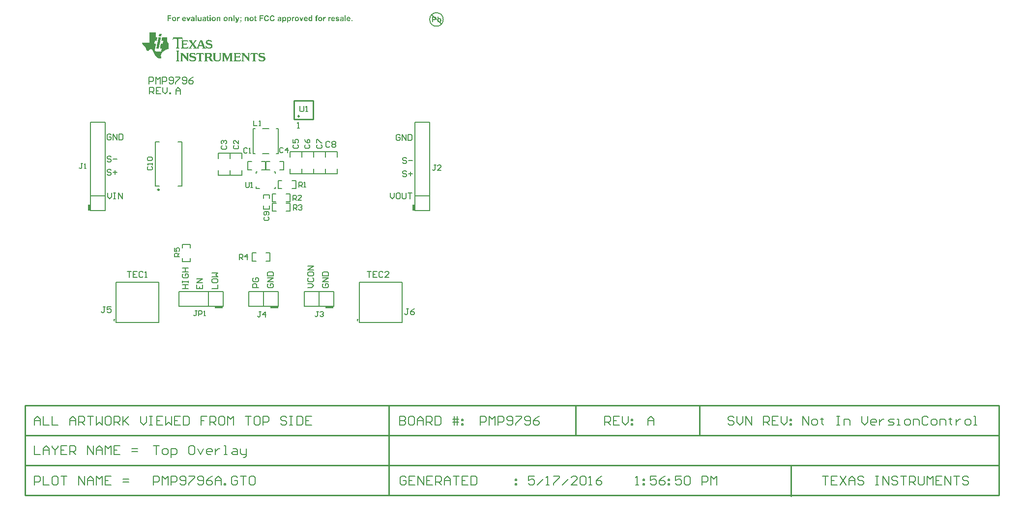
<source format=gto>
G04 Layer_Color=65535*
%FSAX25Y25*%
%MOIN*%
G70*
G01*
G75*
%ADD22C,0.01000*%
%ADD24C,0.00600*%
%ADD26C,0.00800*%
%ADD36C,0.00984*%
%ADD37C,0.00700*%
%ADD38C,0.00500*%
%ADD39C,0.00787*%
%ADD40C,0.00689*%
%ADD41R,0.01500X0.04000*%
%ADD42R,0.05500X0.01500*%
G36*
X0176042Y0364852D02*
X0176097Y0364846D01*
X0176158Y0364835D01*
X0176231Y0364824D01*
X0176303Y0364807D01*
X0176386Y0364785D01*
X0176469Y0364757D01*
X0176552Y0364724D01*
X0176641Y0364685D01*
X0176730Y0364635D01*
X0176813Y0364580D01*
X0176897Y0364519D01*
X0176974Y0364446D01*
X0176980Y0364441D01*
X0176991Y0364430D01*
X0177013Y0364402D01*
X0177035Y0364374D01*
X0177069Y0364330D01*
X0177102Y0364285D01*
X0177141Y0364224D01*
X0177180Y0364163D01*
X0177213Y0364091D01*
X0177252Y0364014D01*
X0177285Y0363925D01*
X0177318Y0363836D01*
X0177340Y0363736D01*
X0177363Y0363636D01*
X0177374Y0363525D01*
X0177379Y0363409D01*
Y0363403D01*
Y0363381D01*
Y0363348D01*
X0177374Y0363303D01*
X0177368Y0363248D01*
X0177357Y0363187D01*
X0177346Y0363114D01*
X0177329Y0363042D01*
X0177307Y0362959D01*
X0177279Y0362876D01*
X0177246Y0362787D01*
X0177207Y0362698D01*
X0177157Y0362609D01*
X0177102Y0362526D01*
X0177041Y0362443D01*
X0176969Y0362360D01*
X0176963Y0362354D01*
X0176952Y0362343D01*
X0176930Y0362321D01*
X0176897Y0362293D01*
X0176858Y0362265D01*
X0176808Y0362232D01*
X0176752Y0362193D01*
X0176691Y0362154D01*
X0176619Y0362116D01*
X0176541Y0362077D01*
X0176458Y0362043D01*
X0176364Y0362016D01*
X0176269Y0361988D01*
X0176164Y0361966D01*
X0176058Y0361954D01*
X0175942Y0361949D01*
X0175903D01*
X0175875Y0361954D01*
X0175842D01*
X0175803Y0361960D01*
X0175709Y0361971D01*
X0175592Y0361993D01*
X0175470Y0362021D01*
X0175343Y0362066D01*
X0175209Y0362121D01*
X0175204D01*
X0175193Y0362126D01*
X0175176Y0362138D01*
X0175154Y0362154D01*
X0175093Y0362193D01*
X0175015Y0362249D01*
X0174932Y0362321D01*
X0174843Y0362410D01*
X0174760Y0362509D01*
X0174682Y0362626D01*
Y0362632D01*
X0174677Y0362643D01*
X0174665Y0362659D01*
X0174654Y0362687D01*
X0174643Y0362720D01*
X0174627Y0362759D01*
X0174610Y0362804D01*
X0174593Y0362854D01*
X0174577Y0362909D01*
X0174560Y0362970D01*
X0174532Y0363109D01*
X0174510Y0363270D01*
X0174504Y0363442D01*
Y0363447D01*
Y0363459D01*
Y0363481D01*
X0174510Y0363503D01*
Y0363536D01*
X0174516Y0363575D01*
X0174527Y0363669D01*
X0174549Y0363775D01*
X0174582Y0363891D01*
X0174621Y0364019D01*
X0174682Y0364147D01*
Y0364152D01*
X0174693Y0364163D01*
X0174699Y0364180D01*
X0174715Y0364202D01*
X0174760Y0364263D01*
X0174815Y0364341D01*
X0174887Y0364424D01*
X0174976Y0364513D01*
X0175076Y0364596D01*
X0175193Y0364674D01*
X0175198D01*
X0175209Y0364680D01*
X0175226Y0364691D01*
X0175254Y0364702D01*
X0175281Y0364718D01*
X0175320Y0364729D01*
X0175365Y0364746D01*
X0175409Y0364768D01*
X0175520Y0364802D01*
X0175648Y0364829D01*
X0175786Y0364852D01*
X0175936Y0364857D01*
X0175997D01*
X0176042Y0364852D01*
D02*
G37*
G36*
X0193641D02*
X0193696Y0364846D01*
X0193757Y0364835D01*
X0193830Y0364824D01*
X0193902Y0364807D01*
X0193985Y0364785D01*
X0194068Y0364757D01*
X0194151Y0364724D01*
X0194240Y0364685D01*
X0194329Y0364635D01*
X0194412Y0364580D01*
X0194496Y0364519D01*
X0194573Y0364446D01*
X0194579Y0364441D01*
X0194590Y0364430D01*
X0194612Y0364402D01*
X0194634Y0364374D01*
X0194668Y0364330D01*
X0194701Y0364285D01*
X0194740Y0364224D01*
X0194779Y0364163D01*
X0194812Y0364091D01*
X0194851Y0364014D01*
X0194884Y0363925D01*
X0194917Y0363836D01*
X0194940Y0363736D01*
X0194962Y0363636D01*
X0194973Y0363525D01*
X0194978Y0363409D01*
Y0363403D01*
Y0363381D01*
Y0363348D01*
X0194973Y0363303D01*
X0194967Y0363248D01*
X0194956Y0363187D01*
X0194945Y0363114D01*
X0194928Y0363042D01*
X0194906Y0362959D01*
X0194878Y0362876D01*
X0194845Y0362787D01*
X0194806Y0362698D01*
X0194756Y0362609D01*
X0194701Y0362526D01*
X0194640Y0362443D01*
X0194568Y0362360D01*
X0194562Y0362354D01*
X0194551Y0362343D01*
X0194529Y0362321D01*
X0194496Y0362293D01*
X0194457Y0362265D01*
X0194407Y0362232D01*
X0194351Y0362193D01*
X0194290Y0362154D01*
X0194218Y0362116D01*
X0194140Y0362077D01*
X0194057Y0362043D01*
X0193963Y0362016D01*
X0193868Y0361988D01*
X0193763Y0361966D01*
X0193658Y0361954D01*
X0193541Y0361949D01*
X0193502D01*
X0193474Y0361954D01*
X0193441D01*
X0193402Y0361960D01*
X0193308Y0361971D01*
X0193191Y0361993D01*
X0193069Y0362021D01*
X0192942Y0362066D01*
X0192808Y0362121D01*
X0192803D01*
X0192792Y0362126D01*
X0192775Y0362138D01*
X0192753Y0362154D01*
X0192692Y0362193D01*
X0192614Y0362249D01*
X0192531Y0362321D01*
X0192442Y0362410D01*
X0192359Y0362509D01*
X0192281Y0362626D01*
Y0362632D01*
X0192276Y0362643D01*
X0192264Y0362659D01*
X0192253Y0362687D01*
X0192242Y0362720D01*
X0192226Y0362759D01*
X0192209Y0362804D01*
X0192192Y0362854D01*
X0192176Y0362909D01*
X0192159Y0362970D01*
X0192131Y0363109D01*
X0192109Y0363270D01*
X0192104Y0363442D01*
Y0363447D01*
Y0363459D01*
Y0363481D01*
X0192109Y0363503D01*
Y0363536D01*
X0192115Y0363575D01*
X0192126Y0363669D01*
X0192148Y0363775D01*
X0192181Y0363891D01*
X0192220Y0364019D01*
X0192281Y0364147D01*
Y0364152D01*
X0192292Y0364163D01*
X0192298Y0364180D01*
X0192314Y0364202D01*
X0192359Y0364263D01*
X0192414Y0364341D01*
X0192486Y0364424D01*
X0192575Y0364513D01*
X0192675Y0364596D01*
X0192792Y0364674D01*
X0192797D01*
X0192808Y0364680D01*
X0192825Y0364691D01*
X0192853Y0364702D01*
X0192880Y0364718D01*
X0192919Y0364729D01*
X0192964Y0364746D01*
X0193008Y0364768D01*
X0193119Y0364802D01*
X0193247Y0364829D01*
X0193386Y0364852D01*
X0193535Y0364857D01*
X0193596D01*
X0193641Y0364852D01*
D02*
G37*
G36*
X0251883D02*
X0251938Y0364846D01*
X0251999Y0364841D01*
X0252066Y0364835D01*
X0252204Y0364813D01*
X0252343Y0364779D01*
X0252476Y0364729D01*
X0252537Y0364702D01*
X0252593Y0364668D01*
X0252599D01*
X0252604Y0364657D01*
X0252637Y0364635D01*
X0252687Y0364591D01*
X0252743Y0364530D01*
X0252809Y0364458D01*
X0252870Y0364363D01*
X0252931Y0364252D01*
X0252976Y0364124D01*
X0252282Y0363997D01*
Y0364002D01*
X0252271Y0364025D01*
X0252260Y0364052D01*
X0252243Y0364086D01*
X0252221Y0364130D01*
X0252188Y0364169D01*
X0252154Y0364208D01*
X0252110Y0364241D01*
X0252105Y0364247D01*
X0252088Y0364258D01*
X0252060Y0364269D01*
X0252021Y0364285D01*
X0251971Y0364302D01*
X0251910Y0364319D01*
X0251838Y0364324D01*
X0251755Y0364330D01*
X0251705D01*
X0251655Y0364324D01*
X0251594Y0364319D01*
X0251522Y0364308D01*
X0251455Y0364297D01*
X0251394Y0364274D01*
X0251339Y0364247D01*
X0251333D01*
X0251328Y0364236D01*
X0251300Y0364208D01*
X0251267Y0364158D01*
X0251261Y0364130D01*
X0251255Y0364097D01*
Y0364091D01*
Y0364086D01*
X0251267Y0364052D01*
X0251289Y0364008D01*
X0251305Y0363986D01*
X0251328Y0363964D01*
X0251333Y0363958D01*
X0251355Y0363952D01*
X0251366Y0363941D01*
X0251389Y0363936D01*
X0251416Y0363925D01*
X0251450Y0363908D01*
X0251494Y0363897D01*
X0251538Y0363880D01*
X0251594Y0363864D01*
X0251661Y0363847D01*
X0251733Y0363825D01*
X0251816Y0363803D01*
X0251910Y0363780D01*
X0252016Y0363753D01*
X0252021D01*
X0252044Y0363747D01*
X0252071Y0363742D01*
X0252110Y0363731D01*
X0252160Y0363714D01*
X0252216Y0363703D01*
X0252338Y0363664D01*
X0252476Y0363614D01*
X0252610Y0363558D01*
X0252676Y0363525D01*
X0252737Y0363497D01*
X0252787Y0363459D01*
X0252837Y0363425D01*
X0252848Y0363414D01*
X0252876Y0363392D01*
X0252909Y0363348D01*
X0252954Y0363286D01*
X0252998Y0363209D01*
X0253031Y0363114D01*
X0253059Y0363003D01*
X0253070Y0362881D01*
Y0362876D01*
Y0362865D01*
Y0362842D01*
X0253065Y0362815D01*
X0253059Y0362787D01*
X0253054Y0362748D01*
X0253031Y0362654D01*
X0252993Y0362554D01*
X0252965Y0362498D01*
X0252937Y0362443D01*
X0252898Y0362387D01*
X0252854Y0362332D01*
X0252804Y0362276D01*
X0252748Y0362221D01*
X0252743Y0362215D01*
X0252732Y0362210D01*
X0252715Y0362199D01*
X0252687Y0362176D01*
X0252654Y0362160D01*
X0252615Y0362138D01*
X0252565Y0362110D01*
X0252510Y0362088D01*
X0252449Y0362060D01*
X0252377Y0362038D01*
X0252299Y0362010D01*
X0252216Y0361993D01*
X0252121Y0361977D01*
X0252021Y0361960D01*
X0251916Y0361954D01*
X0251805Y0361949D01*
X0251749D01*
X0251711Y0361954D01*
X0251661D01*
X0251605Y0361960D01*
X0251544Y0361966D01*
X0251477Y0361977D01*
X0251333Y0362004D01*
X0251183Y0362043D01*
X0251033Y0362099D01*
X0250967Y0362138D01*
X0250900Y0362176D01*
X0250895Y0362182D01*
X0250884Y0362188D01*
X0250867Y0362199D01*
X0250850Y0362221D01*
X0250789Y0362271D01*
X0250723Y0362343D01*
X0250651Y0362432D01*
X0250584Y0362537D01*
X0250523Y0362665D01*
X0250473Y0362804D01*
X0251211Y0362915D01*
Y0362903D01*
X0251222Y0362881D01*
X0251233Y0362842D01*
X0251250Y0362792D01*
X0251278Y0362737D01*
X0251311Y0362687D01*
X0251350Y0362632D01*
X0251400Y0362587D01*
X0251405Y0362582D01*
X0251427Y0362571D01*
X0251461Y0362554D01*
X0251505Y0362537D01*
X0251561Y0362515D01*
X0251633Y0362498D01*
X0251711Y0362487D01*
X0251805Y0362482D01*
X0251849D01*
X0251905Y0362487D01*
X0251966Y0362493D01*
X0252032Y0362504D01*
X0252105Y0362526D01*
X0252171Y0362548D01*
X0252232Y0362582D01*
X0252238Y0362587D01*
X0252249Y0362598D01*
X0252266Y0362615D01*
X0252282Y0362637D01*
X0252299Y0362665D01*
X0252315Y0362698D01*
X0252326Y0362737D01*
X0252332Y0362781D01*
Y0362787D01*
Y0362798D01*
X0252326Y0362831D01*
X0252310Y0362876D01*
X0252277Y0362920D01*
X0252266Y0362931D01*
X0252249Y0362937D01*
X0252227Y0362953D01*
X0252193Y0362965D01*
X0252149Y0362981D01*
X0252099Y0362998D01*
X0252032Y0363015D01*
X0252021D01*
X0251994Y0363026D01*
X0251949Y0363037D01*
X0251888Y0363048D01*
X0251816Y0363065D01*
X0251738Y0363087D01*
X0251649Y0363109D01*
X0251555Y0363137D01*
X0251361Y0363192D01*
X0251267Y0363220D01*
X0251178Y0363253D01*
X0251095Y0363281D01*
X0251017Y0363314D01*
X0250950Y0363348D01*
X0250900Y0363375D01*
X0250895Y0363381D01*
X0250884Y0363386D01*
X0250872Y0363398D01*
X0250850Y0363420D01*
X0250795Y0363470D01*
X0250739Y0363542D01*
X0250678Y0363631D01*
X0250623Y0363736D01*
X0250601Y0363797D01*
X0250589Y0363864D01*
X0250578Y0363930D01*
X0250573Y0364002D01*
Y0364008D01*
Y0364019D01*
Y0364036D01*
X0250578Y0364064D01*
X0250584Y0364091D01*
X0250589Y0364130D01*
X0250606Y0364213D01*
X0250639Y0364308D01*
X0250695Y0364408D01*
X0250723Y0364463D01*
X0250762Y0364513D01*
X0250806Y0364563D01*
X0250856Y0364607D01*
X0250861Y0364613D01*
X0250867Y0364618D01*
X0250884Y0364630D01*
X0250911Y0364646D01*
X0250939Y0364663D01*
X0250978Y0364685D01*
X0251022Y0364707D01*
X0251072Y0364735D01*
X0251133Y0364757D01*
X0251200Y0364779D01*
X0251272Y0364802D01*
X0251350Y0364818D01*
X0251438Y0364835D01*
X0251533Y0364846D01*
X0251633Y0364857D01*
X0251838D01*
X0251883Y0364852D01*
D02*
G37*
G36*
X0167989D02*
X0168044Y0364846D01*
X0168105Y0364835D01*
X0168177Y0364824D01*
X0168250Y0364807D01*
X0168333Y0364785D01*
X0168416Y0364757D01*
X0168499Y0364724D01*
X0168588Y0364685D01*
X0168677Y0364635D01*
X0168760Y0364580D01*
X0168843Y0364519D01*
X0168921Y0364446D01*
X0168927Y0364441D01*
X0168938Y0364430D01*
X0168960Y0364402D01*
X0168982Y0364374D01*
X0169016Y0364330D01*
X0169049Y0364285D01*
X0169088Y0364224D01*
X0169126Y0364163D01*
X0169160Y0364091D01*
X0169199Y0364014D01*
X0169232Y0363925D01*
X0169265Y0363836D01*
X0169287Y0363736D01*
X0169310Y0363636D01*
X0169321Y0363525D01*
X0169326Y0363409D01*
Y0363403D01*
Y0363381D01*
Y0363348D01*
X0169321Y0363303D01*
X0169315Y0363248D01*
X0169304Y0363187D01*
X0169293Y0363114D01*
X0169276Y0363042D01*
X0169254Y0362959D01*
X0169226Y0362876D01*
X0169193Y0362787D01*
X0169154Y0362698D01*
X0169104Y0362609D01*
X0169049Y0362526D01*
X0168988Y0362443D01*
X0168916Y0362360D01*
X0168910Y0362354D01*
X0168899Y0362343D01*
X0168877Y0362321D01*
X0168843Y0362293D01*
X0168805Y0362265D01*
X0168755Y0362232D01*
X0168699Y0362193D01*
X0168638Y0362154D01*
X0168566Y0362116D01*
X0168488Y0362077D01*
X0168405Y0362043D01*
X0168311Y0362016D01*
X0168216Y0361988D01*
X0168111Y0361966D01*
X0168005Y0361954D01*
X0167889Y0361949D01*
X0167850D01*
X0167822Y0361954D01*
X0167789D01*
X0167750Y0361960D01*
X0167656Y0361971D01*
X0167539Y0361993D01*
X0167417Y0362021D01*
X0167289Y0362066D01*
X0167156Y0362121D01*
X0167151D01*
X0167140Y0362126D01*
X0167123Y0362138D01*
X0167101Y0362154D01*
X0167040Y0362193D01*
X0166962Y0362249D01*
X0166879Y0362321D01*
X0166790Y0362410D01*
X0166707Y0362509D01*
X0166629Y0362626D01*
Y0362632D01*
X0166623Y0362643D01*
X0166612Y0362659D01*
X0166601Y0362687D01*
X0166590Y0362720D01*
X0166574Y0362759D01*
X0166557Y0362804D01*
X0166540Y0362854D01*
X0166524Y0362909D01*
X0166507Y0362970D01*
X0166479Y0363109D01*
X0166457Y0363270D01*
X0166451Y0363442D01*
Y0363447D01*
Y0363459D01*
Y0363481D01*
X0166457Y0363503D01*
Y0363536D01*
X0166463Y0363575D01*
X0166474Y0363669D01*
X0166496Y0363775D01*
X0166529Y0363891D01*
X0166568Y0364019D01*
X0166629Y0364147D01*
Y0364152D01*
X0166640Y0364163D01*
X0166646Y0364180D01*
X0166662Y0364202D01*
X0166707Y0364263D01*
X0166762Y0364341D01*
X0166834Y0364424D01*
X0166923Y0364513D01*
X0167023Y0364596D01*
X0167140Y0364674D01*
X0167145D01*
X0167156Y0364680D01*
X0167173Y0364691D01*
X0167201Y0364702D01*
X0167228Y0364718D01*
X0167267Y0364729D01*
X0167312Y0364746D01*
X0167356Y0364768D01*
X0167467Y0364802D01*
X0167595Y0364829D01*
X0167733Y0364852D01*
X0167883Y0364857D01*
X0167944D01*
X0167989Y0364852D01*
D02*
G37*
G36*
X0151033Y0362010D02*
X0150367D01*
X0149246Y0364796D01*
X0150018D01*
X0150545Y0363370D01*
X0150695Y0362898D01*
X0150700Y0362903D01*
X0150706Y0362926D01*
X0150717Y0362959D01*
X0150728Y0362992D01*
X0150756Y0363076D01*
X0150767Y0363109D01*
X0150773Y0363137D01*
Y0363142D01*
X0150778Y0363159D01*
X0150784Y0363181D01*
X0150795Y0363209D01*
X0150817Y0363286D01*
X0150850Y0363370D01*
X0151383Y0364796D01*
X0152138D01*
X0151033Y0362010D01*
D02*
G37*
G36*
X0184256Y0362110D02*
X0184078Y0361633D01*
X0184073Y0361621D01*
X0184062Y0361594D01*
X0184039Y0361549D01*
X0184017Y0361494D01*
X0183989Y0361433D01*
X0183956Y0361372D01*
X0183923Y0361316D01*
X0183889Y0361261D01*
X0183884Y0361255D01*
X0183873Y0361239D01*
X0183856Y0361216D01*
X0183834Y0361183D01*
X0183773Y0361116D01*
X0183690Y0361050D01*
X0183684Y0361044D01*
X0183668Y0361039D01*
X0183645Y0361022D01*
X0183612Y0361005D01*
X0183573Y0360989D01*
X0183529Y0360967D01*
X0183473Y0360944D01*
X0183412Y0360928D01*
X0183407D01*
X0183384Y0360922D01*
X0183351Y0360911D01*
X0183301Y0360906D01*
X0183246Y0360894D01*
X0183185Y0360883D01*
X0183113Y0360878D01*
X0183001D01*
X0182957Y0360883D01*
X0182907D01*
X0182841Y0360889D01*
X0182774Y0360900D01*
X0182624Y0360928D01*
X0182557Y0361505D01*
X0182563D01*
X0182585Y0361499D01*
X0182619Y0361494D01*
X0182663Y0361488D01*
X0182707Y0361477D01*
X0182763Y0361472D01*
X0182868Y0361466D01*
X0182913D01*
X0182957Y0361477D01*
X0183013Y0361488D01*
X0183074Y0361505D01*
X0183135Y0361533D01*
X0183196Y0361572D01*
X0183246Y0361621D01*
X0183251Y0361627D01*
X0183268Y0361649D01*
X0183290Y0361683D01*
X0183318Y0361727D01*
X0183346Y0361783D01*
X0183379Y0361849D01*
X0183407Y0361921D01*
X0183434Y0362004D01*
X0182380Y0364796D01*
X0183162D01*
X0183823Y0362815D01*
X0184478Y0364796D01*
X0185238D01*
X0184256Y0362110D01*
D02*
G37*
G36*
X0196327Y0364796D02*
X0196832D01*
Y0364208D01*
X0196327D01*
Y0363081D01*
Y0363076D01*
Y0363065D01*
Y0363048D01*
Y0363026D01*
Y0362970D01*
Y0362903D01*
X0196333Y0362837D01*
Y0362770D01*
Y0362720D01*
X0196338Y0362698D01*
Y0362687D01*
X0196344Y0362676D01*
X0196355Y0362654D01*
X0196371Y0362626D01*
X0196405Y0362593D01*
X0196416Y0362587D01*
X0196438Y0362576D01*
X0196477Y0362565D01*
X0196527Y0362560D01*
X0196549D01*
X0196571Y0362565D01*
X0196605Y0362571D01*
X0196649Y0362576D01*
X0196699Y0362587D01*
X0196760Y0362604D01*
X0196827Y0362626D01*
X0196893Y0362054D01*
X0196888D01*
X0196882Y0362049D01*
X0196849Y0362038D01*
X0196793Y0362021D01*
X0196721Y0362004D01*
X0196638Y0361982D01*
X0196538Y0361966D01*
X0196427Y0361954D01*
X0196310Y0361949D01*
X0196277D01*
X0196238Y0361954D01*
X0196188Y0361960D01*
X0196133Y0361966D01*
X0196072Y0361977D01*
X0196011Y0361993D01*
X0195950Y0362016D01*
X0195944Y0362021D01*
X0195922Y0362027D01*
X0195894Y0362043D01*
X0195861Y0362060D01*
X0195783Y0362116D01*
X0195744Y0362149D01*
X0195711Y0362188D01*
X0195705Y0362193D01*
X0195700Y0362210D01*
X0195689Y0362232D01*
X0195672Y0362265D01*
X0195656Y0362304D01*
X0195639Y0362354D01*
X0195622Y0362410D01*
X0195611Y0362471D01*
Y0362476D01*
X0195606Y0362498D01*
Y0362532D01*
X0195600Y0362587D01*
X0195595Y0362659D01*
Y0362748D01*
X0195589Y0362798D01*
Y0362859D01*
Y0362920D01*
Y0362992D01*
Y0364208D01*
X0195250D01*
Y0364796D01*
X0195589D01*
Y0365351D01*
X0196327Y0365784D01*
Y0364796D01*
D02*
G37*
G36*
X0227690Y0362010D02*
X0227024D01*
X0225903Y0364796D01*
X0226674D01*
X0227202Y0363370D01*
X0227351Y0362898D01*
X0227357Y0362903D01*
X0227363Y0362926D01*
X0227374Y0362959D01*
X0227385Y0362992D01*
X0227413Y0363076D01*
X0227424Y0363109D01*
X0227429Y0363137D01*
Y0363142D01*
X0227435Y0363159D01*
X0227440Y0363181D01*
X0227451Y0363209D01*
X0227474Y0363286D01*
X0227507Y0363370D01*
X0228040Y0364796D01*
X0228795D01*
X0227690Y0362010D01*
D02*
G37*
G36*
X0219237Y0364852D02*
X0219276Y0364846D01*
X0219326Y0364835D01*
X0219382Y0364824D01*
X0219437Y0364807D01*
X0219504Y0364791D01*
X0219565Y0364763D01*
X0219637Y0364735D01*
X0219704Y0364696D01*
X0219776Y0364652D01*
X0219842Y0364602D01*
X0219909Y0364541D01*
X0219976Y0364474D01*
X0219981Y0364469D01*
X0219992Y0364458D01*
X0220009Y0364435D01*
X0220031Y0364402D01*
X0220053Y0364369D01*
X0220081Y0364319D01*
X0220114Y0364263D01*
X0220148Y0364202D01*
X0220175Y0364130D01*
X0220209Y0364052D01*
X0220236Y0363964D01*
X0220264Y0363869D01*
X0220281Y0363764D01*
X0220298Y0363658D01*
X0220309Y0363536D01*
X0220314Y0363414D01*
Y0363409D01*
Y0363386D01*
Y0363348D01*
X0220309Y0363298D01*
X0220303Y0363242D01*
X0220298Y0363176D01*
X0220286Y0363098D01*
X0220270Y0363020D01*
X0220231Y0362842D01*
X0220203Y0362754D01*
X0220170Y0362665D01*
X0220131Y0362576D01*
X0220081Y0362493D01*
X0220031Y0362410D01*
X0219970Y0362332D01*
X0219965Y0362326D01*
X0219953Y0362315D01*
X0219937Y0362299D01*
X0219909Y0362271D01*
X0219876Y0362243D01*
X0219837Y0362210D01*
X0219793Y0362176D01*
X0219742Y0362143D01*
X0219681Y0362104D01*
X0219620Y0362071D01*
X0219482Y0362010D01*
X0219404Y0361982D01*
X0219321Y0361966D01*
X0219237Y0361954D01*
X0219149Y0361949D01*
X0219110D01*
X0219065Y0361954D01*
X0219010Y0361960D01*
X0218943Y0361971D01*
X0218871Y0361988D01*
X0218799Y0362010D01*
X0218727Y0362038D01*
X0218721Y0362043D01*
X0218694Y0362054D01*
X0218660Y0362082D01*
X0218610Y0362116D01*
X0218549Y0362154D01*
X0218488Y0362210D01*
X0218416Y0362276D01*
X0218338Y0362354D01*
Y0360944D01*
X0217600D01*
Y0364796D01*
X0218288D01*
Y0364385D01*
X0218294Y0364397D01*
X0218311Y0364419D01*
X0218344Y0364458D01*
X0218383Y0364508D01*
X0218433Y0364563D01*
X0218499Y0364618D01*
X0218566Y0364674D01*
X0218649Y0364724D01*
X0218660Y0364729D01*
X0218688Y0364746D01*
X0218738Y0364768D01*
X0218799Y0364791D01*
X0218871Y0364813D01*
X0218960Y0364835D01*
X0219054Y0364852D01*
X0219154Y0364857D01*
X0219199D01*
X0219237Y0364852D01*
D02*
G37*
G36*
X0215957D02*
X0215996Y0364846D01*
X0216046Y0364835D01*
X0216102Y0364824D01*
X0216157Y0364807D01*
X0216224Y0364791D01*
X0216285Y0364763D01*
X0216357Y0364735D01*
X0216424Y0364696D01*
X0216496Y0364652D01*
X0216562Y0364602D01*
X0216629Y0364541D01*
X0216696Y0364474D01*
X0216701Y0364469D01*
X0216712Y0364458D01*
X0216729Y0364435D01*
X0216751Y0364402D01*
X0216773Y0364369D01*
X0216801Y0364319D01*
X0216834Y0364263D01*
X0216868Y0364202D01*
X0216895Y0364130D01*
X0216929Y0364052D01*
X0216956Y0363964D01*
X0216984Y0363869D01*
X0217001Y0363764D01*
X0217018Y0363658D01*
X0217028Y0363536D01*
X0217034Y0363414D01*
Y0363409D01*
Y0363386D01*
Y0363348D01*
X0217028Y0363298D01*
X0217023Y0363242D01*
X0217018Y0363176D01*
X0217006Y0363098D01*
X0216990Y0363020D01*
X0216951Y0362842D01*
X0216923Y0362754D01*
X0216890Y0362665D01*
X0216851Y0362576D01*
X0216801Y0362493D01*
X0216751Y0362410D01*
X0216690Y0362332D01*
X0216685Y0362326D01*
X0216673Y0362315D01*
X0216657Y0362299D01*
X0216629Y0362271D01*
X0216596Y0362243D01*
X0216557Y0362210D01*
X0216512Y0362176D01*
X0216462Y0362143D01*
X0216401Y0362104D01*
X0216340Y0362071D01*
X0216202Y0362010D01*
X0216124Y0361982D01*
X0216041Y0361966D01*
X0215957Y0361954D01*
X0215869Y0361949D01*
X0215830D01*
X0215785Y0361954D01*
X0215730Y0361960D01*
X0215663Y0361971D01*
X0215591Y0361988D01*
X0215519Y0362010D01*
X0215447Y0362038D01*
X0215441Y0362043D01*
X0215413Y0362054D01*
X0215380Y0362082D01*
X0215330Y0362116D01*
X0215269Y0362154D01*
X0215208Y0362210D01*
X0215136Y0362276D01*
X0215058Y0362354D01*
Y0360944D01*
X0214320D01*
Y0364796D01*
X0215008D01*
Y0364385D01*
X0215014Y0364397D01*
X0215031Y0364419D01*
X0215064Y0364458D01*
X0215103Y0364508D01*
X0215153Y0364563D01*
X0215219Y0364618D01*
X0215286Y0364674D01*
X0215369Y0364724D01*
X0215380Y0364729D01*
X0215408Y0364746D01*
X0215458Y0364768D01*
X0215519Y0364791D01*
X0215591Y0364813D01*
X0215680Y0364835D01*
X0215774Y0364852D01*
X0215874Y0364857D01*
X0215919D01*
X0215957Y0364852D01*
D02*
G37*
G36*
X0222273D02*
X0222334Y0364841D01*
X0222412Y0364824D01*
X0222495Y0364796D01*
X0222579Y0364763D01*
X0222667Y0364713D01*
X0222434Y0364075D01*
X0222429Y0364080D01*
X0222401Y0364091D01*
X0222368Y0364113D01*
X0222323Y0364136D01*
X0222268Y0364158D01*
X0222212Y0364180D01*
X0222151Y0364191D01*
X0222090Y0364197D01*
X0222068D01*
X0222035Y0364191D01*
X0222001Y0364186D01*
X0221962Y0364175D01*
X0221918Y0364158D01*
X0221874Y0364136D01*
X0221829Y0364108D01*
X0221824Y0364102D01*
X0221813Y0364091D01*
X0221791Y0364069D01*
X0221768Y0364036D01*
X0221741Y0363997D01*
X0221713Y0363941D01*
X0221685Y0363875D01*
X0221663Y0363797D01*
Y0363786D01*
X0221657Y0363769D01*
X0221652Y0363753D01*
Y0363725D01*
X0221646Y0363692D01*
X0221641Y0363647D01*
X0221635Y0363597D01*
X0221630Y0363542D01*
X0221624Y0363470D01*
X0221618Y0363398D01*
Y0363309D01*
X0221613Y0363214D01*
X0221607Y0363109D01*
Y0362992D01*
Y0362865D01*
Y0362010D01*
X0220869D01*
Y0364796D01*
X0221552D01*
Y0364402D01*
X0221557Y0364408D01*
X0221580Y0364441D01*
X0221613Y0364491D01*
X0221657Y0364552D01*
X0221702Y0364613D01*
X0221757Y0364674D01*
X0221807Y0364729D01*
X0221863Y0364768D01*
X0221868Y0364774D01*
X0221885Y0364785D01*
X0221918Y0364796D01*
X0221957Y0364813D01*
X0222001Y0364829D01*
X0222057Y0364846D01*
X0222112Y0364852D01*
X0222179Y0364857D01*
X0222223D01*
X0222273Y0364852D01*
D02*
G37*
G36*
X0144418D02*
X0144479Y0364841D01*
X0144557Y0364824D01*
X0144640Y0364796D01*
X0144723Y0364763D01*
X0144812Y0364713D01*
X0144579Y0364075D01*
X0144573Y0364080D01*
X0144546Y0364091D01*
X0144512Y0364113D01*
X0144468Y0364136D01*
X0144412Y0364158D01*
X0144357Y0364180D01*
X0144296Y0364191D01*
X0144235Y0364197D01*
X0144213D01*
X0144179Y0364191D01*
X0144146Y0364186D01*
X0144107Y0364175D01*
X0144063Y0364158D01*
X0144018Y0364136D01*
X0143974Y0364108D01*
X0143968Y0364102D01*
X0143957Y0364091D01*
X0143935Y0364069D01*
X0143913Y0364036D01*
X0143885Y0363997D01*
X0143857Y0363941D01*
X0143830Y0363875D01*
X0143807Y0363797D01*
Y0363786D01*
X0143802Y0363769D01*
X0143796Y0363753D01*
Y0363725D01*
X0143791Y0363692D01*
X0143785Y0363647D01*
X0143780Y0363597D01*
X0143774Y0363542D01*
X0143769Y0363470D01*
X0143763Y0363398D01*
Y0363309D01*
X0143757Y0363214D01*
X0143752Y0363109D01*
Y0362992D01*
Y0362865D01*
Y0362010D01*
X0143014D01*
Y0364796D01*
X0143696D01*
Y0364402D01*
X0143702Y0364408D01*
X0143724Y0364441D01*
X0143757Y0364491D01*
X0143802Y0364552D01*
X0143846Y0364613D01*
X0143902Y0364674D01*
X0143952Y0364729D01*
X0144007Y0364768D01*
X0144013Y0364774D01*
X0144029Y0364785D01*
X0144063Y0364796D01*
X0144102Y0364813D01*
X0144146Y0364829D01*
X0144201Y0364846D01*
X0144257Y0364852D01*
X0144324Y0364857D01*
X0144368D01*
X0144418Y0364852D01*
D02*
G37*
G36*
X0171580D02*
X0171641Y0364846D01*
X0171707Y0364835D01*
X0171779Y0364818D01*
X0171857Y0364796D01*
X0171935Y0364768D01*
X0171946Y0364763D01*
X0171968Y0364752D01*
X0172007Y0364735D01*
X0172051Y0364707D01*
X0172101Y0364674D01*
X0172151Y0364635D01*
X0172201Y0364591D01*
X0172246Y0364541D01*
X0172251Y0364535D01*
X0172262Y0364519D01*
X0172279Y0364491D01*
X0172301Y0364452D01*
X0172329Y0364408D01*
X0172351Y0364352D01*
X0172373Y0364297D01*
X0172390Y0364230D01*
Y0364224D01*
X0172396Y0364197D01*
X0172406Y0364158D01*
X0172412Y0364102D01*
X0172423Y0364036D01*
X0172429Y0363947D01*
X0172434Y0363853D01*
Y0363736D01*
Y0362010D01*
X0171696D01*
Y0363425D01*
Y0363431D01*
Y0363447D01*
Y0363470D01*
Y0363497D01*
Y0363536D01*
Y0363575D01*
X0171691Y0363669D01*
X0171685Y0363764D01*
X0171674Y0363864D01*
X0171663Y0363947D01*
X0171657Y0363980D01*
X0171646Y0364008D01*
Y0364014D01*
X0171635Y0364030D01*
X0171624Y0364052D01*
X0171607Y0364086D01*
X0171557Y0364152D01*
X0171530Y0364186D01*
X0171491Y0364213D01*
X0171485Y0364219D01*
X0171474Y0364224D01*
X0171452Y0364236D01*
X0171419Y0364252D01*
X0171380Y0364269D01*
X0171341Y0364280D01*
X0171291Y0364285D01*
X0171236Y0364291D01*
X0171202D01*
X0171169Y0364285D01*
X0171124Y0364280D01*
X0171069Y0364263D01*
X0171013Y0364247D01*
X0170952Y0364219D01*
X0170891Y0364186D01*
X0170886Y0364180D01*
X0170869Y0364169D01*
X0170842Y0364141D01*
X0170808Y0364113D01*
X0170775Y0364069D01*
X0170742Y0364025D01*
X0170708Y0363964D01*
X0170686Y0363903D01*
Y0363897D01*
X0170675Y0363869D01*
X0170669Y0363825D01*
X0170658Y0363758D01*
X0170653Y0363719D01*
X0170647Y0363669D01*
X0170642Y0363619D01*
Y0363558D01*
X0170636Y0363497D01*
X0170631Y0363425D01*
Y0363348D01*
Y0363264D01*
Y0362010D01*
X0169892D01*
Y0364796D01*
X0170575D01*
Y0364385D01*
X0170581Y0364391D01*
X0170592Y0364408D01*
X0170614Y0364430D01*
X0170642Y0364458D01*
X0170675Y0364496D01*
X0170719Y0364535D01*
X0170769Y0364580D01*
X0170825Y0364624D01*
X0170886Y0364663D01*
X0170958Y0364707D01*
X0171030Y0364746D01*
X0171113Y0364785D01*
X0171202Y0364813D01*
X0171291Y0364835D01*
X0171391Y0364852D01*
X0171491Y0364857D01*
X0171530D01*
X0171580Y0364852D01*
D02*
G37*
G36*
X0186570Y0364058D02*
X0185832D01*
Y0364796D01*
X0186570D01*
Y0364058D01*
D02*
G37*
G36*
X0190672Y0364852D02*
X0190733Y0364846D01*
X0190799Y0364835D01*
X0190871Y0364818D01*
X0190949Y0364796D01*
X0191027Y0364768D01*
X0191038Y0364763D01*
X0191060Y0364752D01*
X0191099Y0364735D01*
X0191143Y0364707D01*
X0191193Y0364674D01*
X0191243Y0364635D01*
X0191293Y0364591D01*
X0191338Y0364541D01*
X0191343Y0364535D01*
X0191354Y0364519D01*
X0191371Y0364491D01*
X0191393Y0364452D01*
X0191421Y0364408D01*
X0191443Y0364352D01*
X0191465Y0364297D01*
X0191482Y0364230D01*
Y0364224D01*
X0191487Y0364197D01*
X0191499Y0364158D01*
X0191504Y0364102D01*
X0191515Y0364036D01*
X0191521Y0363947D01*
X0191526Y0363853D01*
Y0363736D01*
Y0362010D01*
X0190788D01*
Y0363425D01*
Y0363431D01*
Y0363447D01*
Y0363470D01*
Y0363497D01*
Y0363536D01*
Y0363575D01*
X0190783Y0363669D01*
X0190777Y0363764D01*
X0190766Y0363864D01*
X0190755Y0363947D01*
X0190749Y0363980D01*
X0190738Y0364008D01*
Y0364014D01*
X0190727Y0364030D01*
X0190716Y0364052D01*
X0190699Y0364086D01*
X0190649Y0364152D01*
X0190622Y0364186D01*
X0190583Y0364213D01*
X0190577Y0364219D01*
X0190566Y0364224D01*
X0190544Y0364236D01*
X0190511Y0364252D01*
X0190472Y0364269D01*
X0190433Y0364280D01*
X0190383Y0364285D01*
X0190328Y0364291D01*
X0190294D01*
X0190261Y0364285D01*
X0190217Y0364280D01*
X0190161Y0364263D01*
X0190105Y0364247D01*
X0190044Y0364219D01*
X0189983Y0364186D01*
X0189978Y0364180D01*
X0189961Y0364169D01*
X0189933Y0364141D01*
X0189900Y0364113D01*
X0189867Y0364069D01*
X0189833Y0364025D01*
X0189800Y0363964D01*
X0189778Y0363903D01*
Y0363897D01*
X0189767Y0363869D01*
X0189761Y0363825D01*
X0189750Y0363758D01*
X0189745Y0363719D01*
X0189739Y0363669D01*
X0189734Y0363619D01*
Y0363558D01*
X0189728Y0363497D01*
X0189723Y0363425D01*
Y0363348D01*
Y0363264D01*
Y0362010D01*
X0188984D01*
Y0364796D01*
X0189667D01*
Y0364385D01*
X0189673Y0364391D01*
X0189684Y0364408D01*
X0189706Y0364430D01*
X0189734Y0364458D01*
X0189767Y0364496D01*
X0189811Y0364535D01*
X0189861Y0364580D01*
X0189917Y0364624D01*
X0189978Y0364663D01*
X0190050Y0364707D01*
X0190122Y0364746D01*
X0190205Y0364785D01*
X0190294Y0364813D01*
X0190383Y0364835D01*
X0190483Y0364852D01*
X0190583Y0364857D01*
X0190622D01*
X0190672Y0364852D01*
D02*
G37*
G36*
X0179633D02*
X0179694Y0364846D01*
X0179760Y0364835D01*
X0179832Y0364818D01*
X0179910Y0364796D01*
X0179988Y0364768D01*
X0179999Y0364763D01*
X0180021Y0364752D01*
X0180060Y0364735D01*
X0180104Y0364707D01*
X0180154Y0364674D01*
X0180204Y0364635D01*
X0180254Y0364591D01*
X0180299Y0364541D01*
X0180304Y0364535D01*
X0180315Y0364519D01*
X0180332Y0364491D01*
X0180354Y0364452D01*
X0180382Y0364408D01*
X0180404Y0364352D01*
X0180426Y0364297D01*
X0180443Y0364230D01*
Y0364224D01*
X0180448Y0364197D01*
X0180460Y0364158D01*
X0180465Y0364102D01*
X0180476Y0364036D01*
X0180482Y0363947D01*
X0180487Y0363853D01*
Y0363736D01*
Y0362010D01*
X0179749D01*
Y0363425D01*
Y0363431D01*
Y0363447D01*
Y0363470D01*
Y0363497D01*
Y0363536D01*
Y0363575D01*
X0179744Y0363669D01*
X0179738Y0363764D01*
X0179727Y0363864D01*
X0179716Y0363947D01*
X0179710Y0363980D01*
X0179699Y0364008D01*
Y0364014D01*
X0179688Y0364030D01*
X0179677Y0364052D01*
X0179660Y0364086D01*
X0179610Y0364152D01*
X0179583Y0364186D01*
X0179544Y0364213D01*
X0179538Y0364219D01*
X0179527Y0364224D01*
X0179505Y0364236D01*
X0179472Y0364252D01*
X0179433Y0364269D01*
X0179394Y0364280D01*
X0179344Y0364285D01*
X0179289Y0364291D01*
X0179255D01*
X0179222Y0364285D01*
X0179177Y0364280D01*
X0179122Y0364263D01*
X0179067Y0364247D01*
X0179006Y0364219D01*
X0178945Y0364186D01*
X0178939Y0364180D01*
X0178922Y0364169D01*
X0178894Y0364141D01*
X0178861Y0364113D01*
X0178828Y0364069D01*
X0178795Y0364025D01*
X0178761Y0363964D01*
X0178739Y0363903D01*
Y0363897D01*
X0178728Y0363869D01*
X0178723Y0363825D01*
X0178711Y0363758D01*
X0178706Y0363719D01*
X0178700Y0363669D01*
X0178695Y0363619D01*
Y0363558D01*
X0178689Y0363497D01*
X0178684Y0363425D01*
Y0363348D01*
Y0363264D01*
Y0362010D01*
X0177945D01*
Y0364796D01*
X0178628D01*
Y0364385D01*
X0178634Y0364391D01*
X0178645Y0364408D01*
X0178667Y0364430D01*
X0178695Y0364458D01*
X0178728Y0364496D01*
X0178772Y0364535D01*
X0178822Y0364580D01*
X0178878Y0364624D01*
X0178939Y0364663D01*
X0179011Y0364707D01*
X0179083Y0364746D01*
X0179166Y0364785D01*
X0179255Y0364813D01*
X0179344Y0364835D01*
X0179444Y0364852D01*
X0179544Y0364857D01*
X0179583D01*
X0179633Y0364852D01*
D02*
G37*
G36*
X0224355D02*
X0224410Y0364846D01*
X0224471Y0364835D01*
X0224543Y0364824D01*
X0224615Y0364807D01*
X0224699Y0364785D01*
X0224782Y0364757D01*
X0224865Y0364724D01*
X0224954Y0364685D01*
X0225043Y0364635D01*
X0225126Y0364580D01*
X0225209Y0364519D01*
X0225287Y0364446D01*
X0225292Y0364441D01*
X0225304Y0364430D01*
X0225326Y0364402D01*
X0225348Y0364374D01*
X0225381Y0364330D01*
X0225415Y0364285D01*
X0225453Y0364224D01*
X0225492Y0364163D01*
X0225526Y0364091D01*
X0225564Y0364014D01*
X0225598Y0363925D01*
X0225631Y0363836D01*
X0225653Y0363736D01*
X0225676Y0363636D01*
X0225687Y0363525D01*
X0225692Y0363409D01*
Y0363403D01*
Y0363381D01*
Y0363348D01*
X0225687Y0363303D01*
X0225681Y0363248D01*
X0225670Y0363187D01*
X0225659Y0363114D01*
X0225642Y0363042D01*
X0225620Y0362959D01*
X0225592Y0362876D01*
X0225559Y0362787D01*
X0225520Y0362698D01*
X0225470Y0362609D01*
X0225415Y0362526D01*
X0225354Y0362443D01*
X0225281Y0362360D01*
X0225276Y0362354D01*
X0225265Y0362343D01*
X0225242Y0362321D01*
X0225209Y0362293D01*
X0225170Y0362265D01*
X0225120Y0362232D01*
X0225065Y0362193D01*
X0225004Y0362154D01*
X0224932Y0362116D01*
X0224854Y0362077D01*
X0224771Y0362043D01*
X0224676Y0362016D01*
X0224582Y0361988D01*
X0224477Y0361966D01*
X0224371Y0361954D01*
X0224255Y0361949D01*
X0224216D01*
X0224188Y0361954D01*
X0224155D01*
X0224116Y0361960D01*
X0224022Y0361971D01*
X0223905Y0361993D01*
X0223783Y0362021D01*
X0223655Y0362066D01*
X0223522Y0362121D01*
X0223517D01*
X0223505Y0362126D01*
X0223489Y0362138D01*
X0223467Y0362154D01*
X0223406Y0362193D01*
X0223328Y0362249D01*
X0223245Y0362321D01*
X0223156Y0362410D01*
X0223073Y0362509D01*
X0222995Y0362626D01*
Y0362632D01*
X0222989Y0362643D01*
X0222978Y0362659D01*
X0222967Y0362687D01*
X0222956Y0362720D01*
X0222939Y0362759D01*
X0222923Y0362804D01*
X0222906Y0362854D01*
X0222889Y0362909D01*
X0222873Y0362970D01*
X0222845Y0363109D01*
X0222823Y0363270D01*
X0222817Y0363442D01*
Y0363447D01*
Y0363459D01*
Y0363481D01*
X0222823Y0363503D01*
Y0363536D01*
X0222828Y0363575D01*
X0222839Y0363669D01*
X0222862Y0363775D01*
X0222895Y0363891D01*
X0222934Y0364019D01*
X0222995Y0364147D01*
Y0364152D01*
X0223006Y0364163D01*
X0223011Y0364180D01*
X0223028Y0364202D01*
X0223073Y0364263D01*
X0223128Y0364341D01*
X0223200Y0364424D01*
X0223289Y0364513D01*
X0223389Y0364596D01*
X0223505Y0364674D01*
X0223511D01*
X0223522Y0364680D01*
X0223539Y0364691D01*
X0223566Y0364702D01*
X0223594Y0364718D01*
X0223633Y0364729D01*
X0223677Y0364746D01*
X0223722Y0364768D01*
X0223833Y0364802D01*
X0223960Y0364829D01*
X0224099Y0364852D01*
X0224249Y0364857D01*
X0224310D01*
X0224355Y0364852D01*
D02*
G37*
G36*
X0181969Y0362010D02*
X0181231D01*
Y0365851D01*
X0181969D01*
Y0362010D01*
D02*
G37*
G36*
X0201477Y0365201D02*
X0199618D01*
Y0364291D01*
X0201222D01*
Y0363642D01*
X0199618D01*
Y0362010D01*
X0198841D01*
Y0365851D01*
X0201477D01*
Y0365201D01*
D02*
G37*
G36*
X0159597Y0362010D02*
X0158914D01*
Y0362426D01*
X0158909Y0362415D01*
X0158887Y0362387D01*
X0158853Y0362349D01*
X0158803Y0362299D01*
X0158748Y0362238D01*
X0158676Y0362182D01*
X0158598Y0362121D01*
X0158509Y0362071D01*
X0158498Y0362066D01*
X0158465Y0362054D01*
X0158415Y0362032D01*
X0158348Y0362010D01*
X0158271Y0361988D01*
X0158182Y0361966D01*
X0158088Y0361954D01*
X0157988Y0361949D01*
X0157938D01*
X0157888Y0361954D01*
X0157821Y0361966D01*
X0157738Y0361977D01*
X0157655Y0361999D01*
X0157566Y0362032D01*
X0157483Y0362071D01*
X0157472Y0362077D01*
X0157449Y0362093D01*
X0157405Y0362121D01*
X0157360Y0362160D01*
X0157305Y0362210D01*
X0157255Y0362265D01*
X0157205Y0362337D01*
X0157161Y0362415D01*
X0157155Y0362426D01*
X0157144Y0362454D01*
X0157127Y0362504D01*
X0157111Y0362576D01*
X0157094Y0362665D01*
X0157077Y0362770D01*
X0157066Y0362893D01*
X0157061Y0363031D01*
Y0364796D01*
X0157799D01*
Y0363514D01*
Y0363509D01*
Y0363486D01*
Y0363459D01*
Y0363420D01*
Y0363375D01*
Y0363325D01*
X0157805Y0363209D01*
X0157810Y0363081D01*
X0157816Y0362965D01*
X0157821Y0362915D01*
X0157827Y0362865D01*
X0157832Y0362826D01*
X0157838Y0362798D01*
Y0362792D01*
X0157843Y0362776D01*
X0157854Y0362754D01*
X0157871Y0362720D01*
X0157888Y0362687D01*
X0157915Y0362654D01*
X0157943Y0362620D01*
X0157982Y0362587D01*
X0157988Y0362582D01*
X0158004Y0362576D01*
X0158027Y0362565D01*
X0158060Y0362554D01*
X0158099Y0362537D01*
X0158149Y0362526D01*
X0158199Y0362521D01*
X0158260Y0362515D01*
X0158293D01*
X0158326Y0362521D01*
X0158371Y0362526D01*
X0158426Y0362537D01*
X0158482Y0362560D01*
X0158543Y0362582D01*
X0158598Y0362615D01*
X0158604Y0362620D01*
X0158620Y0362632D01*
X0158648Y0362654D01*
X0158681Y0362687D01*
X0158715Y0362726D01*
X0158748Y0362765D01*
X0158781Y0362815D01*
X0158803Y0362870D01*
Y0362876D01*
X0158815Y0362903D01*
Y0362926D01*
X0158820Y0362953D01*
X0158826Y0362981D01*
X0158831Y0363020D01*
X0158837Y0363070D01*
X0158842Y0363120D01*
X0158848Y0363181D01*
Y0363253D01*
X0158853Y0363331D01*
X0158859Y0363420D01*
Y0363514D01*
Y0363619D01*
Y0364796D01*
X0159597D01*
Y0362010D01*
D02*
G37*
G36*
X0165863D02*
X0165125D01*
Y0364796D01*
X0165863D01*
Y0362010D01*
D02*
G37*
G36*
X0257438D02*
X0256700D01*
Y0365851D01*
X0257438D01*
Y0362010D01*
D02*
G37*
G36*
X0254924Y0364852D02*
X0254968D01*
X0255079Y0364841D01*
X0255196Y0364829D01*
X0255318Y0364807D01*
X0255434Y0364774D01*
X0255485Y0364757D01*
X0255535Y0364735D01*
X0255540D01*
X0255546Y0364729D01*
X0255573Y0364713D01*
X0255618Y0364691D01*
X0255668Y0364657D01*
X0255729Y0364613D01*
X0255784Y0364563D01*
X0255834Y0364502D01*
X0255878Y0364441D01*
X0255884Y0364430D01*
X0255895Y0364408D01*
X0255912Y0364358D01*
X0255917Y0364330D01*
X0255928Y0364291D01*
X0255940Y0364252D01*
X0255945Y0364202D01*
X0255956Y0364147D01*
X0255962Y0364086D01*
X0255967Y0364019D01*
X0255973Y0363947D01*
X0255978Y0363869D01*
Y0363780D01*
X0255967Y0362920D01*
Y0362915D01*
Y0362903D01*
Y0362887D01*
Y0362859D01*
Y0362792D01*
X0255973Y0362715D01*
Y0362626D01*
X0255984Y0362537D01*
X0255990Y0362449D01*
X0256001Y0362376D01*
Y0362371D01*
X0256006Y0362349D01*
X0256017Y0362310D01*
X0256028Y0362265D01*
X0256051Y0362210D01*
X0256073Y0362149D01*
X0256101Y0362082D01*
X0256134Y0362010D01*
X0255407D01*
Y0362016D01*
X0255401Y0362021D01*
X0255396Y0362043D01*
X0255385Y0362066D01*
X0255374Y0362093D01*
X0255362Y0362132D01*
X0255351Y0362176D01*
X0255335Y0362227D01*
Y0362232D01*
X0255329Y0362238D01*
X0255324Y0362260D01*
X0255312Y0362287D01*
X0255307Y0362310D01*
X0255296Y0362304D01*
X0255274Y0362282D01*
X0255235Y0362249D01*
X0255185Y0362210D01*
X0255124Y0362165D01*
X0255057Y0362116D01*
X0254979Y0362077D01*
X0254902Y0362038D01*
X0254891Y0362032D01*
X0254863Y0362027D01*
X0254819Y0362010D01*
X0254763Y0361993D01*
X0254696Y0361977D01*
X0254619Y0361966D01*
X0254530Y0361954D01*
X0254441Y0361949D01*
X0254402D01*
X0254369Y0361954D01*
X0254336D01*
X0254291Y0361960D01*
X0254197Y0361977D01*
X0254086Y0362004D01*
X0253975Y0362043D01*
X0253864Y0362099D01*
X0253764Y0362176D01*
Y0362182D01*
X0253753Y0362188D01*
X0253725Y0362221D01*
X0253686Y0362271D01*
X0253642Y0362337D01*
X0253597Y0362421D01*
X0253559Y0362521D01*
X0253531Y0362637D01*
X0253525Y0362698D01*
X0253520Y0362765D01*
Y0362776D01*
Y0362804D01*
X0253525Y0362848D01*
X0253537Y0362903D01*
X0253548Y0362970D01*
X0253564Y0363037D01*
X0253592Y0363109D01*
X0253631Y0363181D01*
X0253636Y0363192D01*
X0253653Y0363214D01*
X0253675Y0363248D01*
X0253714Y0363286D01*
X0253753Y0363331D01*
X0253808Y0363381D01*
X0253870Y0363425D01*
X0253942Y0363464D01*
X0253953Y0363470D01*
X0253980Y0363481D01*
X0254025Y0363497D01*
X0254091Y0363525D01*
X0254175Y0363553D01*
X0254275Y0363581D01*
X0254397Y0363608D01*
X0254530Y0363636D01*
X0254535D01*
X0254552Y0363642D01*
X0254580Y0363647D01*
X0254613Y0363653D01*
X0254658Y0363658D01*
X0254708Y0363669D01*
X0254819Y0363697D01*
X0254935Y0363725D01*
X0255057Y0363753D01*
X0255163Y0363786D01*
X0255213Y0363803D01*
X0255251Y0363819D01*
Y0363891D01*
Y0363903D01*
Y0363925D01*
X0255246Y0363964D01*
X0255240Y0364014D01*
X0255224Y0364064D01*
X0255207Y0364113D01*
X0255179Y0364158D01*
X0255140Y0364197D01*
X0255135Y0364202D01*
X0255118Y0364213D01*
X0255090Y0364224D01*
X0255052Y0364247D01*
X0254996Y0364263D01*
X0254929Y0364274D01*
X0254846Y0364285D01*
X0254746Y0364291D01*
X0254713D01*
X0254680Y0364285D01*
X0254635Y0364280D01*
X0254585Y0364269D01*
X0254530Y0364258D01*
X0254480Y0364236D01*
X0254436Y0364208D01*
X0254430Y0364202D01*
X0254419Y0364191D01*
X0254397Y0364175D01*
X0254375Y0364147D01*
X0254341Y0364108D01*
X0254313Y0364058D01*
X0254286Y0364002D01*
X0254258Y0363936D01*
X0253597Y0364058D01*
Y0364064D01*
X0253603Y0364075D01*
X0253609Y0364097D01*
X0253620Y0364124D01*
X0253631Y0364158D01*
X0253647Y0364197D01*
X0253686Y0364285D01*
X0253742Y0364380D01*
X0253808Y0364480D01*
X0253886Y0364574D01*
X0253980Y0364657D01*
X0253986D01*
X0253992Y0364668D01*
X0254008Y0364674D01*
X0254030Y0364691D01*
X0254064Y0364702D01*
X0254097Y0364718D01*
X0254141Y0364741D01*
X0254186Y0364757D01*
X0254241Y0364774D01*
X0254302Y0364796D01*
X0254369Y0364813D01*
X0254447Y0364824D01*
X0254524Y0364841D01*
X0254613Y0364846D01*
X0254702Y0364857D01*
X0254885D01*
X0254924Y0364852D01*
D02*
G37*
G36*
X0212561D02*
X0212605D01*
X0212716Y0364841D01*
X0212833Y0364829D01*
X0212955Y0364807D01*
X0213071Y0364774D01*
X0213121Y0364757D01*
X0213171Y0364735D01*
X0213177D01*
X0213182Y0364729D01*
X0213210Y0364713D01*
X0213255Y0364691D01*
X0213304Y0364657D01*
X0213366Y0364613D01*
X0213421Y0364563D01*
X0213471Y0364502D01*
X0213515Y0364441D01*
X0213521Y0364430D01*
X0213532Y0364408D01*
X0213549Y0364358D01*
X0213554Y0364330D01*
X0213565Y0364291D01*
X0213577Y0364252D01*
X0213582Y0364202D01*
X0213593Y0364147D01*
X0213599Y0364086D01*
X0213604Y0364019D01*
X0213610Y0363947D01*
X0213615Y0363869D01*
Y0363780D01*
X0213604Y0362920D01*
Y0362915D01*
Y0362903D01*
Y0362887D01*
Y0362859D01*
Y0362792D01*
X0213610Y0362715D01*
Y0362626D01*
X0213621Y0362537D01*
X0213626Y0362449D01*
X0213637Y0362376D01*
Y0362371D01*
X0213643Y0362349D01*
X0213654Y0362310D01*
X0213665Y0362265D01*
X0213687Y0362210D01*
X0213710Y0362149D01*
X0213737Y0362082D01*
X0213771Y0362010D01*
X0213044D01*
Y0362016D01*
X0213038Y0362021D01*
X0213033Y0362043D01*
X0213021Y0362066D01*
X0213010Y0362093D01*
X0212999Y0362132D01*
X0212988Y0362176D01*
X0212971Y0362227D01*
Y0362232D01*
X0212966Y0362238D01*
X0212960Y0362260D01*
X0212949Y0362287D01*
X0212944Y0362310D01*
X0212933Y0362304D01*
X0212910Y0362282D01*
X0212872Y0362249D01*
X0212822Y0362210D01*
X0212761Y0362165D01*
X0212694Y0362116D01*
X0212616Y0362077D01*
X0212539Y0362038D01*
X0212527Y0362032D01*
X0212500Y0362027D01*
X0212455Y0362010D01*
X0212400Y0361993D01*
X0212333Y0361977D01*
X0212256Y0361966D01*
X0212167Y0361954D01*
X0212078Y0361949D01*
X0212039D01*
X0212006Y0361954D01*
X0211972D01*
X0211928Y0361960D01*
X0211834Y0361977D01*
X0211723Y0362004D01*
X0211612Y0362043D01*
X0211501Y0362099D01*
X0211401Y0362176D01*
Y0362182D01*
X0211390Y0362188D01*
X0211362Y0362221D01*
X0211323Y0362271D01*
X0211279Y0362337D01*
X0211234Y0362421D01*
X0211195Y0362521D01*
X0211168Y0362637D01*
X0211162Y0362698D01*
X0211157Y0362765D01*
Y0362776D01*
Y0362804D01*
X0211162Y0362848D01*
X0211173Y0362903D01*
X0211184Y0362970D01*
X0211201Y0363037D01*
X0211229Y0363109D01*
X0211268Y0363181D01*
X0211273Y0363192D01*
X0211290Y0363214D01*
X0211312Y0363248D01*
X0211351Y0363286D01*
X0211390Y0363331D01*
X0211445Y0363381D01*
X0211506Y0363425D01*
X0211578Y0363464D01*
X0211590Y0363470D01*
X0211617Y0363481D01*
X0211662Y0363497D01*
X0211728Y0363525D01*
X0211811Y0363553D01*
X0211912Y0363581D01*
X0212034Y0363608D01*
X0212167Y0363636D01*
X0212172D01*
X0212189Y0363642D01*
X0212217Y0363647D01*
X0212250Y0363653D01*
X0212294Y0363658D01*
X0212344Y0363669D01*
X0212455Y0363697D01*
X0212572Y0363725D01*
X0212694Y0363753D01*
X0212799Y0363786D01*
X0212849Y0363803D01*
X0212888Y0363819D01*
Y0363891D01*
Y0363903D01*
Y0363925D01*
X0212883Y0363964D01*
X0212877Y0364014D01*
X0212860Y0364064D01*
X0212844Y0364113D01*
X0212816Y0364158D01*
X0212777Y0364197D01*
X0212772Y0364202D01*
X0212755Y0364213D01*
X0212727Y0364224D01*
X0212688Y0364247D01*
X0212633Y0364263D01*
X0212566Y0364274D01*
X0212483Y0364285D01*
X0212383Y0364291D01*
X0212350D01*
X0212317Y0364285D01*
X0212272Y0364280D01*
X0212222Y0364269D01*
X0212167Y0364258D01*
X0212117Y0364236D01*
X0212072Y0364208D01*
X0212067Y0364202D01*
X0212056Y0364191D01*
X0212034Y0364175D01*
X0212011Y0364147D01*
X0211978Y0364108D01*
X0211950Y0364058D01*
X0211923Y0364002D01*
X0211895Y0363936D01*
X0211234Y0364058D01*
Y0364064D01*
X0211240Y0364075D01*
X0211245Y0364097D01*
X0211257Y0364124D01*
X0211268Y0364158D01*
X0211284Y0364197D01*
X0211323Y0364285D01*
X0211379Y0364380D01*
X0211445Y0364480D01*
X0211523Y0364574D01*
X0211617Y0364657D01*
X0211623D01*
X0211628Y0364668D01*
X0211645Y0364674D01*
X0211667Y0364691D01*
X0211701Y0364702D01*
X0211734Y0364718D01*
X0211778Y0364741D01*
X0211823Y0364757D01*
X0211878Y0364774D01*
X0211939Y0364796D01*
X0212006Y0364813D01*
X0212084Y0364824D01*
X0212161Y0364841D01*
X0212250Y0364846D01*
X0212339Y0364857D01*
X0212522D01*
X0212561Y0364852D01*
D02*
G37*
G36*
X0261917Y0362010D02*
X0261179D01*
Y0362748D01*
X0261917D01*
Y0362010D01*
D02*
G37*
G36*
X0248908Y0364852D02*
X0248958Y0364846D01*
X0249019Y0364835D01*
X0249085Y0364824D01*
X0249158Y0364807D01*
X0249235Y0364785D01*
X0249313Y0364757D01*
X0249396Y0364724D01*
X0249479Y0364680D01*
X0249557Y0364635D01*
X0249635Y0364580D01*
X0249712Y0364513D01*
X0249779Y0364441D01*
X0249785Y0364435D01*
X0249796Y0364424D01*
X0249812Y0364397D01*
X0249835Y0364363D01*
X0249862Y0364319D01*
X0249890Y0364269D01*
X0249923Y0364202D01*
X0249957Y0364130D01*
X0249990Y0364047D01*
X0250023Y0363952D01*
X0250051Y0363853D01*
X0250079Y0363736D01*
X0250101Y0363614D01*
X0250118Y0363481D01*
X0250129Y0363342D01*
Y0363187D01*
X0248286D01*
Y0363181D01*
Y0363170D01*
Y0363153D01*
X0248292Y0363131D01*
X0248297Y0363076D01*
X0248308Y0362998D01*
X0248330Y0362920D01*
X0248364Y0362831D01*
X0248403Y0362748D01*
X0248458Y0362676D01*
X0248464Y0362670D01*
X0248492Y0362648D01*
X0248525Y0362620D01*
X0248575Y0362587D01*
X0248636Y0362554D01*
X0248713Y0362526D01*
X0248797Y0362504D01*
X0248886Y0362498D01*
X0248913D01*
X0248947Y0362504D01*
X0248985Y0362509D01*
X0249030Y0362521D01*
X0249080Y0362537D01*
X0249130Y0362560D01*
X0249174Y0362593D01*
X0249180Y0362598D01*
X0249196Y0362609D01*
X0249219Y0362632D01*
X0249241Y0362665D01*
X0249274Y0362709D01*
X0249302Y0362759D01*
X0249330Y0362826D01*
X0249357Y0362898D01*
X0250090Y0362776D01*
Y0362770D01*
X0250084Y0362759D01*
X0250073Y0362737D01*
X0250062Y0362709D01*
X0250045Y0362676D01*
X0250029Y0362637D01*
X0249979Y0362548D01*
X0249918Y0362449D01*
X0249840Y0362343D01*
X0249746Y0362249D01*
X0249640Y0362160D01*
X0249635D01*
X0249629Y0362149D01*
X0249607Y0362143D01*
X0249585Y0362126D01*
X0249557Y0362110D01*
X0249518Y0362093D01*
X0249479Y0362077D01*
X0249429Y0362054D01*
X0249318Y0362016D01*
X0249191Y0361982D01*
X0249041Y0361960D01*
X0248880Y0361949D01*
X0248847D01*
X0248813Y0361954D01*
X0248763D01*
X0248702Y0361966D01*
X0248630Y0361977D01*
X0248553Y0361988D01*
X0248475Y0362010D01*
X0248386Y0362032D01*
X0248297Y0362066D01*
X0248208Y0362104D01*
X0248120Y0362149D01*
X0248031Y0362204D01*
X0247948Y0362265D01*
X0247875Y0362337D01*
X0247803Y0362421D01*
X0247798Y0362426D01*
X0247792Y0362437D01*
X0247781Y0362459D01*
X0247759Y0362487D01*
X0247742Y0362526D01*
X0247720Y0362571D01*
X0247692Y0362620D01*
X0247670Y0362682D01*
X0247642Y0362748D01*
X0247620Y0362820D01*
X0247592Y0362898D01*
X0247576Y0362987D01*
X0247559Y0363076D01*
X0247543Y0363170D01*
X0247537Y0363275D01*
X0247531Y0363381D01*
Y0363386D01*
Y0363409D01*
Y0363447D01*
X0247537Y0363497D01*
X0247543Y0363553D01*
X0247548Y0363619D01*
X0247559Y0363692D01*
X0247576Y0363775D01*
X0247620Y0363947D01*
X0247648Y0364036D01*
X0247681Y0364130D01*
X0247726Y0364219D01*
X0247776Y0364302D01*
X0247831Y0364385D01*
X0247892Y0364463D01*
X0247898Y0364469D01*
X0247909Y0364480D01*
X0247931Y0364502D01*
X0247959Y0364524D01*
X0247992Y0364552D01*
X0248036Y0364585D01*
X0248086Y0364624D01*
X0248142Y0364663D01*
X0248203Y0364696D01*
X0248275Y0364735D01*
X0248347Y0364768D01*
X0248430Y0364796D01*
X0248514Y0364818D01*
X0248608Y0364841D01*
X0248702Y0364852D01*
X0248802Y0364857D01*
X0248863D01*
X0248908Y0364852D01*
D02*
G37*
G36*
X0259358D02*
X0259408Y0364846D01*
X0259469Y0364835D01*
X0259536Y0364824D01*
X0259608Y0364807D01*
X0259686Y0364785D01*
X0259764Y0364757D01*
X0259847Y0364724D01*
X0259930Y0364680D01*
X0260008Y0364635D01*
X0260085Y0364580D01*
X0260163Y0364513D01*
X0260230Y0364441D01*
X0260235Y0364435D01*
X0260246Y0364424D01*
X0260263Y0364397D01*
X0260285Y0364363D01*
X0260313Y0364319D01*
X0260341Y0364269D01*
X0260374Y0364202D01*
X0260407Y0364130D01*
X0260441Y0364047D01*
X0260474Y0363952D01*
X0260502Y0363853D01*
X0260529Y0363736D01*
X0260552Y0363614D01*
X0260568Y0363481D01*
X0260579Y0363342D01*
Y0363187D01*
X0258737D01*
Y0363181D01*
Y0363170D01*
Y0363153D01*
X0258742Y0363131D01*
X0258748Y0363076D01*
X0258759Y0362998D01*
X0258781Y0362920D01*
X0258815Y0362831D01*
X0258853Y0362748D01*
X0258909Y0362676D01*
X0258914Y0362670D01*
X0258942Y0362648D01*
X0258976Y0362620D01*
X0259025Y0362587D01*
X0259086Y0362554D01*
X0259164Y0362526D01*
X0259247Y0362504D01*
X0259336Y0362498D01*
X0259364D01*
X0259397Y0362504D01*
X0259436Y0362509D01*
X0259481Y0362521D01*
X0259530Y0362537D01*
X0259580Y0362560D01*
X0259625Y0362593D01*
X0259630Y0362598D01*
X0259647Y0362609D01*
X0259669Y0362632D01*
X0259691Y0362665D01*
X0259725Y0362709D01*
X0259752Y0362759D01*
X0259780Y0362826D01*
X0259808Y0362898D01*
X0260541Y0362776D01*
Y0362770D01*
X0260535Y0362759D01*
X0260524Y0362737D01*
X0260513Y0362709D01*
X0260496Y0362676D01*
X0260479Y0362637D01*
X0260430Y0362548D01*
X0260368Y0362449D01*
X0260291Y0362343D01*
X0260196Y0362249D01*
X0260091Y0362160D01*
X0260085D01*
X0260080Y0362149D01*
X0260058Y0362143D01*
X0260035Y0362126D01*
X0260008Y0362110D01*
X0259969Y0362093D01*
X0259930Y0362077D01*
X0259880Y0362054D01*
X0259769Y0362016D01*
X0259641Y0361982D01*
X0259492Y0361960D01*
X0259331Y0361949D01*
X0259297D01*
X0259264Y0361954D01*
X0259214D01*
X0259153Y0361966D01*
X0259081Y0361977D01*
X0259003Y0361988D01*
X0258926Y0362010D01*
X0258837Y0362032D01*
X0258748Y0362066D01*
X0258659Y0362104D01*
X0258570Y0362149D01*
X0258482Y0362204D01*
X0258398Y0362265D01*
X0258326Y0362337D01*
X0258254Y0362421D01*
X0258248Y0362426D01*
X0258243Y0362437D01*
X0258232Y0362459D01*
X0258209Y0362487D01*
X0258193Y0362526D01*
X0258171Y0362571D01*
X0258143Y0362620D01*
X0258121Y0362682D01*
X0258093Y0362748D01*
X0258071Y0362820D01*
X0258043Y0362898D01*
X0258026Y0362987D01*
X0258010Y0363076D01*
X0257993Y0363170D01*
X0257988Y0363275D01*
X0257982Y0363381D01*
Y0363386D01*
Y0363409D01*
Y0363447D01*
X0257988Y0363497D01*
X0257993Y0363553D01*
X0257999Y0363619D01*
X0258010Y0363692D01*
X0258026Y0363775D01*
X0258071Y0363947D01*
X0258099Y0364036D01*
X0258132Y0364130D01*
X0258176Y0364219D01*
X0258226Y0364302D01*
X0258282Y0364385D01*
X0258343Y0364463D01*
X0258348Y0364469D01*
X0258359Y0364480D01*
X0258382Y0364502D01*
X0258409Y0364524D01*
X0258443Y0364552D01*
X0258487Y0364585D01*
X0258537Y0364624D01*
X0258593Y0364663D01*
X0258653Y0364696D01*
X0258726Y0364735D01*
X0258798Y0364768D01*
X0258881Y0364796D01*
X0258964Y0364818D01*
X0259059Y0364841D01*
X0259153Y0364852D01*
X0259253Y0364857D01*
X0259314D01*
X0259358Y0364852D01*
D02*
G37*
G36*
X0230415D02*
X0230465Y0364846D01*
X0230526Y0364835D01*
X0230593Y0364824D01*
X0230665Y0364807D01*
X0230743Y0364785D01*
X0230820Y0364757D01*
X0230904Y0364724D01*
X0230987Y0364680D01*
X0231065Y0364635D01*
X0231142Y0364580D01*
X0231220Y0364513D01*
X0231287Y0364441D01*
X0231292Y0364435D01*
X0231303Y0364424D01*
X0231320Y0364397D01*
X0231342Y0364363D01*
X0231370Y0364319D01*
X0231398Y0364269D01*
X0231431Y0364202D01*
X0231464Y0364130D01*
X0231497Y0364047D01*
X0231531Y0363952D01*
X0231558Y0363853D01*
X0231586Y0363736D01*
X0231608Y0363614D01*
X0231625Y0363481D01*
X0231636Y0363342D01*
Y0363187D01*
X0229794D01*
Y0363181D01*
Y0363170D01*
Y0363153D01*
X0229799Y0363131D01*
X0229805Y0363076D01*
X0229816Y0362998D01*
X0229838Y0362920D01*
X0229871Y0362831D01*
X0229910Y0362748D01*
X0229966Y0362676D01*
X0229971Y0362670D01*
X0229999Y0362648D01*
X0230032Y0362620D01*
X0230082Y0362587D01*
X0230143Y0362554D01*
X0230221Y0362526D01*
X0230304Y0362504D01*
X0230393Y0362498D01*
X0230421D01*
X0230454Y0362504D01*
X0230493Y0362509D01*
X0230537Y0362521D01*
X0230587Y0362537D01*
X0230637Y0362560D01*
X0230682Y0362593D01*
X0230687Y0362598D01*
X0230704Y0362609D01*
X0230726Y0362632D01*
X0230748Y0362665D01*
X0230781Y0362709D01*
X0230809Y0362759D01*
X0230837Y0362826D01*
X0230865Y0362898D01*
X0231597Y0362776D01*
Y0362770D01*
X0231592Y0362759D01*
X0231581Y0362737D01*
X0231570Y0362709D01*
X0231553Y0362676D01*
X0231536Y0362637D01*
X0231486Y0362548D01*
X0231425Y0362449D01*
X0231348Y0362343D01*
X0231253Y0362249D01*
X0231148Y0362160D01*
X0231142D01*
X0231137Y0362149D01*
X0231114Y0362143D01*
X0231092Y0362126D01*
X0231065Y0362110D01*
X0231026Y0362093D01*
X0230987Y0362077D01*
X0230937Y0362054D01*
X0230826Y0362016D01*
X0230698Y0361982D01*
X0230548Y0361960D01*
X0230387Y0361949D01*
X0230354D01*
X0230321Y0361954D01*
X0230271D01*
X0230210Y0361966D01*
X0230138Y0361977D01*
X0230060Y0361988D01*
X0229982Y0362010D01*
X0229893Y0362032D01*
X0229805Y0362066D01*
X0229716Y0362104D01*
X0229627Y0362149D01*
X0229538Y0362204D01*
X0229455Y0362265D01*
X0229383Y0362337D01*
X0229311Y0362421D01*
X0229305Y0362426D01*
X0229300Y0362437D01*
X0229289Y0362459D01*
X0229266Y0362487D01*
X0229250Y0362526D01*
X0229227Y0362571D01*
X0229200Y0362620D01*
X0229177Y0362682D01*
X0229150Y0362748D01*
X0229128Y0362820D01*
X0229100Y0362898D01*
X0229083Y0362987D01*
X0229066Y0363076D01*
X0229050Y0363170D01*
X0229044Y0363275D01*
X0229039Y0363381D01*
Y0363386D01*
Y0363409D01*
Y0363447D01*
X0229044Y0363497D01*
X0229050Y0363553D01*
X0229055Y0363619D01*
X0229066Y0363692D01*
X0229083Y0363775D01*
X0229128Y0363947D01*
X0229155Y0364036D01*
X0229189Y0364130D01*
X0229233Y0364219D01*
X0229283Y0364302D01*
X0229339Y0364385D01*
X0229399Y0364463D01*
X0229405Y0364469D01*
X0229416Y0364480D01*
X0229438Y0364502D01*
X0229466Y0364524D01*
X0229499Y0364552D01*
X0229544Y0364585D01*
X0229594Y0364624D01*
X0229649Y0364663D01*
X0229710Y0364696D01*
X0229783Y0364735D01*
X0229855Y0364768D01*
X0229938Y0364796D01*
X0230021Y0364818D01*
X0230116Y0364841D01*
X0230210Y0364852D01*
X0230310Y0364857D01*
X0230371D01*
X0230415Y0364852D01*
D02*
G37*
G36*
X0240166D02*
X0240222Y0364846D01*
X0240283Y0364835D01*
X0240355Y0364824D01*
X0240427Y0364807D01*
X0240511Y0364785D01*
X0240594Y0364757D01*
X0240677Y0364724D01*
X0240766Y0364685D01*
X0240855Y0364635D01*
X0240938Y0364580D01*
X0241021Y0364519D01*
X0241099Y0364446D01*
X0241104Y0364441D01*
X0241115Y0364430D01*
X0241138Y0364402D01*
X0241160Y0364374D01*
X0241193Y0364330D01*
X0241227Y0364285D01*
X0241265Y0364224D01*
X0241304Y0364163D01*
X0241338Y0364091D01*
X0241376Y0364014D01*
X0241410Y0363925D01*
X0241443Y0363836D01*
X0241465Y0363736D01*
X0241487Y0363636D01*
X0241498Y0363525D01*
X0241504Y0363409D01*
Y0363403D01*
Y0363381D01*
Y0363348D01*
X0241498Y0363303D01*
X0241493Y0363248D01*
X0241482Y0363187D01*
X0241471Y0363114D01*
X0241454Y0363042D01*
X0241432Y0362959D01*
X0241404Y0362876D01*
X0241371Y0362787D01*
X0241332Y0362698D01*
X0241282Y0362609D01*
X0241227Y0362526D01*
X0241165Y0362443D01*
X0241093Y0362360D01*
X0241088Y0362354D01*
X0241077Y0362343D01*
X0241055Y0362321D01*
X0241021Y0362293D01*
X0240982Y0362265D01*
X0240932Y0362232D01*
X0240877Y0362193D01*
X0240816Y0362154D01*
X0240744Y0362116D01*
X0240666Y0362077D01*
X0240583Y0362043D01*
X0240488Y0362016D01*
X0240394Y0361988D01*
X0240289Y0361966D01*
X0240183Y0361954D01*
X0240067Y0361949D01*
X0240028D01*
X0240000Y0361954D01*
X0239967D01*
X0239928Y0361960D01*
X0239833Y0361971D01*
X0239717Y0361993D01*
X0239595Y0362021D01*
X0239467Y0362066D01*
X0239334Y0362121D01*
X0239329D01*
X0239317Y0362126D01*
X0239301Y0362138D01*
X0239279Y0362154D01*
X0239217Y0362193D01*
X0239140Y0362249D01*
X0239056Y0362321D01*
X0238968Y0362410D01*
X0238884Y0362509D01*
X0238807Y0362626D01*
Y0362632D01*
X0238801Y0362643D01*
X0238790Y0362659D01*
X0238779Y0362687D01*
X0238768Y0362720D01*
X0238751Y0362759D01*
X0238735Y0362804D01*
X0238718Y0362854D01*
X0238701Y0362909D01*
X0238685Y0362970D01*
X0238657Y0363109D01*
X0238635Y0363270D01*
X0238629Y0363442D01*
Y0363447D01*
Y0363459D01*
Y0363481D01*
X0238635Y0363503D01*
Y0363536D01*
X0238640Y0363575D01*
X0238651Y0363669D01*
X0238673Y0363775D01*
X0238707Y0363891D01*
X0238746Y0364019D01*
X0238807Y0364147D01*
Y0364152D01*
X0238818Y0364163D01*
X0238823Y0364180D01*
X0238840Y0364202D01*
X0238884Y0364263D01*
X0238940Y0364341D01*
X0239012Y0364424D01*
X0239101Y0364513D01*
X0239201Y0364596D01*
X0239317Y0364674D01*
X0239323D01*
X0239334Y0364680D01*
X0239351Y0364691D01*
X0239378Y0364702D01*
X0239406Y0364718D01*
X0239445Y0364729D01*
X0239489Y0364746D01*
X0239534Y0364768D01*
X0239645Y0364802D01*
X0239772Y0364829D01*
X0239911Y0364852D01*
X0240061Y0364857D01*
X0240122D01*
X0240166Y0364852D01*
D02*
G37*
G36*
X0156317Y0362010D02*
X0155579D01*
Y0365851D01*
X0156317D01*
Y0362010D01*
D02*
G37*
G36*
X0161562Y0364852D02*
X0161606D01*
X0161717Y0364841D01*
X0161834Y0364829D01*
X0161956Y0364807D01*
X0162073Y0364774D01*
X0162122Y0364757D01*
X0162172Y0364735D01*
X0162178D01*
X0162183Y0364729D01*
X0162211Y0364713D01*
X0162256Y0364691D01*
X0162305Y0364657D01*
X0162367Y0364613D01*
X0162422Y0364563D01*
X0162472Y0364502D01*
X0162516Y0364441D01*
X0162522Y0364430D01*
X0162533Y0364408D01*
X0162550Y0364358D01*
X0162555Y0364330D01*
X0162566Y0364291D01*
X0162577Y0364252D01*
X0162583Y0364202D01*
X0162594Y0364147D01*
X0162600Y0364086D01*
X0162605Y0364019D01*
X0162611Y0363947D01*
X0162616Y0363869D01*
Y0363780D01*
X0162605Y0362920D01*
Y0362915D01*
Y0362903D01*
Y0362887D01*
Y0362859D01*
Y0362792D01*
X0162611Y0362715D01*
Y0362626D01*
X0162622Y0362537D01*
X0162627Y0362449D01*
X0162639Y0362376D01*
Y0362371D01*
X0162644Y0362349D01*
X0162655Y0362310D01*
X0162666Y0362265D01*
X0162689Y0362210D01*
X0162711Y0362149D01*
X0162738Y0362082D01*
X0162772Y0362010D01*
X0162045D01*
Y0362016D01*
X0162039Y0362021D01*
X0162034Y0362043D01*
X0162022Y0362066D01*
X0162011Y0362093D01*
X0162000Y0362132D01*
X0161989Y0362176D01*
X0161973Y0362227D01*
Y0362232D01*
X0161967Y0362238D01*
X0161961Y0362260D01*
X0161950Y0362287D01*
X0161945Y0362310D01*
X0161934Y0362304D01*
X0161911Y0362282D01*
X0161873Y0362249D01*
X0161823Y0362210D01*
X0161762Y0362165D01*
X0161695Y0362116D01*
X0161617Y0362077D01*
X0161540Y0362038D01*
X0161529Y0362032D01*
X0161501Y0362027D01*
X0161456Y0362010D01*
X0161401Y0361993D01*
X0161334Y0361977D01*
X0161257Y0361966D01*
X0161168Y0361954D01*
X0161079Y0361949D01*
X0161040D01*
X0161007Y0361954D01*
X0160974D01*
X0160929Y0361960D01*
X0160835Y0361977D01*
X0160724Y0362004D01*
X0160613Y0362043D01*
X0160502Y0362099D01*
X0160402Y0362176D01*
Y0362182D01*
X0160391Y0362188D01*
X0160363Y0362221D01*
X0160324Y0362271D01*
X0160280Y0362337D01*
X0160235Y0362421D01*
X0160197Y0362521D01*
X0160169Y0362637D01*
X0160163Y0362698D01*
X0160158Y0362765D01*
Y0362776D01*
Y0362804D01*
X0160163Y0362848D01*
X0160174Y0362903D01*
X0160185Y0362970D01*
X0160202Y0363037D01*
X0160230Y0363109D01*
X0160269Y0363181D01*
X0160274Y0363192D01*
X0160291Y0363214D01*
X0160313Y0363248D01*
X0160352Y0363286D01*
X0160391Y0363331D01*
X0160446Y0363381D01*
X0160507Y0363425D01*
X0160580Y0363464D01*
X0160591Y0363470D01*
X0160618Y0363481D01*
X0160663Y0363497D01*
X0160729Y0363525D01*
X0160813Y0363553D01*
X0160913Y0363581D01*
X0161035Y0363608D01*
X0161168Y0363636D01*
X0161173D01*
X0161190Y0363642D01*
X0161218Y0363647D01*
X0161251Y0363653D01*
X0161295Y0363658D01*
X0161345Y0363669D01*
X0161456Y0363697D01*
X0161573Y0363725D01*
X0161695Y0363753D01*
X0161801Y0363786D01*
X0161851Y0363803D01*
X0161889Y0363819D01*
Y0363891D01*
Y0363903D01*
Y0363925D01*
X0161884Y0363964D01*
X0161878Y0364014D01*
X0161862Y0364064D01*
X0161845Y0364113D01*
X0161817Y0364158D01*
X0161778Y0364197D01*
X0161773Y0364202D01*
X0161756Y0364213D01*
X0161728Y0364224D01*
X0161689Y0364247D01*
X0161634Y0364263D01*
X0161567Y0364274D01*
X0161484Y0364285D01*
X0161384Y0364291D01*
X0161351D01*
X0161318Y0364285D01*
X0161273Y0364280D01*
X0161223Y0364269D01*
X0161168Y0364258D01*
X0161118Y0364236D01*
X0161074Y0364208D01*
X0161068Y0364202D01*
X0161057Y0364191D01*
X0161035Y0364175D01*
X0161012Y0364147D01*
X0160979Y0364108D01*
X0160951Y0364058D01*
X0160924Y0364002D01*
X0160896Y0363936D01*
X0160235Y0364058D01*
Y0364064D01*
X0160241Y0364075D01*
X0160247Y0364097D01*
X0160258Y0364124D01*
X0160269Y0364158D01*
X0160285Y0364197D01*
X0160324Y0364285D01*
X0160380Y0364380D01*
X0160446Y0364480D01*
X0160524Y0364574D01*
X0160618Y0364657D01*
X0160624D01*
X0160629Y0364668D01*
X0160646Y0364674D01*
X0160668Y0364691D01*
X0160702Y0364702D01*
X0160735Y0364718D01*
X0160779Y0364741D01*
X0160824Y0364757D01*
X0160879Y0364774D01*
X0160940Y0364796D01*
X0161007Y0364813D01*
X0161084Y0364824D01*
X0161162Y0364841D01*
X0161251Y0364846D01*
X0161340Y0364857D01*
X0161523D01*
X0161562Y0364852D01*
D02*
G37*
G36*
X0139129Y0365201D02*
X0137269D01*
Y0364291D01*
X0138874D01*
Y0363642D01*
X0137269D01*
Y0362010D01*
X0136493D01*
Y0365851D01*
X0139129D01*
Y0365201D01*
D02*
G37*
G36*
X0153803Y0364852D02*
X0153847D01*
X0153958Y0364841D01*
X0154075Y0364829D01*
X0154197Y0364807D01*
X0154314Y0364774D01*
X0154364Y0364757D01*
X0154413Y0364735D01*
X0154419D01*
X0154425Y0364729D01*
X0154452Y0364713D01*
X0154497Y0364691D01*
X0154547Y0364657D01*
X0154608Y0364613D01*
X0154663Y0364563D01*
X0154713Y0364502D01*
X0154757Y0364441D01*
X0154763Y0364430D01*
X0154774Y0364408D01*
X0154791Y0364358D01*
X0154796Y0364330D01*
X0154807Y0364291D01*
X0154819Y0364252D01*
X0154824Y0364202D01*
X0154835Y0364147D01*
X0154841Y0364086D01*
X0154846Y0364019D01*
X0154852Y0363947D01*
X0154857Y0363869D01*
Y0363780D01*
X0154846Y0362920D01*
Y0362915D01*
Y0362903D01*
Y0362887D01*
Y0362859D01*
Y0362792D01*
X0154852Y0362715D01*
Y0362626D01*
X0154863Y0362537D01*
X0154869Y0362449D01*
X0154880Y0362376D01*
Y0362371D01*
X0154885Y0362349D01*
X0154896Y0362310D01*
X0154907Y0362265D01*
X0154930Y0362210D01*
X0154952Y0362149D01*
X0154980Y0362082D01*
X0155013Y0362010D01*
X0154286D01*
Y0362016D01*
X0154280Y0362021D01*
X0154275Y0362043D01*
X0154264Y0362066D01*
X0154253Y0362093D01*
X0154241Y0362132D01*
X0154230Y0362176D01*
X0154214Y0362227D01*
Y0362232D01*
X0154208Y0362238D01*
X0154202Y0362260D01*
X0154192Y0362287D01*
X0154186Y0362310D01*
X0154175Y0362304D01*
X0154153Y0362282D01*
X0154114Y0362249D01*
X0154064Y0362210D01*
X0154003Y0362165D01*
X0153936Y0362116D01*
X0153858Y0362077D01*
X0153781Y0362038D01*
X0153770Y0362032D01*
X0153742Y0362027D01*
X0153698Y0362010D01*
X0153642Y0361993D01*
X0153575Y0361977D01*
X0153498Y0361966D01*
X0153409Y0361954D01*
X0153320Y0361949D01*
X0153281D01*
X0153248Y0361954D01*
X0153215D01*
X0153170Y0361960D01*
X0153076Y0361977D01*
X0152965Y0362004D01*
X0152854Y0362043D01*
X0152743Y0362099D01*
X0152643Y0362176D01*
Y0362182D01*
X0152632Y0362188D01*
X0152604Y0362221D01*
X0152565Y0362271D01*
X0152521Y0362337D01*
X0152477Y0362421D01*
X0152438Y0362521D01*
X0152410Y0362637D01*
X0152404Y0362698D01*
X0152399Y0362765D01*
Y0362776D01*
Y0362804D01*
X0152404Y0362848D01*
X0152416Y0362903D01*
X0152427Y0362970D01*
X0152443Y0363037D01*
X0152471Y0363109D01*
X0152510Y0363181D01*
X0152515Y0363192D01*
X0152532Y0363214D01*
X0152554Y0363248D01*
X0152593Y0363286D01*
X0152632Y0363331D01*
X0152687Y0363381D01*
X0152749Y0363425D01*
X0152821Y0363464D01*
X0152832Y0363470D01*
X0152859Y0363481D01*
X0152904Y0363497D01*
X0152971Y0363525D01*
X0153054Y0363553D01*
X0153154Y0363581D01*
X0153276Y0363608D01*
X0153409Y0363636D01*
X0153414D01*
X0153431Y0363642D01*
X0153459Y0363647D01*
X0153492Y0363653D01*
X0153537Y0363658D01*
X0153586Y0363669D01*
X0153698Y0363697D01*
X0153814Y0363725D01*
X0153936Y0363753D01*
X0154042Y0363786D01*
X0154092Y0363803D01*
X0154130Y0363819D01*
Y0363891D01*
Y0363903D01*
Y0363925D01*
X0154125Y0363964D01*
X0154119Y0364014D01*
X0154103Y0364064D01*
X0154086Y0364113D01*
X0154058Y0364158D01*
X0154019Y0364197D01*
X0154014Y0364202D01*
X0153997Y0364213D01*
X0153970Y0364224D01*
X0153931Y0364247D01*
X0153875Y0364263D01*
X0153808Y0364274D01*
X0153725Y0364285D01*
X0153625Y0364291D01*
X0153592D01*
X0153559Y0364285D01*
X0153514Y0364280D01*
X0153464Y0364269D01*
X0153409Y0364258D01*
X0153359Y0364236D01*
X0153315Y0364208D01*
X0153309Y0364202D01*
X0153298Y0364191D01*
X0153276Y0364175D01*
X0153253Y0364147D01*
X0153220Y0364108D01*
X0153192Y0364058D01*
X0153165Y0364002D01*
X0153137Y0363936D01*
X0152477Y0364058D01*
Y0364064D01*
X0152482Y0364075D01*
X0152488Y0364097D01*
X0152499Y0364124D01*
X0152510Y0364158D01*
X0152526Y0364197D01*
X0152565Y0364285D01*
X0152621Y0364380D01*
X0152687Y0364480D01*
X0152765Y0364574D01*
X0152859Y0364657D01*
X0152865D01*
X0152871Y0364668D01*
X0152887Y0364674D01*
X0152909Y0364691D01*
X0152943Y0364702D01*
X0152976Y0364718D01*
X0153020Y0364741D01*
X0153065Y0364757D01*
X0153120Y0364774D01*
X0153181Y0364796D01*
X0153248Y0364813D01*
X0153326Y0364824D01*
X0153403Y0364841D01*
X0153492Y0364846D01*
X0153581Y0364857D01*
X0153764D01*
X0153803Y0364852D01*
D02*
G37*
G36*
X0160918Y0340329D02*
Y0340256D01*
Y0340183D01*
X0160991D01*
Y0340111D01*
Y0340038D01*
Y0339965D01*
Y0339893D01*
X0161064D01*
Y0339820D01*
Y0339747D01*
Y0339674D01*
X0161136D01*
Y0339602D01*
Y0339529D01*
Y0339456D01*
X0161209D01*
Y0339384D01*
Y0339311D01*
Y0339238D01*
X0161282D01*
Y0339166D01*
Y0339093D01*
Y0339020D01*
Y0338948D01*
Y0338875D01*
X0161136D01*
Y0338948D01*
X0161064D01*
Y0339020D01*
X0160991D01*
Y0339093D01*
X0160918D01*
Y0339166D01*
X0160846D01*
Y0339238D01*
X0160773D01*
Y0339311D01*
X0160700D01*
Y0339384D01*
X0160627D01*
Y0339456D01*
X0160555D01*
Y0339529D01*
X0160482D01*
Y0339602D01*
X0160264D01*
Y0339674D01*
X0159973D01*
Y0339747D01*
X0159319D01*
Y0339674D01*
X0159246D01*
Y0339602D01*
X0159174D01*
Y0339529D01*
Y0339456D01*
Y0339384D01*
Y0339311D01*
Y0339238D01*
Y0339166D01*
Y0339093D01*
Y0339020D01*
Y0338948D01*
Y0338875D01*
Y0338802D01*
Y0338729D01*
Y0338657D01*
Y0338584D01*
Y0338511D01*
Y0338439D01*
Y0338366D01*
Y0338293D01*
Y0338221D01*
Y0338148D01*
Y0338075D01*
Y0338002D01*
Y0337930D01*
Y0337857D01*
Y0337784D01*
Y0337712D01*
Y0337639D01*
Y0337566D01*
Y0337493D01*
Y0337421D01*
Y0337348D01*
Y0337275D01*
Y0337203D01*
Y0337130D01*
Y0337057D01*
Y0336985D01*
Y0336912D01*
Y0336839D01*
Y0336767D01*
Y0336694D01*
Y0336621D01*
Y0336548D01*
Y0336476D01*
Y0336403D01*
Y0336330D01*
Y0336258D01*
Y0336185D01*
Y0336112D01*
Y0336039D01*
Y0335967D01*
Y0335894D01*
Y0335821D01*
Y0335749D01*
Y0335676D01*
Y0335603D01*
Y0335531D01*
Y0335458D01*
Y0335385D01*
Y0335313D01*
X0159246D01*
Y0335240D01*
Y0335167D01*
Y0335094D01*
X0159319D01*
Y0335022D01*
X0159464D01*
Y0334949D01*
X0159682D01*
Y0334876D01*
X0159828D01*
Y0334804D01*
Y0334731D01*
Y0334658D01*
X0157356D01*
Y0334731D01*
Y0334804D01*
Y0334876D01*
X0157429D01*
Y0334949D01*
X0157647D01*
Y0335022D01*
X0157792D01*
Y0335094D01*
X0157865D01*
Y0335167D01*
Y0335240D01*
X0157938D01*
Y0335313D01*
Y0335385D01*
Y0335458D01*
Y0335531D01*
Y0335603D01*
Y0335676D01*
Y0335749D01*
Y0335821D01*
Y0335894D01*
Y0335967D01*
Y0336039D01*
Y0336112D01*
Y0336185D01*
Y0336258D01*
Y0336330D01*
Y0336403D01*
Y0336476D01*
Y0336548D01*
Y0336621D01*
Y0336694D01*
Y0336767D01*
Y0336839D01*
Y0336912D01*
Y0336985D01*
Y0337057D01*
Y0337130D01*
Y0337203D01*
Y0337275D01*
Y0337348D01*
Y0337421D01*
Y0337493D01*
Y0337566D01*
Y0337639D01*
Y0337712D01*
Y0337784D01*
Y0337857D01*
Y0337930D01*
Y0338002D01*
Y0338075D01*
Y0338148D01*
Y0338221D01*
Y0338293D01*
Y0338366D01*
Y0338439D01*
Y0338511D01*
Y0338584D01*
Y0338657D01*
Y0338729D01*
Y0338802D01*
Y0338875D01*
Y0338948D01*
Y0339020D01*
Y0339093D01*
Y0339166D01*
Y0339238D01*
Y0339311D01*
Y0339384D01*
Y0339456D01*
Y0339529D01*
Y0339602D01*
Y0339674D01*
X0157792D01*
Y0339747D01*
X0157138D01*
Y0339674D01*
X0156847D01*
Y0339602D01*
X0156702D01*
Y0339529D01*
X0156629D01*
Y0339456D01*
X0156483D01*
Y0339384D01*
X0156411D01*
Y0339311D01*
X0156338D01*
Y0339238D01*
Y0339166D01*
X0156265D01*
Y0339093D01*
X0156193D01*
Y0339020D01*
X0156120D01*
Y0338948D01*
X0156047D01*
Y0338875D01*
X0155902D01*
Y0338948D01*
X0155829D01*
Y0339020D01*
X0155902D01*
Y0339093D01*
Y0339166D01*
Y0339238D01*
X0155975D01*
Y0339311D01*
Y0339384D01*
Y0339456D01*
X0156047D01*
Y0339529D01*
Y0339602D01*
Y0339674D01*
X0156120D01*
Y0339747D01*
Y0339820D01*
Y0339893D01*
Y0339965D01*
X0156193D01*
Y0340038D01*
Y0340111D01*
Y0340183D01*
X0156265D01*
Y0340256D01*
Y0340329D01*
Y0340402D01*
X0160918D01*
Y0340329D01*
D02*
G37*
G36*
X0154084Y0340402D02*
X0154303D01*
Y0340329D01*
X0154448D01*
Y0340256D01*
X0154593D01*
Y0340183D01*
X0154811D01*
Y0340256D01*
X0154884D01*
Y0340329D01*
Y0340402D01*
X0155175D01*
Y0340329D01*
Y0340256D01*
X0155248D01*
Y0340183D01*
Y0340111D01*
Y0340038D01*
X0155320D01*
Y0339965D01*
Y0339893D01*
Y0339820D01*
X0155393D01*
Y0339747D01*
Y0339674D01*
Y0339602D01*
Y0339529D01*
X0155466D01*
Y0339456D01*
Y0339384D01*
Y0339311D01*
X0155538D01*
Y0339238D01*
Y0339166D01*
Y0339093D01*
Y0339020D01*
X0155611D01*
Y0338948D01*
X0155538D01*
Y0338875D01*
X0155393D01*
Y0338948D01*
X0155320D01*
Y0339020D01*
X0155248D01*
Y0339093D01*
X0155102D01*
Y0339166D01*
X0155029D01*
Y0339238D01*
X0154957D01*
Y0339311D01*
X0154884D01*
Y0339384D01*
X0154739D01*
Y0339456D01*
X0154593D01*
Y0339529D01*
X0154448D01*
Y0339602D01*
X0154230D01*
Y0339674D01*
X0154012D01*
Y0339747D01*
X0153067D01*
Y0339674D01*
X0152849D01*
Y0339602D01*
X0152703D01*
Y0339529D01*
X0152630D01*
Y0339456D01*
X0152558D01*
Y0339384D01*
X0152485D01*
Y0339311D01*
Y0339238D01*
Y0339166D01*
X0152412D01*
Y0339093D01*
Y0339020D01*
Y0338948D01*
X0152485D01*
Y0338875D01*
Y0338802D01*
Y0338729D01*
X0152558D01*
Y0338657D01*
X0152630D01*
Y0338584D01*
X0152776D01*
Y0338511D01*
X0152921D01*
Y0338439D01*
X0153212D01*
Y0338366D01*
X0153503D01*
Y0338293D01*
X0153866D01*
Y0338221D01*
X0154157D01*
Y0338148D01*
X0154448D01*
Y0338075D01*
X0154739D01*
Y0338002D01*
X0154957D01*
Y0337930D01*
X0155102D01*
Y0337857D01*
X0155248D01*
Y0337784D01*
X0155320D01*
Y0337712D01*
X0155466D01*
Y0337639D01*
X0155538D01*
Y0337566D01*
X0155611D01*
Y0337493D01*
X0155684D01*
Y0337421D01*
X0155756D01*
Y0337348D01*
Y0337275D01*
X0155829D01*
Y0337203D01*
Y0337130D01*
X0155902D01*
Y0337057D01*
Y0336985D01*
Y0336912D01*
X0155975D01*
Y0336839D01*
Y0336767D01*
Y0336694D01*
Y0336621D01*
Y0336548D01*
Y0336476D01*
Y0336403D01*
Y0336330D01*
Y0336258D01*
Y0336185D01*
Y0336112D01*
Y0336039D01*
Y0335967D01*
X0155902D01*
Y0335894D01*
Y0335821D01*
Y0335749D01*
X0155829D01*
Y0335676D01*
Y0335603D01*
X0155756D01*
Y0335531D01*
Y0335458D01*
X0155684D01*
Y0335385D01*
X0155611D01*
Y0335313D01*
Y0335240D01*
X0155538D01*
Y0335167D01*
X0155466D01*
Y0335094D01*
X0155320D01*
Y0335022D01*
X0155248D01*
Y0334949D01*
X0155102D01*
Y0334876D01*
X0154957D01*
Y0334804D01*
X0154811D01*
Y0334731D01*
X0154593D01*
Y0334658D01*
X0154230D01*
Y0334585D01*
X0153212D01*
Y0334658D01*
X0152849D01*
Y0334731D01*
X0152630D01*
Y0334804D01*
X0152412D01*
Y0334876D01*
X0152267D01*
Y0334949D01*
X0152122D01*
Y0334876D01*
X0152049D01*
Y0334804D01*
Y0334731D01*
X0151976D01*
Y0334658D01*
X0151685D01*
Y0334731D01*
Y0334804D01*
Y0334876D01*
X0151613D01*
Y0334949D01*
Y0335022D01*
Y0335094D01*
Y0335167D01*
X0151540D01*
Y0335240D01*
Y0335313D01*
Y0335385D01*
Y0335458D01*
X0151467D01*
Y0335531D01*
Y0335603D01*
Y0335676D01*
X0151395D01*
Y0335749D01*
Y0335821D01*
Y0335894D01*
Y0335967D01*
X0151322D01*
Y0336039D01*
Y0336112D01*
Y0336185D01*
Y0336258D01*
X0151249D01*
Y0336330D01*
Y0336403D01*
X0151322D01*
Y0336476D01*
X0151467D01*
Y0336403D01*
X0151540D01*
Y0336330D01*
X0151613D01*
Y0336258D01*
X0151685D01*
Y0336185D01*
X0151758D01*
Y0336112D01*
X0151831D01*
Y0336039D01*
X0151903D01*
Y0335967D01*
X0151976D01*
Y0335894D01*
X0152049D01*
Y0335821D01*
X0152194D01*
Y0335749D01*
X0152267D01*
Y0335676D01*
X0152412D01*
Y0335603D01*
X0152558D01*
Y0335531D01*
X0152703D01*
Y0335458D01*
X0152921D01*
Y0335385D01*
X0153285D01*
Y0335313D01*
X0154012D01*
Y0335385D01*
X0154303D01*
Y0335458D01*
X0154448D01*
Y0335531D01*
X0154593D01*
Y0335603D01*
X0154666D01*
Y0335676D01*
X0154739D01*
Y0335749D01*
Y0335821D01*
X0154811D01*
Y0335894D01*
Y0335967D01*
Y0336039D01*
X0154884D01*
Y0336112D01*
Y0336185D01*
Y0336258D01*
Y0336330D01*
X0154811D01*
Y0336403D01*
Y0336476D01*
Y0336548D01*
X0154739D01*
Y0336621D01*
X0154666D01*
Y0336694D01*
X0154593D01*
Y0336767D01*
X0154448D01*
Y0336839D01*
X0154303D01*
Y0336912D01*
X0154084D01*
Y0336985D01*
X0153721D01*
Y0337057D01*
X0153430D01*
Y0337130D01*
X0153139D01*
Y0337203D01*
X0152776D01*
Y0337275D01*
X0152558D01*
Y0337348D01*
X0152340D01*
Y0337421D01*
X0152194D01*
Y0337493D01*
X0152122D01*
Y0337566D01*
X0151976D01*
Y0337639D01*
X0151903D01*
Y0337712D01*
X0151831D01*
Y0337784D01*
X0151758D01*
Y0337857D01*
X0151685D01*
Y0337930D01*
X0151613D01*
Y0338002D01*
Y0338075D01*
X0151540D01*
Y0338148D01*
Y0338221D01*
X0151467D01*
Y0338293D01*
Y0338366D01*
Y0338439D01*
X0151395D01*
Y0338511D01*
Y0338584D01*
Y0338657D01*
Y0338729D01*
Y0338802D01*
Y0338875D01*
Y0338948D01*
Y0339020D01*
Y0339093D01*
Y0339166D01*
X0151467D01*
Y0339238D01*
Y0339311D01*
Y0339384D01*
Y0339456D01*
X0151540D01*
Y0339529D01*
Y0339602D01*
X0151613D01*
Y0339674D01*
X0151685D01*
Y0339747D01*
Y0339820D01*
X0151758D01*
Y0339893D01*
X0151831D01*
Y0339965D01*
X0151903D01*
Y0340038D01*
X0151976D01*
Y0340111D01*
X0152122D01*
Y0340183D01*
X0152194D01*
Y0340256D01*
X0152340D01*
Y0340329D01*
X0152558D01*
Y0340402D01*
X0152776D01*
Y0340474D01*
X0154084D01*
Y0340402D01*
D02*
G37*
G36*
X0200976D02*
X0201267D01*
Y0340329D01*
X0201412D01*
Y0340256D01*
X0201557D01*
Y0340183D01*
X0201776D01*
Y0340256D01*
Y0340329D01*
X0201848D01*
Y0340402D01*
X0202139D01*
Y0340329D01*
Y0340256D01*
Y0340183D01*
X0202212D01*
Y0340111D01*
Y0340038D01*
Y0339965D01*
Y0339893D01*
X0202285D01*
Y0339820D01*
Y0339747D01*
Y0339674D01*
X0202357D01*
Y0339602D01*
Y0339529D01*
Y0339456D01*
Y0339384D01*
X0202430D01*
Y0339311D01*
Y0339238D01*
Y0339166D01*
X0202503D01*
Y0339093D01*
Y0339020D01*
Y0338948D01*
Y0338875D01*
X0202285D01*
Y0338948D01*
X0202212D01*
Y0339020D01*
X0202139D01*
Y0339093D01*
X0202066D01*
Y0339166D01*
X0201994D01*
Y0339238D01*
X0201848D01*
Y0339311D01*
X0201776D01*
Y0339384D01*
X0201630D01*
Y0339456D01*
X0201557D01*
Y0339529D01*
X0201340D01*
Y0339602D01*
X0201194D01*
Y0339674D01*
X0200903D01*
Y0339747D01*
X0199958D01*
Y0339674D01*
X0199740D01*
Y0339602D01*
X0199595D01*
Y0339529D01*
X0199522D01*
Y0339456D01*
X0199449D01*
Y0339384D01*
Y0339311D01*
X0199376D01*
Y0339238D01*
Y0339166D01*
Y0339093D01*
Y0339020D01*
Y0338948D01*
Y0338875D01*
Y0338802D01*
X0199449D01*
Y0338729D01*
X0199522D01*
Y0338657D01*
X0199595D01*
Y0338584D01*
X0199667D01*
Y0338511D01*
X0199885D01*
Y0338439D01*
X0200103D01*
Y0338366D01*
X0200467D01*
Y0338293D01*
X0200758D01*
Y0338221D01*
X0201121D01*
Y0338148D01*
X0201412D01*
Y0338075D01*
X0201630D01*
Y0338002D01*
X0201848D01*
Y0337930D01*
X0201994D01*
Y0337857D01*
X0202139D01*
Y0337784D01*
X0202285D01*
Y0337712D01*
X0202357D01*
Y0337639D01*
X0202430D01*
Y0337566D01*
X0202503D01*
Y0337493D01*
X0202575D01*
Y0337421D01*
X0202648D01*
Y0337348D01*
X0202721D01*
Y0337275D01*
Y0337203D01*
X0202794D01*
Y0337130D01*
Y0337057D01*
X0202866D01*
Y0336985D01*
Y0336912D01*
Y0336839D01*
Y0336767D01*
Y0336694D01*
Y0336621D01*
Y0336548D01*
X0202939D01*
Y0336476D01*
Y0336403D01*
Y0336330D01*
Y0336258D01*
X0202866D01*
Y0336185D01*
Y0336112D01*
Y0336039D01*
Y0335967D01*
Y0335894D01*
Y0335821D01*
X0202794D01*
Y0335749D01*
Y0335676D01*
X0202721D01*
Y0335603D01*
Y0335531D01*
X0202648D01*
Y0335458D01*
Y0335385D01*
X0202575D01*
Y0335313D01*
X0202503D01*
Y0335240D01*
X0202430D01*
Y0335167D01*
X0202357D01*
Y0335094D01*
X0202285D01*
Y0335022D01*
X0202139D01*
Y0334949D01*
X0202066D01*
Y0334876D01*
X0201921D01*
Y0334804D01*
X0201703D01*
Y0334731D01*
X0201485D01*
Y0334658D01*
X0201121D01*
Y0334585D01*
X0200103D01*
Y0334658D01*
X0199740D01*
Y0334731D01*
X0199522D01*
Y0334804D01*
X0199376D01*
Y0334876D01*
X0199231D01*
Y0334949D01*
X0199013D01*
Y0334876D01*
X0198940D01*
Y0334804D01*
Y0334731D01*
Y0334658D01*
X0198650D01*
Y0334731D01*
X0198577D01*
Y0334804D01*
Y0334876D01*
Y0334949D01*
Y0335022D01*
X0198504D01*
Y0335094D01*
Y0335167D01*
Y0335240D01*
Y0335313D01*
X0198431D01*
Y0335385D01*
Y0335458D01*
Y0335531D01*
X0198359D01*
Y0335603D01*
Y0335676D01*
Y0335749D01*
Y0335821D01*
X0198286D01*
Y0335894D01*
Y0335967D01*
Y0336039D01*
Y0336112D01*
X0198213D01*
Y0336185D01*
Y0336258D01*
Y0336330D01*
Y0336403D01*
Y0336476D01*
X0198359D01*
Y0336403D01*
X0198431D01*
Y0336330D01*
X0198504D01*
Y0336258D01*
X0198577D01*
Y0336185D01*
X0198650D01*
Y0336112D01*
X0198722D01*
Y0336039D01*
X0198795D01*
Y0335967D01*
X0198940D01*
Y0335894D01*
X0199013D01*
Y0335821D01*
X0199086D01*
Y0335749D01*
X0199231D01*
Y0335676D01*
X0199304D01*
Y0335603D01*
X0199449D01*
Y0335531D01*
X0199667D01*
Y0335458D01*
X0199885D01*
Y0335385D01*
X0200176D01*
Y0335313D01*
X0200976D01*
Y0335385D01*
X0201194D01*
Y0335458D01*
X0201412D01*
Y0335531D01*
X0201485D01*
Y0335603D01*
X0201557D01*
Y0335676D01*
X0201630D01*
Y0335749D01*
X0201703D01*
Y0335821D01*
Y0335894D01*
X0201776D01*
Y0335967D01*
Y0336039D01*
Y0336112D01*
Y0336185D01*
Y0336258D01*
Y0336330D01*
Y0336403D01*
Y0336476D01*
X0201703D01*
Y0336548D01*
X0201630D01*
Y0336621D01*
Y0336694D01*
X0201485D01*
Y0336767D01*
X0201412D01*
Y0336839D01*
X0201194D01*
Y0336912D01*
X0200976D01*
Y0336985D01*
X0200685D01*
Y0337057D01*
X0200322D01*
Y0337130D01*
X0200031D01*
Y0337203D01*
X0199740D01*
Y0337275D01*
X0199449D01*
Y0337348D01*
X0199304D01*
Y0337421D01*
X0199158D01*
Y0337493D01*
X0199013D01*
Y0337566D01*
X0198940D01*
Y0337639D01*
X0198795D01*
Y0337712D01*
X0198722D01*
Y0337784D01*
X0198650D01*
Y0337857D01*
X0198577D01*
Y0337930D01*
Y0338002D01*
X0198504D01*
Y0338075D01*
X0198431D01*
Y0338148D01*
Y0338221D01*
Y0338293D01*
X0198359D01*
Y0338366D01*
Y0338439D01*
Y0338511D01*
Y0338584D01*
Y0338657D01*
Y0338729D01*
Y0338802D01*
Y0338875D01*
Y0338948D01*
Y0339020D01*
Y0339093D01*
Y0339166D01*
Y0339238D01*
Y0339311D01*
X0198431D01*
Y0339384D01*
Y0339456D01*
Y0339529D01*
X0198504D01*
Y0339602D01*
Y0339674D01*
X0198577D01*
Y0339747D01*
X0198650D01*
Y0339820D01*
X0198722D01*
Y0339893D01*
Y0339965D01*
X0198795D01*
Y0340038D01*
X0198940D01*
Y0340111D01*
X0199013D01*
Y0340183D01*
X0199158D01*
Y0340256D01*
X0199304D01*
Y0340329D01*
X0199449D01*
Y0340402D01*
X0199740D01*
Y0340474D01*
X0200976D01*
Y0340402D01*
D02*
G37*
G36*
X0197559Y0340329D02*
X0197632D01*
Y0340256D01*
Y0340183D01*
Y0340111D01*
X0197704D01*
Y0340038D01*
Y0339965D01*
Y0339893D01*
X0197777D01*
Y0339820D01*
Y0339747D01*
Y0339674D01*
X0197850D01*
Y0339602D01*
Y0339529D01*
Y0339456D01*
Y0339384D01*
X0197923D01*
Y0339311D01*
Y0339238D01*
Y0339166D01*
X0197995D01*
Y0339093D01*
Y0339020D01*
Y0338948D01*
Y0338875D01*
X0197777D01*
Y0338948D01*
Y0339020D01*
X0197704D01*
Y0339093D01*
X0197632D01*
Y0339166D01*
X0197559D01*
Y0339238D01*
X0197486D01*
Y0339311D01*
X0197414D01*
Y0339384D01*
X0197341D01*
Y0339456D01*
X0197268D01*
Y0339529D01*
X0197196D01*
Y0339602D01*
X0196977D01*
Y0339674D01*
X0196687D01*
Y0339747D01*
X0196032D01*
Y0339674D01*
X0195960D01*
Y0339602D01*
X0195887D01*
Y0339529D01*
Y0339456D01*
Y0339384D01*
Y0339311D01*
Y0339238D01*
Y0339166D01*
Y0339093D01*
Y0339020D01*
Y0338948D01*
Y0338875D01*
Y0338802D01*
Y0338729D01*
Y0338657D01*
Y0338584D01*
Y0338511D01*
Y0338439D01*
Y0338366D01*
Y0338293D01*
Y0338221D01*
Y0338148D01*
Y0338075D01*
Y0338002D01*
Y0337930D01*
Y0337857D01*
Y0337784D01*
Y0337712D01*
Y0337639D01*
Y0337566D01*
Y0337493D01*
Y0337421D01*
Y0337348D01*
Y0337275D01*
Y0337203D01*
Y0337130D01*
Y0337057D01*
Y0336985D01*
Y0336912D01*
Y0336839D01*
Y0336767D01*
Y0336694D01*
Y0336621D01*
Y0336548D01*
Y0336476D01*
Y0336403D01*
Y0336330D01*
Y0336258D01*
Y0336185D01*
Y0336112D01*
Y0336039D01*
Y0335967D01*
Y0335894D01*
Y0335821D01*
Y0335749D01*
Y0335676D01*
Y0335603D01*
Y0335531D01*
Y0335458D01*
Y0335385D01*
Y0335313D01*
Y0335240D01*
X0195960D01*
Y0335167D01*
Y0335094D01*
X0196032D01*
Y0335022D01*
X0196178D01*
Y0334949D01*
X0196396D01*
Y0334876D01*
X0196469D01*
Y0334804D01*
Y0334731D01*
Y0334658D01*
X0194070D01*
Y0334731D01*
Y0334804D01*
Y0334876D01*
X0194142D01*
Y0334949D01*
X0194360D01*
Y0335022D01*
X0194506D01*
Y0335094D01*
X0194578D01*
Y0335167D01*
Y0335240D01*
X0194651D01*
Y0335313D01*
Y0335385D01*
Y0335458D01*
Y0335531D01*
Y0335603D01*
Y0335676D01*
Y0335749D01*
Y0335821D01*
Y0335894D01*
Y0335967D01*
Y0336039D01*
Y0336112D01*
Y0336185D01*
Y0336258D01*
Y0336330D01*
Y0336403D01*
Y0336476D01*
Y0336548D01*
Y0336621D01*
Y0336694D01*
Y0336767D01*
Y0336839D01*
Y0336912D01*
Y0336985D01*
Y0337057D01*
Y0337130D01*
Y0337203D01*
Y0337275D01*
Y0337348D01*
Y0337421D01*
Y0337493D01*
Y0337566D01*
Y0337639D01*
Y0337712D01*
Y0337784D01*
Y0337857D01*
Y0337930D01*
Y0338002D01*
Y0338075D01*
Y0338148D01*
Y0338221D01*
Y0338293D01*
Y0338366D01*
Y0338439D01*
Y0338511D01*
Y0338584D01*
Y0338657D01*
Y0338729D01*
Y0338802D01*
Y0338875D01*
Y0338948D01*
Y0339020D01*
Y0339093D01*
Y0339166D01*
Y0339238D01*
Y0339311D01*
Y0339384D01*
Y0339456D01*
Y0339529D01*
Y0339602D01*
X0194578D01*
Y0339674D01*
X0194506D01*
Y0339747D01*
X0193851D01*
Y0339674D01*
X0193561D01*
Y0339602D01*
X0193415D01*
Y0339529D01*
X0193270D01*
Y0339456D01*
X0193197D01*
Y0339384D01*
X0193124D01*
Y0339311D01*
X0193052D01*
Y0339238D01*
X0192979D01*
Y0339166D01*
Y0339093D01*
X0192906D01*
Y0339020D01*
X0192833D01*
Y0338948D01*
X0192761D01*
Y0338875D01*
X0192615D01*
Y0338948D01*
X0192543D01*
Y0339020D01*
X0192615D01*
Y0339093D01*
Y0339166D01*
Y0339238D01*
X0192688D01*
Y0339311D01*
Y0339384D01*
Y0339456D01*
Y0339529D01*
X0192761D01*
Y0339602D01*
Y0339674D01*
Y0339747D01*
X0192833D01*
Y0339820D01*
Y0339893D01*
Y0339965D01*
X0192906D01*
Y0340038D01*
Y0340111D01*
Y0340183D01*
X0192979D01*
Y0340256D01*
Y0340329D01*
Y0340402D01*
X0197559D01*
Y0340329D01*
D02*
G37*
G36*
X0192470D02*
Y0340256D01*
Y0340183D01*
X0192325D01*
Y0340111D01*
X0192252D01*
Y0340038D01*
X0192179D01*
Y0339965D01*
X0192106D01*
Y0339893D01*
X0192034D01*
Y0339820D01*
Y0339747D01*
Y0339674D01*
Y0339602D01*
Y0339529D01*
X0191961D01*
Y0339456D01*
Y0339384D01*
Y0339311D01*
Y0339238D01*
Y0339166D01*
Y0339093D01*
Y0339020D01*
Y0338948D01*
Y0338875D01*
Y0338802D01*
Y0338729D01*
Y0338657D01*
Y0338584D01*
Y0338511D01*
Y0338439D01*
Y0338366D01*
Y0338293D01*
Y0338221D01*
Y0338148D01*
Y0338075D01*
Y0338002D01*
Y0337930D01*
Y0337857D01*
Y0337784D01*
Y0337712D01*
Y0337639D01*
Y0337566D01*
Y0337493D01*
Y0337421D01*
Y0337348D01*
Y0337275D01*
Y0337203D01*
Y0337130D01*
Y0337057D01*
Y0336985D01*
Y0336912D01*
Y0336839D01*
Y0336767D01*
Y0336694D01*
Y0336621D01*
Y0336548D01*
Y0336476D01*
Y0336403D01*
Y0336330D01*
Y0336258D01*
Y0336185D01*
Y0336112D01*
Y0336039D01*
Y0335967D01*
Y0335894D01*
Y0335821D01*
Y0335749D01*
Y0335676D01*
Y0335603D01*
Y0335531D01*
Y0335458D01*
Y0335385D01*
Y0335313D01*
Y0335240D01*
Y0335167D01*
Y0335094D01*
Y0335022D01*
Y0334949D01*
Y0334876D01*
Y0334804D01*
Y0334731D01*
Y0334658D01*
Y0334585D01*
X0191743D01*
Y0334658D01*
X0191670D01*
Y0334731D01*
Y0334804D01*
X0191598D01*
Y0334876D01*
X0191525D01*
Y0334949D01*
X0191452D01*
Y0335022D01*
X0191379D01*
Y0335094D01*
X0191307D01*
Y0335167D01*
X0191234D01*
Y0335240D01*
X0191161D01*
Y0335313D01*
Y0335385D01*
X0191089D01*
Y0335458D01*
X0191016D01*
Y0335531D01*
X0190943D01*
Y0335603D01*
X0190871D01*
Y0335676D01*
X0190798D01*
Y0335749D01*
X0190725D01*
Y0335821D01*
X0190653D01*
Y0335894D01*
Y0335967D01*
X0190580D01*
Y0336039D01*
X0190507D01*
Y0336112D01*
X0190434D01*
Y0336185D01*
X0190362D01*
Y0336258D01*
X0190289D01*
Y0336330D01*
X0190216D01*
Y0336403D01*
X0190144D01*
Y0336476D01*
Y0336548D01*
X0190071D01*
Y0336621D01*
X0189998D01*
Y0336694D01*
X0189926D01*
Y0336767D01*
X0189853D01*
Y0336839D01*
X0189780D01*
Y0336912D01*
X0189707D01*
Y0336985D01*
X0189635D01*
Y0337057D01*
Y0337130D01*
X0189562D01*
Y0337203D01*
X0189489D01*
Y0337275D01*
X0189417D01*
Y0337348D01*
X0189344D01*
Y0337421D01*
X0189271D01*
Y0337493D01*
X0189199D01*
Y0337566D01*
X0189126D01*
Y0337639D01*
Y0337712D01*
X0189053D01*
Y0337784D01*
X0188980D01*
Y0337857D01*
X0188908D01*
Y0337930D01*
X0188835D01*
Y0338002D01*
X0188762D01*
Y0338075D01*
X0188690D01*
Y0338148D01*
X0188617D01*
Y0338221D01*
Y0338293D01*
X0188544D01*
Y0338366D01*
X0188472D01*
Y0338439D01*
X0188399D01*
Y0338511D01*
X0188326D01*
Y0338584D01*
X0188253D01*
Y0338657D01*
X0188181D01*
Y0338729D01*
X0188108D01*
Y0338802D01*
Y0338875D01*
X0188035D01*
Y0338948D01*
X0187963D01*
Y0338875D01*
Y0338802D01*
Y0338729D01*
Y0338657D01*
Y0338584D01*
Y0338511D01*
Y0338439D01*
Y0338366D01*
Y0338293D01*
Y0338221D01*
Y0338148D01*
Y0338075D01*
Y0338002D01*
Y0337930D01*
Y0337857D01*
Y0337784D01*
Y0337712D01*
Y0337639D01*
Y0337566D01*
Y0337493D01*
Y0337421D01*
Y0337348D01*
Y0337275D01*
Y0337203D01*
Y0337130D01*
Y0337057D01*
Y0336985D01*
Y0336912D01*
Y0336839D01*
Y0336767D01*
Y0336694D01*
Y0336621D01*
Y0336548D01*
Y0336476D01*
Y0336403D01*
Y0336330D01*
Y0336258D01*
Y0336185D01*
Y0336112D01*
Y0336039D01*
Y0335967D01*
Y0335894D01*
Y0335821D01*
Y0335749D01*
Y0335676D01*
Y0335603D01*
Y0335531D01*
Y0335458D01*
Y0335385D01*
X0188035D01*
Y0335313D01*
Y0335240D01*
Y0335167D01*
X0188108D01*
Y0335094D01*
X0188181D01*
Y0335022D01*
X0188326D01*
Y0334949D01*
X0188472D01*
Y0334876D01*
X0188544D01*
Y0334804D01*
Y0334731D01*
Y0334658D01*
X0186654D01*
Y0334731D01*
Y0334804D01*
Y0334876D01*
X0186727D01*
Y0334949D01*
X0186945D01*
Y0335022D01*
X0187018D01*
Y0335094D01*
X0187090D01*
Y0335167D01*
Y0335240D01*
X0187163D01*
Y0335313D01*
Y0335385D01*
Y0335458D01*
Y0335531D01*
Y0335603D01*
X0187236D01*
Y0335676D01*
Y0335749D01*
Y0335821D01*
Y0335894D01*
Y0335967D01*
Y0336039D01*
Y0336112D01*
Y0336185D01*
Y0336258D01*
Y0336330D01*
Y0336403D01*
Y0336476D01*
Y0336548D01*
Y0336621D01*
Y0336694D01*
Y0336767D01*
Y0336839D01*
Y0336912D01*
Y0336985D01*
Y0337057D01*
Y0337130D01*
Y0337203D01*
Y0337275D01*
Y0337348D01*
Y0337421D01*
Y0337493D01*
Y0337566D01*
Y0337639D01*
Y0337712D01*
Y0337784D01*
Y0337857D01*
Y0337930D01*
Y0338002D01*
Y0338075D01*
Y0338148D01*
Y0338221D01*
Y0338293D01*
Y0338366D01*
Y0338439D01*
Y0338511D01*
Y0338584D01*
Y0338657D01*
Y0338729D01*
Y0338802D01*
Y0338875D01*
Y0338948D01*
Y0339020D01*
Y0339093D01*
Y0339166D01*
Y0339238D01*
Y0339311D01*
Y0339384D01*
Y0339456D01*
Y0339529D01*
X0187163D01*
Y0339602D01*
Y0339674D01*
Y0339747D01*
Y0339820D01*
X0187090D01*
Y0339893D01*
Y0339965D01*
X0187018D01*
Y0340038D01*
X0186945D01*
Y0340111D01*
X0186800D01*
Y0340183D01*
X0186654D01*
Y0340256D01*
Y0340329D01*
Y0340402D01*
X0188399D01*
Y0340329D01*
X0188472D01*
Y0340256D01*
X0188544D01*
Y0340183D01*
Y0340111D01*
X0188617D01*
Y0340038D01*
X0188690D01*
Y0339965D01*
X0188762D01*
Y0339893D01*
X0188835D01*
Y0339820D01*
X0188908D01*
Y0339747D01*
X0188980D01*
Y0339674D01*
X0189053D01*
Y0339602D01*
Y0339529D01*
X0189126D01*
Y0339456D01*
X0189199D01*
Y0339384D01*
X0189271D01*
Y0339311D01*
X0189344D01*
Y0339238D01*
X0189417D01*
Y0339166D01*
X0189489D01*
Y0339093D01*
X0189562D01*
Y0339020D01*
Y0338948D01*
X0189635D01*
Y0338875D01*
X0189707D01*
Y0338802D01*
X0189780D01*
Y0338729D01*
X0189853D01*
Y0338657D01*
X0189926D01*
Y0338584D01*
X0189998D01*
Y0338511D01*
X0190071D01*
Y0338439D01*
Y0338366D01*
X0190144D01*
Y0338293D01*
X0190216D01*
Y0338221D01*
X0190289D01*
Y0338148D01*
X0190362D01*
Y0338075D01*
X0190434D01*
Y0338002D01*
X0190507D01*
Y0337930D01*
X0190580D01*
Y0337857D01*
Y0337784D01*
X0190653D01*
Y0337712D01*
X0190725D01*
Y0337639D01*
X0190798D01*
Y0337566D01*
X0190871D01*
Y0337493D01*
X0190943D01*
Y0337421D01*
X0191016D01*
Y0337348D01*
X0191089D01*
Y0337275D01*
Y0337203D01*
X0191161D01*
Y0337130D01*
X0191234D01*
Y0337203D01*
Y0337275D01*
Y0337348D01*
Y0337421D01*
Y0337493D01*
Y0337566D01*
Y0337639D01*
Y0337712D01*
Y0337784D01*
Y0337857D01*
Y0337930D01*
Y0338002D01*
Y0338075D01*
Y0338148D01*
Y0338221D01*
Y0338293D01*
Y0338366D01*
Y0338439D01*
Y0338511D01*
Y0338584D01*
Y0338657D01*
Y0338729D01*
Y0338802D01*
Y0338875D01*
Y0338948D01*
Y0339020D01*
Y0339093D01*
Y0339166D01*
Y0339238D01*
Y0339311D01*
Y0339384D01*
Y0339456D01*
Y0339529D01*
Y0339602D01*
Y0339674D01*
Y0339747D01*
Y0339820D01*
X0191161D01*
Y0339893D01*
Y0339965D01*
X0191089D01*
Y0340038D01*
X0191016D01*
Y0340111D01*
X0190871D01*
Y0340183D01*
X0190725D01*
Y0340256D01*
Y0340329D01*
Y0340402D01*
X0192470D01*
Y0340329D01*
D02*
G37*
G36*
X0180838D02*
Y0340256D01*
Y0340183D01*
X0180693D01*
Y0340111D01*
X0180547D01*
Y0340038D01*
X0180474D01*
Y0339965D01*
X0180402D01*
Y0339893D01*
X0180329D01*
Y0339820D01*
Y0339747D01*
Y0339674D01*
Y0339602D01*
Y0339529D01*
Y0339456D01*
Y0339384D01*
Y0339311D01*
Y0339238D01*
Y0339166D01*
Y0339093D01*
Y0339020D01*
Y0338948D01*
Y0338875D01*
Y0338802D01*
Y0338729D01*
Y0338657D01*
Y0338584D01*
Y0338511D01*
Y0338439D01*
Y0338366D01*
Y0338293D01*
Y0338221D01*
Y0338148D01*
Y0338075D01*
Y0338002D01*
Y0337930D01*
Y0337857D01*
Y0337784D01*
Y0337712D01*
Y0337639D01*
Y0337566D01*
Y0337493D01*
Y0337421D01*
Y0337348D01*
Y0337275D01*
Y0337203D01*
Y0337130D01*
Y0337057D01*
Y0336985D01*
Y0336912D01*
Y0336839D01*
Y0336767D01*
Y0336694D01*
Y0336621D01*
Y0336548D01*
Y0336476D01*
Y0336403D01*
Y0336330D01*
Y0336258D01*
Y0336185D01*
Y0336112D01*
Y0336039D01*
Y0335967D01*
Y0335894D01*
Y0335821D01*
Y0335749D01*
Y0335676D01*
Y0335603D01*
Y0335531D01*
Y0335458D01*
Y0335385D01*
Y0335313D01*
Y0335240D01*
X0180402D01*
Y0335167D01*
Y0335094D01*
X0180474D01*
Y0335022D01*
X0180547D01*
Y0334949D01*
X0180765D01*
Y0334876D01*
X0180838D01*
Y0334804D01*
Y0334731D01*
Y0334658D01*
X0178512D01*
Y0334731D01*
Y0334804D01*
Y0334876D01*
X0178584D01*
Y0334949D01*
X0178730D01*
Y0335022D01*
X0178875D01*
Y0335094D01*
X0178948D01*
Y0335167D01*
Y0335240D01*
X0179021D01*
Y0335313D01*
Y0335385D01*
Y0335458D01*
Y0335531D01*
Y0335603D01*
Y0335676D01*
Y0335749D01*
Y0335821D01*
Y0335894D01*
Y0335967D01*
Y0336039D01*
Y0336112D01*
Y0336185D01*
Y0336258D01*
Y0336330D01*
Y0336403D01*
Y0336476D01*
Y0336548D01*
Y0336621D01*
Y0336694D01*
Y0336767D01*
Y0336839D01*
Y0336912D01*
Y0336985D01*
Y0337057D01*
Y0337130D01*
Y0337203D01*
Y0337275D01*
Y0337348D01*
Y0337421D01*
Y0337493D01*
Y0337566D01*
Y0337639D01*
Y0337712D01*
Y0337784D01*
Y0337857D01*
Y0337930D01*
Y0338002D01*
Y0338075D01*
Y0338148D01*
Y0338221D01*
Y0338293D01*
Y0338366D01*
Y0338439D01*
Y0338511D01*
Y0338584D01*
Y0338657D01*
Y0338729D01*
Y0338802D01*
Y0338875D01*
Y0338948D01*
Y0339020D01*
Y0339093D01*
X0178948D01*
Y0339020D01*
Y0338948D01*
Y0338875D01*
X0178875D01*
Y0338802D01*
Y0338729D01*
X0178802D01*
Y0338657D01*
Y0338584D01*
X0178730D01*
Y0338511D01*
Y0338439D01*
Y0338366D01*
X0178657D01*
Y0338293D01*
Y0338221D01*
X0178584D01*
Y0338148D01*
Y0338075D01*
X0178512D01*
Y0338002D01*
Y0337930D01*
Y0337857D01*
X0178439D01*
Y0337784D01*
Y0337712D01*
X0178366D01*
Y0337639D01*
Y0337566D01*
X0178294D01*
Y0337493D01*
Y0337421D01*
X0178221D01*
Y0337348D01*
Y0337275D01*
Y0337203D01*
X0178148D01*
Y0337130D01*
Y0337057D01*
X0178076D01*
Y0336985D01*
Y0336912D01*
X0178003D01*
Y0336839D01*
Y0336767D01*
Y0336694D01*
X0177930D01*
Y0336621D01*
Y0336548D01*
X0177857D01*
Y0336476D01*
Y0336403D01*
X0177785D01*
Y0336330D01*
Y0336258D01*
Y0336185D01*
X0177712D01*
Y0336112D01*
Y0336039D01*
X0177639D01*
Y0335967D01*
Y0335894D01*
X0177567D01*
Y0335821D01*
Y0335749D01*
X0177494D01*
Y0335676D01*
Y0335603D01*
Y0335531D01*
X0177421D01*
Y0335458D01*
Y0335385D01*
X0177348D01*
Y0335313D01*
Y0335240D01*
X0177276D01*
Y0335167D01*
Y0335094D01*
Y0335022D01*
X0177203D01*
Y0334949D01*
Y0334876D01*
X0177130D01*
Y0334804D01*
Y0334731D01*
X0177058D01*
Y0334658D01*
Y0334585D01*
X0176840D01*
Y0334658D01*
Y0334731D01*
X0176767D01*
Y0334804D01*
Y0334876D01*
X0176694D01*
Y0334949D01*
Y0335022D01*
Y0335094D01*
X0176621D01*
Y0335167D01*
Y0335240D01*
X0176549D01*
Y0335313D01*
Y0335385D01*
X0176476D01*
Y0335458D01*
Y0335531D01*
X0176403D01*
Y0335603D01*
Y0335676D01*
Y0335749D01*
X0176331D01*
Y0335821D01*
Y0335894D01*
X0176258D01*
Y0335967D01*
Y0336039D01*
X0176185D01*
Y0336112D01*
Y0336185D01*
X0176113D01*
Y0336258D01*
Y0336330D01*
Y0336403D01*
X0176040D01*
Y0336476D01*
Y0336548D01*
X0175967D01*
Y0336621D01*
Y0336694D01*
X0175894D01*
Y0336767D01*
Y0336839D01*
X0175822D01*
Y0336912D01*
Y0336985D01*
Y0337057D01*
X0175749D01*
Y0337130D01*
Y0337203D01*
X0175676D01*
Y0337275D01*
Y0337348D01*
X0175604D01*
Y0337421D01*
Y0337493D01*
X0175531D01*
Y0337566D01*
Y0337639D01*
Y0337712D01*
X0175458D01*
Y0337784D01*
Y0337857D01*
X0175385D01*
Y0337930D01*
Y0338002D01*
X0175313D01*
Y0338075D01*
Y0338148D01*
X0175240D01*
Y0338221D01*
Y0338293D01*
X0175168D01*
Y0338366D01*
Y0338439D01*
Y0338511D01*
X0175095D01*
Y0338584D01*
Y0338657D01*
X0175022D01*
Y0338729D01*
Y0338802D01*
X0174949D01*
Y0338875D01*
Y0338948D01*
X0174877D01*
Y0339020D01*
Y0339093D01*
X0174804D01*
Y0339020D01*
Y0338948D01*
Y0338875D01*
Y0338802D01*
Y0338729D01*
Y0338657D01*
Y0338584D01*
Y0338511D01*
Y0338439D01*
Y0338366D01*
Y0338293D01*
Y0338221D01*
Y0338148D01*
Y0338075D01*
Y0338002D01*
Y0337930D01*
Y0337857D01*
Y0337784D01*
Y0337712D01*
Y0337639D01*
Y0337566D01*
Y0337493D01*
Y0337421D01*
Y0337348D01*
Y0337275D01*
Y0337203D01*
Y0337130D01*
Y0337057D01*
Y0336985D01*
Y0336912D01*
Y0336839D01*
Y0336767D01*
Y0336694D01*
Y0336621D01*
Y0336548D01*
Y0336476D01*
Y0336403D01*
Y0336330D01*
Y0336258D01*
Y0336185D01*
Y0336112D01*
Y0336039D01*
Y0335967D01*
Y0335894D01*
Y0335821D01*
Y0335749D01*
Y0335676D01*
Y0335603D01*
Y0335531D01*
Y0335458D01*
Y0335385D01*
X0174877D01*
Y0335313D01*
Y0335240D01*
Y0335167D01*
X0174949D01*
Y0335094D01*
X0175022D01*
Y0335022D01*
X0175095D01*
Y0334949D01*
X0175313D01*
Y0334876D01*
X0175385D01*
Y0334804D01*
Y0334731D01*
Y0334658D01*
X0173568D01*
Y0334731D01*
Y0334804D01*
Y0334876D01*
Y0334949D01*
X0173786D01*
Y0335022D01*
X0173859D01*
Y0335094D01*
X0173932D01*
Y0335167D01*
X0174004D01*
Y0335240D01*
Y0335313D01*
X0174077D01*
Y0335385D01*
Y0335458D01*
Y0335531D01*
Y0335603D01*
Y0335676D01*
Y0335749D01*
Y0335821D01*
Y0335894D01*
Y0335967D01*
Y0336039D01*
Y0336112D01*
Y0336185D01*
Y0336258D01*
Y0336330D01*
Y0336403D01*
Y0336476D01*
Y0336548D01*
Y0336621D01*
Y0336694D01*
Y0336767D01*
Y0336839D01*
Y0336912D01*
Y0336985D01*
Y0337057D01*
Y0337130D01*
Y0337203D01*
Y0337275D01*
Y0337348D01*
Y0337421D01*
Y0337493D01*
Y0337566D01*
Y0337639D01*
Y0337712D01*
Y0337784D01*
Y0337857D01*
Y0337930D01*
Y0338002D01*
Y0338075D01*
Y0338148D01*
Y0338221D01*
Y0338293D01*
Y0338366D01*
Y0338439D01*
Y0338511D01*
Y0338584D01*
Y0338657D01*
Y0338729D01*
Y0338802D01*
Y0338875D01*
Y0338948D01*
Y0339020D01*
Y0339093D01*
Y0339166D01*
Y0339238D01*
Y0339311D01*
Y0339384D01*
Y0339456D01*
Y0339529D01*
Y0339602D01*
Y0339674D01*
Y0339747D01*
Y0339820D01*
Y0339893D01*
X0174004D01*
Y0339965D01*
X0173932D01*
Y0340038D01*
X0173859D01*
Y0340111D01*
X0173713D01*
Y0340183D01*
X0173568D01*
Y0340256D01*
Y0340329D01*
Y0340402D01*
X0175604D01*
Y0340329D01*
X0175676D01*
Y0340256D01*
Y0340183D01*
X0175749D01*
Y0340111D01*
Y0340038D01*
X0175822D01*
Y0339965D01*
Y0339893D01*
Y0339820D01*
X0175894D01*
Y0339747D01*
Y0339674D01*
X0175967D01*
Y0339602D01*
Y0339529D01*
X0176040D01*
Y0339456D01*
Y0339384D01*
X0176113D01*
Y0339311D01*
Y0339238D01*
Y0339166D01*
X0176185D01*
Y0339093D01*
Y0339020D01*
X0176258D01*
Y0338948D01*
Y0338875D01*
X0176331D01*
Y0338802D01*
Y0338729D01*
X0176403D01*
Y0338657D01*
Y0338584D01*
Y0338511D01*
X0176476D01*
Y0338439D01*
Y0338366D01*
X0176549D01*
Y0338293D01*
Y0338221D01*
X0176621D01*
Y0338148D01*
Y0338075D01*
X0176694D01*
Y0338002D01*
Y0337930D01*
Y0337857D01*
X0176767D01*
Y0337784D01*
Y0337712D01*
X0176840D01*
Y0337639D01*
Y0337566D01*
X0176912D01*
Y0337493D01*
Y0337421D01*
X0176985D01*
Y0337348D01*
Y0337275D01*
Y0337203D01*
X0177058D01*
Y0337130D01*
Y0337057D01*
X0177130D01*
Y0336985D01*
Y0336912D01*
X0177203D01*
Y0336839D01*
Y0336767D01*
X0177276D01*
Y0336839D01*
X0177348D01*
Y0336912D01*
Y0336985D01*
Y0337057D01*
X0177421D01*
Y0337130D01*
Y0337203D01*
X0177494D01*
Y0337275D01*
Y0337348D01*
X0177567D01*
Y0337421D01*
Y0337493D01*
Y0337566D01*
X0177639D01*
Y0337639D01*
Y0337712D01*
X0177712D01*
Y0337784D01*
Y0337857D01*
X0177785D01*
Y0337930D01*
Y0338002D01*
Y0338075D01*
X0177857D01*
Y0338148D01*
Y0338221D01*
X0177930D01*
Y0338293D01*
Y0338366D01*
X0178003D01*
Y0338439D01*
Y0338511D01*
Y0338584D01*
X0178076D01*
Y0338657D01*
Y0338729D01*
X0178148D01*
Y0338802D01*
Y0338875D01*
X0178221D01*
Y0338948D01*
Y0339020D01*
Y0339093D01*
X0178294D01*
Y0339166D01*
Y0339238D01*
X0178366D01*
Y0339311D01*
Y0339384D01*
X0178439D01*
Y0339456D01*
Y0339529D01*
Y0339602D01*
X0178512D01*
Y0339674D01*
Y0339747D01*
X0178584D01*
Y0339820D01*
Y0339893D01*
X0178657D01*
Y0339965D01*
Y0340038D01*
Y0340111D01*
X0178730D01*
Y0340183D01*
Y0340256D01*
X0178802D01*
Y0340329D01*
Y0340402D01*
X0180838D01*
Y0340329D01*
D02*
G37*
G36*
X0141132Y0364852D02*
X0141188Y0364846D01*
X0141249Y0364835D01*
X0141321Y0364824D01*
X0141393Y0364807D01*
X0141476Y0364785D01*
X0141560Y0364757D01*
X0141643Y0364724D01*
X0141732Y0364685D01*
X0141821Y0364635D01*
X0141904Y0364580D01*
X0141987Y0364519D01*
X0142065Y0364446D01*
X0142070Y0364441D01*
X0142081Y0364430D01*
X0142104Y0364402D01*
X0142126Y0364374D01*
X0142159Y0364330D01*
X0142192Y0364285D01*
X0142231Y0364224D01*
X0142270Y0364163D01*
X0142303Y0364091D01*
X0142342Y0364014D01*
X0142376Y0363925D01*
X0142409Y0363836D01*
X0142431Y0363736D01*
X0142453Y0363636D01*
X0142464Y0363525D01*
X0142470Y0363409D01*
Y0363403D01*
Y0363381D01*
Y0363348D01*
X0142464Y0363303D01*
X0142459Y0363248D01*
X0142448Y0363187D01*
X0142437Y0363114D01*
X0142420Y0363042D01*
X0142398Y0362959D01*
X0142370Y0362876D01*
X0142337Y0362787D01*
X0142298Y0362698D01*
X0142248Y0362609D01*
X0142192Y0362526D01*
X0142131Y0362443D01*
X0142059Y0362360D01*
X0142054Y0362354D01*
X0142043Y0362343D01*
X0142020Y0362321D01*
X0141987Y0362293D01*
X0141948Y0362265D01*
X0141898Y0362232D01*
X0141843Y0362193D01*
X0141782Y0362154D01*
X0141709Y0362116D01*
X0141632Y0362077D01*
X0141549Y0362043D01*
X0141454Y0362016D01*
X0141360Y0361988D01*
X0141254Y0361966D01*
X0141149Y0361954D01*
X0141032Y0361949D01*
X0140994D01*
X0140966Y0361954D01*
X0140933D01*
X0140894Y0361960D01*
X0140799Y0361971D01*
X0140683Y0361993D01*
X0140561Y0362021D01*
X0140433Y0362066D01*
X0140300Y0362121D01*
X0140294D01*
X0140283Y0362126D01*
X0140267Y0362138D01*
X0140244Y0362154D01*
X0140183Y0362193D01*
X0140105Y0362249D01*
X0140022Y0362321D01*
X0139934Y0362410D01*
X0139850Y0362509D01*
X0139773Y0362626D01*
Y0362632D01*
X0139767Y0362643D01*
X0139756Y0362659D01*
X0139745Y0362687D01*
X0139734Y0362720D01*
X0139717Y0362759D01*
X0139700Y0362804D01*
X0139684Y0362854D01*
X0139667Y0362909D01*
X0139650Y0362970D01*
X0139623Y0363109D01*
X0139601Y0363270D01*
X0139595Y0363442D01*
Y0363447D01*
Y0363459D01*
Y0363481D01*
X0139601Y0363503D01*
Y0363536D01*
X0139606Y0363575D01*
X0139617Y0363669D01*
X0139639Y0363775D01*
X0139673Y0363891D01*
X0139711Y0364019D01*
X0139773Y0364147D01*
Y0364152D01*
X0139784Y0364163D01*
X0139789Y0364180D01*
X0139806Y0364202D01*
X0139850Y0364263D01*
X0139906Y0364341D01*
X0139978Y0364424D01*
X0140067Y0364513D01*
X0140167Y0364596D01*
X0140283Y0364674D01*
X0140289D01*
X0140300Y0364680D01*
X0140316Y0364691D01*
X0140344Y0364702D01*
X0140372Y0364718D01*
X0140411Y0364729D01*
X0140455Y0364746D01*
X0140500Y0364768D01*
X0140611Y0364802D01*
X0140738Y0364829D01*
X0140877Y0364852D01*
X0141027Y0364857D01*
X0141088D01*
X0141132Y0364852D01*
D02*
G37*
G36*
X0151031Y0340329D02*
Y0340256D01*
Y0340183D01*
X0150886D01*
Y0340111D01*
X0150813D01*
Y0340038D01*
X0150740D01*
Y0339965D01*
X0150668D01*
Y0339893D01*
X0150595D01*
Y0339820D01*
Y0339747D01*
Y0339674D01*
Y0339602D01*
X0150522D01*
Y0339529D01*
Y0339456D01*
Y0339384D01*
Y0339311D01*
Y0339238D01*
Y0339166D01*
Y0339093D01*
Y0339020D01*
Y0338948D01*
Y0338875D01*
Y0338802D01*
Y0338729D01*
Y0338657D01*
Y0338584D01*
Y0338511D01*
Y0338439D01*
Y0338366D01*
Y0338293D01*
Y0338221D01*
Y0338148D01*
Y0338075D01*
Y0338002D01*
Y0337930D01*
Y0337857D01*
Y0337784D01*
Y0337712D01*
Y0337639D01*
Y0337566D01*
Y0337493D01*
Y0337421D01*
Y0337348D01*
Y0337275D01*
Y0337203D01*
Y0337130D01*
Y0337057D01*
Y0336985D01*
Y0336912D01*
Y0336839D01*
Y0336767D01*
Y0336694D01*
Y0336621D01*
Y0336548D01*
Y0336476D01*
Y0336403D01*
Y0336330D01*
Y0336258D01*
Y0336185D01*
Y0336112D01*
Y0336039D01*
Y0335967D01*
Y0335894D01*
Y0335821D01*
Y0335749D01*
Y0335676D01*
Y0335603D01*
Y0335531D01*
Y0335458D01*
Y0335385D01*
Y0335313D01*
Y0335240D01*
Y0335167D01*
Y0335094D01*
Y0335022D01*
Y0334949D01*
Y0334876D01*
Y0334804D01*
Y0334731D01*
Y0334658D01*
Y0334585D01*
X0150304D01*
Y0334658D01*
X0150231D01*
Y0334731D01*
Y0334804D01*
X0150159D01*
Y0334876D01*
X0150086D01*
Y0334949D01*
X0150013D01*
Y0335022D01*
X0149941D01*
Y0335094D01*
X0149868D01*
Y0335167D01*
X0149795D01*
Y0335240D01*
X0149723D01*
Y0335313D01*
Y0335385D01*
X0149650D01*
Y0335458D01*
X0149577D01*
Y0335531D01*
X0149504D01*
Y0335603D01*
X0149432D01*
Y0335676D01*
X0149359D01*
Y0335749D01*
X0149286D01*
Y0335821D01*
X0149214D01*
Y0335894D01*
Y0335967D01*
X0149141D01*
Y0336039D01*
X0149068D01*
Y0336112D01*
X0148995D01*
Y0336185D01*
X0148923D01*
Y0336258D01*
X0148850D01*
Y0336330D01*
X0148777D01*
Y0336403D01*
X0148705D01*
Y0336476D01*
Y0336548D01*
X0148632D01*
Y0336621D01*
X0148559D01*
Y0336694D01*
X0148487D01*
Y0336767D01*
X0148414D01*
Y0336839D01*
X0148341D01*
Y0336912D01*
X0148268D01*
Y0336985D01*
X0148196D01*
Y0337057D01*
Y0337130D01*
X0148123D01*
Y0337203D01*
X0148050D01*
Y0337275D01*
X0147978D01*
Y0337348D01*
X0147905D01*
Y0337421D01*
X0147832D01*
Y0337493D01*
X0147759D01*
Y0337566D01*
X0147687D01*
Y0337639D01*
Y0337712D01*
X0147614D01*
Y0337784D01*
X0147541D01*
Y0337857D01*
X0147469D01*
Y0337930D01*
X0147396D01*
Y0338002D01*
X0147323D01*
Y0338075D01*
X0147251D01*
Y0338148D01*
X0147178D01*
Y0338221D01*
Y0338293D01*
X0147105D01*
Y0338366D01*
X0147032D01*
Y0338439D01*
X0146960D01*
Y0338511D01*
X0146887D01*
Y0338584D01*
X0146815D01*
Y0338657D01*
X0146742D01*
Y0338729D01*
X0146669D01*
Y0338802D01*
X0146596D01*
Y0338875D01*
Y0338948D01*
X0146524D01*
Y0338875D01*
Y0338802D01*
Y0338729D01*
Y0338657D01*
Y0338584D01*
Y0338511D01*
Y0338439D01*
Y0338366D01*
Y0338293D01*
Y0338221D01*
Y0338148D01*
Y0338075D01*
Y0338002D01*
Y0337930D01*
Y0337857D01*
Y0337784D01*
Y0337712D01*
Y0337639D01*
Y0337566D01*
Y0337493D01*
Y0337421D01*
Y0337348D01*
Y0337275D01*
Y0337203D01*
Y0337130D01*
Y0337057D01*
Y0336985D01*
Y0336912D01*
Y0336839D01*
Y0336767D01*
Y0336694D01*
Y0336621D01*
Y0336548D01*
Y0336476D01*
Y0336403D01*
Y0336330D01*
Y0336258D01*
Y0336185D01*
Y0336112D01*
Y0336039D01*
Y0335967D01*
Y0335894D01*
Y0335821D01*
Y0335749D01*
Y0335676D01*
Y0335603D01*
Y0335531D01*
Y0335458D01*
Y0335385D01*
X0146596D01*
Y0335313D01*
Y0335240D01*
Y0335167D01*
X0146669D01*
Y0335094D01*
X0146742D01*
Y0335022D01*
X0146887D01*
Y0334949D01*
X0147032D01*
Y0334876D01*
X0147105D01*
Y0334804D01*
Y0334731D01*
Y0334658D01*
X0145215D01*
Y0334731D01*
Y0334804D01*
Y0334876D01*
X0145288D01*
Y0334949D01*
X0145506D01*
Y0335022D01*
X0145579D01*
Y0335094D01*
X0145651D01*
Y0335167D01*
Y0335240D01*
X0145724D01*
Y0335313D01*
Y0335385D01*
Y0335458D01*
Y0335531D01*
Y0335603D01*
Y0335676D01*
Y0335749D01*
Y0335821D01*
Y0335894D01*
Y0335967D01*
Y0336039D01*
Y0336112D01*
Y0336185D01*
Y0336258D01*
Y0336330D01*
Y0336403D01*
Y0336476D01*
Y0336548D01*
Y0336621D01*
Y0336694D01*
Y0336767D01*
Y0336839D01*
Y0336912D01*
Y0336985D01*
Y0337057D01*
Y0337130D01*
Y0337203D01*
Y0337275D01*
Y0337348D01*
Y0337421D01*
Y0337493D01*
Y0337566D01*
Y0337639D01*
Y0337712D01*
Y0337784D01*
Y0337857D01*
Y0337930D01*
Y0338002D01*
Y0338075D01*
Y0338148D01*
Y0338221D01*
Y0338293D01*
Y0338366D01*
Y0338439D01*
Y0338511D01*
Y0338584D01*
Y0338657D01*
Y0338729D01*
Y0338802D01*
Y0338875D01*
Y0338948D01*
Y0339020D01*
Y0339093D01*
Y0339166D01*
Y0339238D01*
Y0339311D01*
Y0339384D01*
Y0339456D01*
Y0339529D01*
Y0339602D01*
Y0339674D01*
Y0339747D01*
Y0339820D01*
X0145651D01*
Y0339893D01*
Y0339965D01*
X0145579D01*
Y0340038D01*
X0145506D01*
Y0340111D01*
X0145360D01*
Y0340183D01*
X0145215D01*
Y0340256D01*
Y0340329D01*
Y0340402D01*
X0146960D01*
Y0340329D01*
X0147032D01*
Y0340256D01*
Y0340183D01*
X0147105D01*
Y0340111D01*
X0147178D01*
Y0340038D01*
X0147251D01*
Y0339965D01*
X0147323D01*
Y0339893D01*
X0147396D01*
Y0339820D01*
X0147469D01*
Y0339747D01*
X0147541D01*
Y0339674D01*
Y0339602D01*
X0147614D01*
Y0339529D01*
X0147687D01*
Y0339456D01*
X0147759D01*
Y0339384D01*
X0147832D01*
Y0339311D01*
X0147905D01*
Y0339238D01*
X0147978D01*
Y0339166D01*
X0148050D01*
Y0339093D01*
X0148123D01*
Y0339020D01*
Y0338948D01*
X0148196D01*
Y0338875D01*
X0148268D01*
Y0338802D01*
X0148341D01*
Y0338729D01*
X0148414D01*
Y0338657D01*
X0148487D01*
Y0338584D01*
X0148559D01*
Y0338511D01*
X0148632D01*
Y0338439D01*
Y0338366D01*
X0148705D01*
Y0338293D01*
X0148777D01*
Y0338221D01*
X0148850D01*
Y0338148D01*
X0148923D01*
Y0338075D01*
X0148995D01*
Y0338002D01*
X0149068D01*
Y0337930D01*
X0149141D01*
Y0337857D01*
Y0337784D01*
X0149214D01*
Y0337712D01*
X0149286D01*
Y0337639D01*
X0149359D01*
Y0337566D01*
X0149432D01*
Y0337493D01*
X0149504D01*
Y0337421D01*
X0149577D01*
Y0337348D01*
X0149650D01*
Y0337275D01*
Y0337203D01*
X0149795D01*
Y0337275D01*
Y0337348D01*
Y0337421D01*
Y0337493D01*
Y0337566D01*
Y0337639D01*
Y0337712D01*
Y0337784D01*
Y0337857D01*
Y0337930D01*
Y0338002D01*
Y0338075D01*
Y0338148D01*
Y0338221D01*
Y0338293D01*
Y0338366D01*
Y0338439D01*
Y0338511D01*
Y0338584D01*
Y0338657D01*
Y0338729D01*
Y0338802D01*
Y0338875D01*
Y0338948D01*
Y0339020D01*
Y0339093D01*
Y0339166D01*
Y0339238D01*
Y0339311D01*
Y0339384D01*
Y0339456D01*
Y0339529D01*
Y0339602D01*
Y0339674D01*
Y0339747D01*
X0149723D01*
Y0339820D01*
Y0339893D01*
Y0339965D01*
X0149650D01*
Y0340038D01*
X0149577D01*
Y0340111D01*
X0149432D01*
Y0340183D01*
X0149286D01*
Y0340256D01*
Y0340329D01*
Y0340402D01*
X0151031D01*
Y0340329D01*
D02*
G37*
G36*
X0150086Y0349053D02*
Y0348980D01*
X0150159D01*
Y0348907D01*
Y0348835D01*
X0150231D01*
Y0348762D01*
Y0348689D01*
Y0348617D01*
X0150304D01*
Y0348544D01*
Y0348471D01*
Y0348398D01*
X0150377D01*
Y0348326D01*
Y0348253D01*
Y0348180D01*
X0150450D01*
Y0348108D01*
Y0348035D01*
X0150522D01*
Y0347962D01*
Y0347890D01*
Y0347817D01*
Y0347744D01*
X0150304D01*
Y0347817D01*
X0150231D01*
Y0347890D01*
X0150159D01*
Y0347962D01*
X0150086D01*
Y0348035D01*
X0150013D01*
Y0348108D01*
X0149941D01*
Y0348180D01*
X0149795D01*
Y0348253D01*
X0149650D01*
Y0348326D01*
X0149432D01*
Y0348398D01*
X0147541D01*
Y0348326D01*
X0147469D01*
Y0348253D01*
X0147396D01*
Y0348180D01*
Y0348108D01*
Y0348035D01*
Y0347962D01*
Y0347890D01*
Y0347817D01*
Y0347744D01*
Y0347672D01*
Y0347599D01*
Y0347526D01*
Y0347453D01*
Y0347381D01*
Y0347308D01*
Y0347235D01*
Y0347163D01*
Y0347090D01*
Y0347017D01*
Y0346944D01*
Y0346872D01*
Y0346799D01*
Y0346726D01*
X0149286D01*
Y0346799D01*
X0149432D01*
Y0346872D01*
X0149504D01*
Y0346944D01*
Y0347017D01*
X0149577D01*
Y0347090D01*
Y0347163D01*
X0149795D01*
Y0347090D01*
Y0347017D01*
Y0346944D01*
Y0346872D01*
Y0346799D01*
Y0346726D01*
Y0346654D01*
Y0346581D01*
Y0346508D01*
Y0346436D01*
Y0346363D01*
Y0346290D01*
Y0346217D01*
Y0346145D01*
Y0346072D01*
Y0345999D01*
Y0345927D01*
Y0345854D01*
Y0345781D01*
Y0345709D01*
Y0345636D01*
Y0345563D01*
X0149577D01*
Y0345636D01*
Y0345709D01*
Y0345781D01*
X0149504D01*
Y0345854D01*
X0149432D01*
Y0345927D01*
X0149359D01*
Y0345999D01*
X0149141D01*
Y0346072D01*
X0147396D01*
Y0345999D01*
Y0345927D01*
Y0345854D01*
Y0345781D01*
Y0345709D01*
Y0345636D01*
Y0345563D01*
Y0345491D01*
Y0345418D01*
Y0345345D01*
Y0345272D01*
Y0345200D01*
Y0345127D01*
Y0345054D01*
Y0344982D01*
Y0344909D01*
Y0344836D01*
Y0344763D01*
Y0344691D01*
Y0344618D01*
Y0344545D01*
Y0344473D01*
Y0344400D01*
Y0344327D01*
Y0344255D01*
X0147469D01*
Y0344182D01*
Y0344109D01*
X0147687D01*
Y0344037D01*
X0149214D01*
Y0344109D01*
X0149723D01*
Y0344182D01*
X0149941D01*
Y0344255D01*
X0150086D01*
Y0344327D01*
X0150159D01*
Y0344400D01*
X0150304D01*
Y0344473D01*
X0150377D01*
Y0344545D01*
X0150450D01*
Y0344618D01*
X0150522D01*
Y0344691D01*
X0150595D01*
Y0344763D01*
X0150668D01*
Y0344836D01*
X0150740D01*
Y0344763D01*
X0150813D01*
Y0344691D01*
Y0344618D01*
X0150740D01*
Y0344545D01*
Y0344473D01*
Y0344400D01*
X0150668D01*
Y0344327D01*
Y0344255D01*
X0150595D01*
Y0344182D01*
Y0344109D01*
Y0344037D01*
X0150522D01*
Y0343964D01*
Y0343891D01*
X0150450D01*
Y0343818D01*
Y0343746D01*
Y0343673D01*
X0150377D01*
Y0343600D01*
Y0343528D01*
X0150304D01*
Y0343455D01*
Y0343382D01*
X0145579D01*
Y0343455D01*
Y0343528D01*
Y0343600D01*
X0145797D01*
Y0343673D01*
X0145942D01*
Y0343746D01*
X0146015D01*
Y0343818D01*
X0146087D01*
Y0343891D01*
Y0343964D01*
X0146160D01*
Y0344037D01*
Y0344109D01*
Y0344182D01*
Y0344255D01*
Y0344327D01*
Y0344400D01*
Y0344473D01*
Y0344545D01*
Y0344618D01*
Y0344691D01*
Y0344763D01*
Y0344836D01*
Y0344909D01*
Y0344982D01*
Y0345054D01*
Y0345127D01*
Y0345200D01*
Y0345272D01*
Y0345345D01*
Y0345418D01*
Y0345491D01*
Y0345563D01*
Y0345636D01*
Y0345709D01*
Y0345781D01*
Y0345854D01*
Y0345927D01*
Y0345999D01*
Y0346072D01*
Y0346145D01*
Y0346217D01*
Y0346290D01*
Y0346363D01*
Y0346436D01*
Y0346508D01*
Y0346581D01*
Y0346654D01*
Y0346726D01*
Y0346799D01*
Y0346872D01*
Y0346944D01*
Y0347017D01*
Y0347090D01*
Y0347163D01*
Y0347235D01*
Y0347308D01*
Y0347381D01*
Y0347453D01*
Y0347526D01*
Y0347599D01*
Y0347672D01*
Y0347744D01*
Y0347817D01*
Y0347890D01*
Y0347962D01*
Y0348035D01*
Y0348108D01*
Y0348180D01*
Y0348253D01*
Y0348326D01*
Y0348398D01*
Y0348471D01*
Y0348544D01*
X0146087D01*
Y0348617D01*
Y0348689D01*
X0146015D01*
Y0348762D01*
X0145942D01*
Y0348835D01*
X0145724D01*
Y0348907D01*
X0145579D01*
Y0348980D01*
Y0349053D01*
Y0349126D01*
X0150086D01*
Y0349053D01*
D02*
G37*
G36*
X0164989Y0349126D02*
X0165280D01*
Y0349053D01*
X0165498D01*
Y0348980D01*
X0165644D01*
Y0348907D01*
X0165789D01*
Y0348835D01*
X0165862D01*
Y0348907D01*
X0165935D01*
Y0348980D01*
Y0349053D01*
Y0349126D01*
X0166225D01*
Y0349053D01*
X0166298D01*
Y0348980D01*
Y0348907D01*
Y0348835D01*
Y0348762D01*
X0166371D01*
Y0348689D01*
Y0348617D01*
Y0348544D01*
X0166444D01*
Y0348471D01*
Y0348398D01*
Y0348326D01*
Y0348253D01*
X0166516D01*
Y0348180D01*
Y0348108D01*
Y0348035D01*
X0166589D01*
Y0347962D01*
Y0347890D01*
Y0347817D01*
Y0347744D01*
X0166662D01*
Y0347672D01*
Y0347599D01*
X0166589D01*
Y0347526D01*
X0166444D01*
Y0347599D01*
X0166371D01*
Y0347672D01*
X0166298D01*
Y0347744D01*
X0166225D01*
Y0347817D01*
X0166153D01*
Y0347890D01*
X0166080D01*
Y0347962D01*
X0166007D01*
Y0348035D01*
X0165862D01*
Y0348108D01*
X0165789D01*
Y0348180D01*
X0165644D01*
Y0348253D01*
X0165426D01*
Y0348326D01*
X0165208D01*
Y0348398D01*
X0164917D01*
Y0348471D01*
X0164262D01*
Y0348398D01*
X0163972D01*
Y0348326D01*
X0163826D01*
Y0348253D01*
X0163681D01*
Y0348180D01*
X0163608D01*
Y0348108D01*
Y0348035D01*
X0163535D01*
Y0347962D01*
Y0347890D01*
Y0347817D01*
Y0347744D01*
Y0347672D01*
Y0347599D01*
Y0347526D01*
Y0347453D01*
X0163608D01*
Y0347381D01*
X0163681D01*
Y0347308D01*
X0163753D01*
Y0347235D01*
X0163972D01*
Y0347163D01*
X0164190D01*
Y0347090D01*
X0164480D01*
Y0347017D01*
X0164771D01*
Y0346944D01*
X0165135D01*
Y0346872D01*
X0165426D01*
Y0346799D01*
X0165717D01*
Y0346726D01*
X0165935D01*
Y0346654D01*
X0166080D01*
Y0346581D01*
X0166225D01*
Y0346508D01*
X0166371D01*
Y0346436D01*
X0166516D01*
Y0346363D01*
X0166589D01*
Y0346290D01*
X0166662D01*
Y0346217D01*
X0166734D01*
Y0346145D01*
X0166807D01*
Y0346072D01*
Y0345999D01*
X0166880D01*
Y0345927D01*
Y0345854D01*
X0166952D01*
Y0345781D01*
Y0345709D01*
Y0345636D01*
X0167025D01*
Y0345563D01*
Y0345491D01*
Y0345418D01*
Y0345345D01*
Y0345272D01*
Y0345200D01*
Y0345127D01*
Y0345054D01*
Y0344982D01*
Y0344909D01*
Y0344836D01*
Y0344763D01*
Y0344691D01*
Y0344618D01*
X0166952D01*
Y0344545D01*
Y0344473D01*
Y0344400D01*
X0166880D01*
Y0344327D01*
Y0344255D01*
X0166807D01*
Y0344182D01*
Y0344109D01*
X0166734D01*
Y0344037D01*
X0166662D01*
Y0343964D01*
X0166589D01*
Y0343891D01*
X0166516D01*
Y0343818D01*
X0166444D01*
Y0343746D01*
X0166371D01*
Y0343673D01*
X0166225D01*
Y0343600D01*
X0166080D01*
Y0343528D01*
X0165935D01*
Y0343455D01*
X0165717D01*
Y0343382D01*
X0165426D01*
Y0343309D01*
X0164117D01*
Y0343382D01*
X0163826D01*
Y0343455D01*
X0163608D01*
Y0343528D01*
X0163463D01*
Y0343600D01*
X0163317D01*
Y0343673D01*
X0163172D01*
Y0343600D01*
X0163099D01*
Y0343528D01*
Y0343455D01*
Y0343382D01*
X0162736D01*
Y0343455D01*
Y0343528D01*
Y0343600D01*
Y0343673D01*
X0162663D01*
Y0343746D01*
Y0343818D01*
Y0343891D01*
X0162590D01*
Y0343964D01*
Y0344037D01*
Y0344109D01*
Y0344182D01*
X0162518D01*
Y0344255D01*
Y0344327D01*
Y0344400D01*
Y0344473D01*
X0162445D01*
Y0344545D01*
Y0344618D01*
Y0344691D01*
Y0344763D01*
X0162372D01*
Y0344836D01*
Y0344909D01*
Y0344982D01*
X0162300D01*
Y0345054D01*
Y0345127D01*
X0162372D01*
Y0345200D01*
X0162518D01*
Y0345127D01*
X0162590D01*
Y0345054D01*
X0162663D01*
Y0344982D01*
X0162736D01*
Y0344909D01*
X0162808D01*
Y0344836D01*
X0162881D01*
Y0344763D01*
X0162954D01*
Y0344691D01*
X0163026D01*
Y0344618D01*
X0163099D01*
Y0344545D01*
X0163172D01*
Y0344473D01*
X0163317D01*
Y0344400D01*
X0163463D01*
Y0344327D01*
X0163535D01*
Y0344255D01*
X0163753D01*
Y0344182D01*
X0163899D01*
Y0344109D01*
X0164190D01*
Y0344037D01*
X0165208D01*
Y0344109D01*
X0165426D01*
Y0344182D01*
X0165571D01*
Y0344255D01*
X0165644D01*
Y0344327D01*
X0165717D01*
Y0344400D01*
X0165789D01*
Y0344473D01*
X0165862D01*
Y0344545D01*
Y0344618D01*
Y0344691D01*
X0165935D01*
Y0344763D01*
Y0344836D01*
Y0344909D01*
Y0344982D01*
Y0345054D01*
X0165862D01*
Y0345127D01*
Y0345200D01*
Y0345272D01*
X0165789D01*
Y0345345D01*
X0165717D01*
Y0345418D01*
X0165644D01*
Y0345491D01*
X0165498D01*
Y0345563D01*
X0165280D01*
Y0345636D01*
X0164989D01*
Y0345709D01*
X0164699D01*
Y0345781D01*
X0164335D01*
Y0345854D01*
X0164044D01*
Y0345927D01*
X0163753D01*
Y0345999D01*
X0163535D01*
Y0346072D01*
X0163390D01*
Y0346145D01*
X0163245D01*
Y0346217D01*
X0163099D01*
Y0346290D01*
X0163026D01*
Y0346363D01*
X0162954D01*
Y0346436D01*
X0162808D01*
Y0346508D01*
Y0346581D01*
X0162736D01*
Y0346654D01*
X0162663D01*
Y0346726D01*
Y0346799D01*
X0162590D01*
Y0346872D01*
Y0346944D01*
X0162518D01*
Y0347017D01*
Y0347090D01*
Y0347163D01*
Y0347235D01*
X0162445D01*
Y0347308D01*
Y0347381D01*
Y0347453D01*
Y0347526D01*
Y0347599D01*
Y0347672D01*
Y0347744D01*
Y0347817D01*
X0162518D01*
Y0347890D01*
Y0347962D01*
Y0348035D01*
Y0348108D01*
X0162590D01*
Y0348180D01*
Y0348253D01*
X0162663D01*
Y0348326D01*
Y0348398D01*
X0162736D01*
Y0348471D01*
X0162808D01*
Y0348544D01*
X0162881D01*
Y0348617D01*
X0162954D01*
Y0348689D01*
X0163026D01*
Y0348762D01*
X0163099D01*
Y0348835D01*
X0163172D01*
Y0348907D01*
X0163317D01*
Y0348980D01*
X0163463D01*
Y0349053D01*
X0163681D01*
Y0349126D01*
X0164044D01*
Y0349198D01*
X0164989D01*
Y0349126D01*
D02*
G37*
G36*
X0132565Y0353197D02*
Y0353124D01*
Y0353051D01*
Y0352979D01*
X0132493D01*
Y0352906D01*
Y0352833D01*
Y0352761D01*
Y0352688D01*
Y0352615D01*
X0132420D01*
Y0352542D01*
Y0352470D01*
Y0352397D01*
Y0352324D01*
Y0352252D01*
X0132347D01*
Y0352179D01*
Y0352106D01*
Y0352033D01*
Y0351961D01*
Y0351888D01*
X0132274D01*
Y0351815D01*
Y0351743D01*
Y0351670D01*
Y0351597D01*
X0130530D01*
Y0351670D01*
Y0351743D01*
X0130602D01*
Y0351815D01*
Y0351888D01*
Y0351961D01*
Y0352033D01*
Y0352106D01*
X0130675D01*
Y0352179D01*
Y0352252D01*
Y0352324D01*
Y0352397D01*
Y0352470D01*
X0130748D01*
Y0352542D01*
Y0352615D01*
Y0352688D01*
Y0352761D01*
Y0352833D01*
X0130821D01*
Y0352906D01*
Y0352979D01*
Y0353051D01*
Y0353124D01*
Y0353197D01*
X0130893D01*
Y0353269D01*
X0132565D01*
Y0353197D01*
D02*
G37*
G36*
X0146524Y0350798D02*
Y0350725D01*
Y0350652D01*
X0146596D01*
Y0350580D01*
Y0350507D01*
Y0350434D01*
X0146669D01*
Y0350361D01*
Y0350289D01*
Y0350216D01*
X0146742D01*
Y0350143D01*
Y0350071D01*
Y0349998D01*
X0146815D01*
Y0349925D01*
Y0349852D01*
Y0349780D01*
X0146887D01*
Y0349707D01*
Y0349634D01*
Y0349562D01*
X0146960D01*
Y0349489D01*
X0146887D01*
Y0349416D01*
X0146742D01*
Y0349489D01*
Y0349562D01*
X0146669D01*
Y0349634D01*
X0146596D01*
Y0349707D01*
X0146524D01*
Y0349780D01*
X0146378D01*
Y0349852D01*
X0146306D01*
Y0349925D01*
X0146087D01*
Y0349998D01*
X0145797D01*
Y0350071D01*
X0144270D01*
Y0349998D01*
X0144197D01*
Y0349925D01*
Y0349852D01*
X0144124D01*
Y0349780D01*
Y0349707D01*
Y0349634D01*
Y0349562D01*
Y0349489D01*
Y0349416D01*
Y0349344D01*
Y0349271D01*
Y0349198D01*
Y0349126D01*
Y0349053D01*
Y0348980D01*
Y0348907D01*
Y0348835D01*
Y0348762D01*
Y0348689D01*
Y0348617D01*
Y0348544D01*
Y0348471D01*
Y0348398D01*
Y0348326D01*
Y0348253D01*
Y0348180D01*
Y0348108D01*
Y0348035D01*
Y0347962D01*
Y0347890D01*
Y0347817D01*
Y0347744D01*
Y0347672D01*
Y0347599D01*
Y0347526D01*
Y0347453D01*
Y0347381D01*
Y0347308D01*
Y0347235D01*
Y0347163D01*
Y0347090D01*
Y0347017D01*
Y0346944D01*
Y0346872D01*
Y0346799D01*
Y0346726D01*
Y0346654D01*
Y0346581D01*
Y0346508D01*
Y0346436D01*
Y0346363D01*
Y0346290D01*
Y0346217D01*
Y0346145D01*
Y0346072D01*
Y0345999D01*
Y0345927D01*
Y0345854D01*
Y0345781D01*
Y0345709D01*
Y0345636D01*
Y0345563D01*
Y0345491D01*
Y0345418D01*
Y0345345D01*
Y0345272D01*
Y0345200D01*
Y0345127D01*
Y0345054D01*
Y0344982D01*
Y0344909D01*
Y0344836D01*
Y0344763D01*
Y0344691D01*
Y0344618D01*
Y0344545D01*
Y0344473D01*
Y0344400D01*
Y0344327D01*
Y0344255D01*
Y0344182D01*
Y0344109D01*
X0144197D01*
Y0344037D01*
Y0343964D01*
Y0343891D01*
X0144270D01*
Y0343818D01*
X0144343D01*
Y0343746D01*
X0144415D01*
Y0343673D01*
X0144561D01*
Y0343600D01*
X0144706D01*
Y0343528D01*
Y0343455D01*
Y0343382D01*
X0142234D01*
Y0343455D01*
Y0343528D01*
Y0343600D01*
X0142380D01*
Y0343673D01*
X0142525D01*
Y0343746D01*
X0142598D01*
Y0343818D01*
X0142671D01*
Y0343891D01*
X0142743D01*
Y0343964D01*
Y0344037D01*
Y0344109D01*
Y0344182D01*
X0142816D01*
Y0344255D01*
Y0344327D01*
Y0344400D01*
Y0344473D01*
Y0344545D01*
Y0344618D01*
Y0344691D01*
Y0344763D01*
Y0344836D01*
Y0344909D01*
Y0344982D01*
Y0345054D01*
Y0345127D01*
Y0345200D01*
Y0345272D01*
Y0345345D01*
Y0345418D01*
Y0345491D01*
Y0345563D01*
Y0345636D01*
Y0345709D01*
Y0345781D01*
Y0345854D01*
Y0345927D01*
Y0345999D01*
Y0346072D01*
Y0346145D01*
Y0346217D01*
Y0346290D01*
Y0346363D01*
Y0346436D01*
Y0346508D01*
Y0346581D01*
Y0346654D01*
Y0346726D01*
Y0346799D01*
Y0346872D01*
Y0346944D01*
Y0347017D01*
Y0347090D01*
Y0347163D01*
Y0347235D01*
Y0347308D01*
Y0347381D01*
Y0347453D01*
Y0347526D01*
Y0347599D01*
Y0347672D01*
Y0347744D01*
Y0347817D01*
Y0347890D01*
Y0347962D01*
Y0348035D01*
Y0348108D01*
Y0348180D01*
Y0348253D01*
Y0348326D01*
Y0348398D01*
Y0348471D01*
Y0348544D01*
Y0348617D01*
Y0348689D01*
Y0348762D01*
Y0348835D01*
Y0348907D01*
Y0348980D01*
Y0349053D01*
Y0349126D01*
Y0349198D01*
Y0349271D01*
Y0349344D01*
Y0349416D01*
Y0349489D01*
Y0349562D01*
Y0349634D01*
Y0349707D01*
Y0349780D01*
X0142743D01*
Y0349852D01*
Y0349925D01*
Y0349998D01*
X0142598D01*
Y0350071D01*
X0141144D01*
Y0349998D01*
X0140853D01*
Y0349925D01*
X0140635D01*
Y0349852D01*
X0140562D01*
Y0349780D01*
X0140417D01*
Y0349707D01*
X0140344D01*
Y0349634D01*
X0140271D01*
Y0349562D01*
X0140199D01*
Y0349489D01*
X0140126D01*
Y0349416D01*
X0140053D01*
Y0349489D01*
X0139981D01*
Y0349562D01*
Y0349634D01*
Y0349707D01*
X0140053D01*
Y0349780D01*
Y0349852D01*
X0140126D01*
Y0349925D01*
Y0349998D01*
Y0350071D01*
X0140199D01*
Y0350143D01*
Y0350216D01*
Y0350289D01*
X0140271D01*
Y0350361D01*
Y0350434D01*
Y0350507D01*
X0140344D01*
Y0350580D01*
Y0350652D01*
Y0350725D01*
X0140417D01*
Y0350798D01*
Y0350870D01*
X0146524D01*
Y0350798D01*
D02*
G37*
G36*
X0132129D02*
Y0350725D01*
X0132056D01*
Y0350652D01*
Y0350580D01*
Y0350507D01*
Y0350434D01*
Y0350361D01*
X0131984D01*
Y0350289D01*
Y0350216D01*
Y0350143D01*
Y0350071D01*
Y0349998D01*
X0131911D01*
Y0349925D01*
Y0349852D01*
Y0349780D01*
Y0349707D01*
Y0349634D01*
X0131838D01*
Y0349562D01*
Y0349489D01*
Y0349416D01*
Y0349344D01*
Y0349271D01*
X0131766D01*
Y0349198D01*
Y0349126D01*
Y0349053D01*
Y0348980D01*
Y0348907D01*
X0131693D01*
Y0348835D01*
Y0348762D01*
Y0348689D01*
Y0348617D01*
Y0348544D01*
X0131620D01*
Y0348471D01*
Y0348398D01*
Y0348326D01*
Y0348253D01*
Y0348180D01*
X0131547D01*
Y0348108D01*
Y0348035D01*
Y0347962D01*
Y0347890D01*
Y0347817D01*
X0131475D01*
Y0347744D01*
Y0347672D01*
Y0347599D01*
Y0347526D01*
Y0347453D01*
X0131402D01*
Y0347381D01*
Y0347308D01*
Y0347235D01*
Y0347163D01*
Y0347090D01*
X0131329D01*
Y0347017D01*
Y0346944D01*
Y0346872D01*
Y0346799D01*
Y0346726D01*
X0131257D01*
Y0346654D01*
Y0346581D01*
Y0346508D01*
Y0346436D01*
Y0346363D01*
X0131184D01*
Y0346290D01*
Y0346217D01*
Y0346145D01*
Y0346072D01*
Y0345999D01*
X0131111D01*
Y0345927D01*
Y0345854D01*
Y0345781D01*
Y0345709D01*
Y0345636D01*
X0131039D01*
Y0345563D01*
Y0345491D01*
Y0345418D01*
Y0345345D01*
Y0345272D01*
X0130966D01*
Y0345200D01*
Y0345127D01*
Y0345054D01*
Y0344982D01*
Y0344909D01*
X0130893D01*
Y0344836D01*
Y0344763D01*
Y0344691D01*
Y0344618D01*
Y0344545D01*
X0130821D01*
Y0344473D01*
Y0344400D01*
Y0344327D01*
Y0344255D01*
Y0344182D01*
X0130748D01*
Y0344109D01*
Y0344037D01*
Y0343964D01*
Y0343891D01*
Y0343818D01*
X0130675D01*
Y0343746D01*
Y0343673D01*
Y0343600D01*
Y0343528D01*
Y0343455D01*
X0128930D01*
Y0343528D01*
Y0343600D01*
Y0343673D01*
X0129003D01*
Y0343746D01*
Y0343818D01*
Y0343891D01*
Y0343964D01*
Y0344037D01*
X0129076D01*
Y0344109D01*
Y0344182D01*
Y0344255D01*
Y0344327D01*
Y0344400D01*
X0129148D01*
Y0344473D01*
Y0344545D01*
Y0344618D01*
Y0344691D01*
Y0344763D01*
X0129221D01*
Y0344836D01*
Y0344909D01*
Y0344982D01*
Y0345054D01*
Y0345127D01*
X0129294D01*
Y0345200D01*
Y0345272D01*
Y0345345D01*
Y0345418D01*
Y0345491D01*
X0129367D01*
Y0345563D01*
Y0345636D01*
Y0345709D01*
Y0345781D01*
Y0345854D01*
X0129439D01*
Y0345927D01*
Y0345999D01*
Y0346072D01*
Y0346145D01*
Y0346217D01*
X0129512D01*
Y0346290D01*
Y0346363D01*
Y0346436D01*
Y0346508D01*
Y0346581D01*
X0129585D01*
Y0346654D01*
Y0346726D01*
Y0346799D01*
Y0346872D01*
Y0346944D01*
X0129657D01*
Y0347017D01*
Y0347090D01*
Y0347163D01*
Y0347235D01*
Y0347308D01*
X0129730D01*
Y0347381D01*
Y0347453D01*
Y0347526D01*
Y0347599D01*
Y0347672D01*
X0129803D01*
Y0347744D01*
Y0347817D01*
Y0347890D01*
Y0347962D01*
Y0348035D01*
X0129875D01*
Y0348108D01*
Y0348180D01*
Y0348253D01*
Y0348326D01*
Y0348398D01*
X0129948D01*
Y0348471D01*
Y0348544D01*
Y0348617D01*
Y0348689D01*
Y0348762D01*
X0130021D01*
Y0348835D01*
Y0348907D01*
Y0348980D01*
Y0349053D01*
Y0349126D01*
X0130094D01*
Y0349198D01*
Y0349271D01*
Y0349344D01*
Y0349416D01*
Y0349489D01*
X0130166D01*
Y0349562D01*
Y0349634D01*
Y0349707D01*
Y0349780D01*
Y0349852D01*
X0130239D01*
Y0349925D01*
Y0349998D01*
Y0350071D01*
Y0350143D01*
Y0350216D01*
X0130312D01*
Y0350289D01*
Y0350361D01*
Y0350434D01*
Y0350507D01*
Y0350580D01*
X0130384D01*
Y0350652D01*
Y0350725D01*
Y0350798D01*
Y0350870D01*
X0132129D01*
Y0350798D01*
D02*
G37*
G36*
X0185782Y0340329D02*
Y0340256D01*
X0185854D01*
Y0340183D01*
Y0340111D01*
X0185927D01*
Y0340038D01*
Y0339965D01*
Y0339893D01*
X0186000D01*
Y0339820D01*
Y0339747D01*
Y0339674D01*
X0186073D01*
Y0339602D01*
Y0339529D01*
X0186145D01*
Y0339456D01*
Y0339384D01*
Y0339311D01*
X0186218D01*
Y0339238D01*
Y0339166D01*
Y0339093D01*
X0186145D01*
Y0339020D01*
X0186073D01*
Y0339093D01*
X0186000D01*
Y0339166D01*
X0185927D01*
Y0339238D01*
X0185782D01*
Y0339311D01*
X0185709D01*
Y0339384D01*
X0185636D01*
Y0339456D01*
X0185564D01*
Y0339529D01*
X0185418D01*
Y0339602D01*
X0185200D01*
Y0339674D01*
X0184909D01*
Y0339747D01*
X0183382D01*
Y0339674D01*
X0183165D01*
Y0339602D01*
Y0339529D01*
X0183092D01*
Y0339456D01*
Y0339384D01*
Y0339311D01*
Y0339238D01*
Y0339166D01*
Y0339093D01*
Y0339020D01*
Y0338948D01*
Y0338875D01*
Y0338802D01*
Y0338729D01*
Y0338657D01*
Y0338584D01*
Y0338511D01*
Y0338439D01*
Y0338366D01*
Y0338293D01*
Y0338221D01*
Y0338148D01*
Y0338075D01*
Y0338002D01*
X0184837D01*
Y0338075D01*
X0185055D01*
Y0338148D01*
X0185127D01*
Y0338221D01*
X0185200D01*
Y0338293D01*
Y0338366D01*
X0185273D01*
Y0338439D01*
Y0338511D01*
X0185491D01*
Y0338439D01*
Y0338366D01*
Y0338293D01*
Y0338221D01*
Y0338148D01*
Y0338075D01*
Y0338002D01*
Y0337930D01*
Y0337857D01*
Y0337784D01*
Y0337712D01*
Y0337639D01*
Y0337566D01*
Y0337493D01*
Y0337421D01*
Y0337348D01*
Y0337275D01*
Y0337203D01*
Y0337130D01*
Y0337057D01*
Y0336985D01*
Y0336912D01*
X0185273D01*
Y0336985D01*
Y0337057D01*
X0185200D01*
Y0337130D01*
Y0337203D01*
X0185127D01*
Y0337275D01*
X0184909D01*
Y0337348D01*
X0183092D01*
Y0337275D01*
Y0337203D01*
Y0337130D01*
Y0337057D01*
Y0336985D01*
Y0336912D01*
Y0336839D01*
Y0336767D01*
Y0336694D01*
Y0336621D01*
Y0336548D01*
Y0336476D01*
Y0336403D01*
Y0336330D01*
Y0336258D01*
Y0336185D01*
Y0336112D01*
Y0336039D01*
Y0335967D01*
Y0335894D01*
Y0335821D01*
Y0335749D01*
Y0335676D01*
Y0335603D01*
Y0335531D01*
X0183165D01*
Y0335458D01*
Y0335385D01*
X0185273D01*
Y0335458D01*
X0185564D01*
Y0335531D01*
X0185709D01*
Y0335603D01*
X0185854D01*
Y0335676D01*
X0185927D01*
Y0335749D01*
X0186000D01*
Y0335821D01*
X0186073D01*
Y0335894D01*
X0186145D01*
Y0335967D01*
X0186218D01*
Y0336039D01*
X0186291D01*
Y0336112D01*
X0186436D01*
Y0336039D01*
X0186509D01*
Y0335967D01*
Y0335894D01*
X0186436D01*
Y0335821D01*
Y0335749D01*
X0186363D01*
Y0335676D01*
Y0335603D01*
Y0335531D01*
X0186291D01*
Y0335458D01*
Y0335385D01*
X0186218D01*
Y0335313D01*
Y0335240D01*
Y0335167D01*
X0186145D01*
Y0335094D01*
Y0335022D01*
X0186073D01*
Y0334949D01*
Y0334876D01*
Y0334804D01*
X0186000D01*
Y0334731D01*
Y0334658D01*
X0181274D01*
Y0334731D01*
Y0334804D01*
Y0334876D01*
X0181420D01*
Y0334949D01*
X0181565D01*
Y0335022D01*
X0181710D01*
Y0335094D01*
X0181783D01*
Y0335167D01*
Y0335240D01*
Y0335313D01*
X0181856D01*
Y0335385D01*
Y0335458D01*
Y0335531D01*
Y0335603D01*
Y0335676D01*
Y0335749D01*
Y0335821D01*
Y0335894D01*
Y0335967D01*
Y0336039D01*
Y0336112D01*
Y0336185D01*
Y0336258D01*
Y0336330D01*
Y0336403D01*
Y0336476D01*
Y0336548D01*
Y0336621D01*
Y0336694D01*
Y0336767D01*
Y0336839D01*
Y0336912D01*
Y0336985D01*
Y0337057D01*
Y0337130D01*
Y0337203D01*
Y0337275D01*
Y0337348D01*
Y0337421D01*
Y0337493D01*
Y0337566D01*
Y0337639D01*
Y0337712D01*
Y0337784D01*
Y0337857D01*
Y0337930D01*
Y0338002D01*
Y0338075D01*
Y0338148D01*
Y0338221D01*
Y0338293D01*
Y0338366D01*
Y0338439D01*
Y0338511D01*
Y0338584D01*
Y0338657D01*
Y0338729D01*
Y0338802D01*
Y0338875D01*
Y0338948D01*
Y0339020D01*
Y0339093D01*
Y0339166D01*
Y0339238D01*
Y0339311D01*
Y0339384D01*
Y0339456D01*
Y0339529D01*
Y0339602D01*
Y0339674D01*
Y0339747D01*
Y0339820D01*
X0181783D01*
Y0339893D01*
Y0339965D01*
X0181710D01*
Y0340038D01*
X0181638D01*
Y0340111D01*
X0181492D01*
Y0340183D01*
X0181274D01*
Y0340256D01*
Y0340329D01*
Y0340402D01*
X0185782D01*
Y0340329D01*
D02*
G37*
G36*
X0186570Y0362221D02*
Y0362215D01*
Y0362210D01*
Y0362193D01*
Y0362171D01*
Y0362110D01*
X0186565Y0362038D01*
X0186559Y0361960D01*
X0186548Y0361877D01*
X0186531Y0361794D01*
X0186515Y0361721D01*
Y0361716D01*
X0186504Y0361688D01*
X0186487Y0361655D01*
X0186470Y0361610D01*
X0186437Y0361555D01*
X0186404Y0361499D01*
X0186359Y0361444D01*
X0186304Y0361388D01*
X0186298Y0361383D01*
X0186276Y0361366D01*
X0186243Y0361338D01*
X0186198Y0361305D01*
X0186143Y0361266D01*
X0186076Y0361227D01*
X0185998Y0361189D01*
X0185915Y0361155D01*
X0185771Y0361461D01*
X0185782Y0361466D01*
X0185810Y0361477D01*
X0185849Y0361494D01*
X0185893Y0361516D01*
X0185949Y0361544D01*
X0185998Y0361583D01*
X0186048Y0361627D01*
X0186087Y0361671D01*
X0186093Y0361677D01*
X0186104Y0361694D01*
X0186121Y0361721D01*
X0186137Y0361760D01*
X0186159Y0361810D01*
X0186176Y0361866D01*
X0186187Y0361938D01*
X0186193Y0362010D01*
X0185832D01*
Y0362748D01*
X0186570D01*
Y0362221D01*
D02*
G37*
G36*
X0160046Y0349053D02*
Y0348980D01*
X0160119D01*
Y0348907D01*
Y0348835D01*
Y0348762D01*
X0160191D01*
Y0348689D01*
Y0348617D01*
Y0348544D01*
X0160264D01*
Y0348471D01*
Y0348398D01*
X0160337D01*
Y0348326D01*
Y0348253D01*
Y0348180D01*
X0160409D01*
Y0348108D01*
Y0348035D01*
X0160482D01*
Y0347962D01*
Y0347890D01*
Y0347817D01*
X0160555D01*
Y0347744D01*
Y0347672D01*
Y0347599D01*
X0160627D01*
Y0347526D01*
Y0347453D01*
X0160700D01*
Y0347381D01*
Y0347308D01*
Y0347235D01*
X0160773D01*
Y0347163D01*
Y0347090D01*
Y0347017D01*
X0160846D01*
Y0346944D01*
Y0346872D01*
X0160918D01*
Y0346799D01*
Y0346726D01*
Y0346654D01*
X0160991D01*
Y0346581D01*
Y0346508D01*
X0161064D01*
Y0346436D01*
Y0346363D01*
Y0346290D01*
X0161136D01*
Y0346217D01*
Y0346145D01*
Y0346072D01*
X0161209D01*
Y0345999D01*
Y0345927D01*
X0161282D01*
Y0345854D01*
Y0345781D01*
Y0345709D01*
X0161354D01*
Y0345636D01*
Y0345563D01*
Y0345491D01*
X0161427D01*
Y0345418D01*
Y0345345D01*
X0161500D01*
Y0345272D01*
Y0345200D01*
Y0345127D01*
X0161573D01*
Y0345054D01*
Y0344982D01*
X0161645D01*
Y0344909D01*
Y0344836D01*
Y0344763D01*
X0161718D01*
Y0344691D01*
Y0344618D01*
Y0344545D01*
X0161791D01*
Y0344473D01*
Y0344400D01*
X0161863D01*
Y0344327D01*
Y0344255D01*
Y0344182D01*
X0161936D01*
Y0344109D01*
Y0344037D01*
X0162009D01*
Y0343964D01*
X0162081D01*
Y0343891D01*
X0162154D01*
Y0343818D01*
X0162227D01*
Y0343746D01*
X0162300D01*
Y0343673D01*
X0162445D01*
Y0343600D01*
X0162518D01*
Y0343528D01*
Y0343455D01*
Y0343382D01*
X0160119D01*
Y0343455D01*
Y0343528D01*
Y0343600D01*
X0160337D01*
Y0343673D01*
X0160409D01*
Y0343746D01*
X0160482D01*
Y0343818D01*
X0160555D01*
Y0343891D01*
Y0343964D01*
Y0344037D01*
Y0344109D01*
Y0344182D01*
X0160482D01*
Y0344255D01*
Y0344327D01*
Y0344400D01*
X0160409D01*
Y0344473D01*
Y0344545D01*
X0160337D01*
Y0344618D01*
Y0344691D01*
Y0344763D01*
X0160264D01*
Y0344836D01*
Y0344909D01*
Y0344982D01*
X0157865D01*
Y0344909D01*
Y0344836D01*
Y0344763D01*
X0157792D01*
Y0344691D01*
Y0344618D01*
X0157720D01*
Y0344545D01*
Y0344473D01*
Y0344400D01*
X0157647D01*
Y0344327D01*
Y0344255D01*
Y0344182D01*
X0157574D01*
Y0344109D01*
Y0344037D01*
Y0343964D01*
Y0343891D01*
Y0343818D01*
Y0343746D01*
X0157647D01*
Y0343673D01*
X0157792D01*
Y0343600D01*
X0158010D01*
Y0343528D01*
Y0343455D01*
Y0343382D01*
X0154084D01*
Y0343455D01*
Y0343528D01*
Y0343600D01*
X0154303D01*
Y0343673D01*
X0154448D01*
Y0343746D01*
X0154521D01*
Y0343818D01*
X0154593D01*
Y0343891D01*
Y0343964D01*
Y0344037D01*
Y0344109D01*
X0154521D01*
Y0344182D01*
Y0344255D01*
X0154448D01*
Y0344327D01*
X0154375D01*
Y0344400D01*
X0154303D01*
Y0344473D01*
Y0344545D01*
X0154230D01*
Y0344618D01*
X0154157D01*
Y0344691D01*
Y0344763D01*
X0154084D01*
Y0344836D01*
X0154012D01*
Y0344909D01*
Y0344982D01*
X0153939D01*
Y0345054D01*
X0153866D01*
Y0345127D01*
Y0345200D01*
X0153794D01*
Y0345272D01*
X0153721D01*
Y0345345D01*
X0153648D01*
Y0345418D01*
Y0345491D01*
X0153576D01*
Y0345563D01*
X0153503D01*
Y0345636D01*
Y0345709D01*
X0153430D01*
Y0345636D01*
X0153357D01*
Y0345563D01*
Y0345491D01*
X0153285D01*
Y0345418D01*
Y0345345D01*
X0153212D01*
Y0345272D01*
X0153139D01*
Y0345200D01*
Y0345127D01*
X0153067D01*
Y0345054D01*
X0152994D01*
Y0344982D01*
Y0344909D01*
X0152921D01*
Y0344836D01*
X0152849D01*
Y0344763D01*
Y0344691D01*
X0152776D01*
Y0344618D01*
X0152703D01*
Y0344545D01*
Y0344473D01*
X0152630D01*
Y0344400D01*
Y0344327D01*
X0152558D01*
Y0344255D01*
X0152485D01*
Y0344182D01*
Y0344109D01*
X0152412D01*
Y0344037D01*
Y0343964D01*
Y0343891D01*
Y0343818D01*
Y0343746D01*
X0152485D01*
Y0343673D01*
X0152630D01*
Y0343600D01*
X0152849D01*
Y0343528D01*
Y0343455D01*
Y0343382D01*
X0150668D01*
Y0343455D01*
Y0343528D01*
Y0343600D01*
X0150813D01*
Y0343673D01*
X0151031D01*
Y0343746D01*
X0151176D01*
Y0343818D01*
X0151249D01*
Y0343891D01*
X0151322D01*
Y0343964D01*
X0151395D01*
Y0344037D01*
X0151467D01*
Y0344109D01*
X0151540D01*
Y0344182D01*
X0151613D01*
Y0344255D01*
X0151685D01*
Y0344327D01*
Y0344400D01*
X0151758D01*
Y0344473D01*
X0151831D01*
Y0344545D01*
Y0344618D01*
X0151903D01*
Y0344691D01*
X0151976D01*
Y0344763D01*
X0152049D01*
Y0344836D01*
Y0344909D01*
X0152122D01*
Y0344982D01*
X0152194D01*
Y0345054D01*
Y0345127D01*
X0152267D01*
Y0345200D01*
X0152340D01*
Y0345272D01*
X0152412D01*
Y0345345D01*
Y0345418D01*
X0152485D01*
Y0345491D01*
X0152558D01*
Y0345563D01*
Y0345636D01*
X0152630D01*
Y0345709D01*
X0152703D01*
Y0345781D01*
Y0345854D01*
X0152776D01*
Y0345927D01*
X0152849D01*
Y0345999D01*
X0152921D01*
Y0346072D01*
Y0346145D01*
X0152994D01*
Y0346217D01*
Y0346290D01*
Y0346363D01*
X0152921D01*
Y0346436D01*
X0152849D01*
Y0346508D01*
Y0346581D01*
X0152776D01*
Y0346654D01*
X0152703D01*
Y0346726D01*
X0152630D01*
Y0346799D01*
Y0346872D01*
X0152558D01*
Y0346944D01*
X0152485D01*
Y0347017D01*
Y0347090D01*
X0152412D01*
Y0347163D01*
X0152340D01*
Y0347235D01*
Y0347308D01*
X0152267D01*
Y0347381D01*
X0152194D01*
Y0347453D01*
X0152122D01*
Y0347526D01*
Y0347599D01*
X0152049D01*
Y0347672D01*
X0151976D01*
Y0347744D01*
Y0347817D01*
X0151903D01*
Y0347890D01*
X0151831D01*
Y0347962D01*
X0151758D01*
Y0348035D01*
Y0348108D01*
X0151685D01*
Y0348180D01*
X0151613D01*
Y0348253D01*
Y0348326D01*
X0151540D01*
Y0348398D01*
X0151467D01*
Y0348471D01*
X0151395D01*
Y0348544D01*
X0151322D01*
Y0348617D01*
X0151249D01*
Y0348689D01*
X0151176D01*
Y0348762D01*
X0151031D01*
Y0348835D01*
X0150886D01*
Y0348907D01*
X0150740D01*
Y0348980D01*
Y0349053D01*
Y0349126D01*
X0153430D01*
Y0349053D01*
Y0348980D01*
Y0348907D01*
X0153285D01*
Y0348835D01*
X0153139D01*
Y0348762D01*
X0153067D01*
Y0348689D01*
Y0348617D01*
X0152994D01*
Y0348544D01*
Y0348471D01*
X0153067D01*
Y0348398D01*
Y0348326D01*
X0153139D01*
Y0348253D01*
Y0348180D01*
X0153212D01*
Y0348108D01*
Y0348035D01*
X0153285D01*
Y0347962D01*
X0153357D01*
Y0347890D01*
Y0347817D01*
X0153430D01*
Y0347744D01*
X0153503D01*
Y0347672D01*
Y0347599D01*
X0153576D01*
Y0347526D01*
X0153648D01*
Y0347453D01*
Y0347381D01*
X0153721D01*
Y0347308D01*
X0153794D01*
Y0347235D01*
Y0347163D01*
X0153866D01*
Y0347090D01*
X0153939D01*
Y0347017D01*
X0154012D01*
Y0347090D01*
X0154084D01*
Y0347163D01*
Y0347235D01*
X0154157D01*
Y0347308D01*
X0154230D01*
Y0347381D01*
Y0347453D01*
X0154303D01*
Y0347526D01*
X0154375D01*
Y0347599D01*
Y0347672D01*
X0154448D01*
Y0347744D01*
X0154521D01*
Y0347817D01*
Y0347890D01*
X0154593D01*
Y0347962D01*
X0154666D01*
Y0348035D01*
Y0348108D01*
X0154739D01*
Y0348180D01*
X0154811D01*
Y0348253D01*
Y0348326D01*
X0154884D01*
Y0348398D01*
X0154957D01*
Y0348471D01*
Y0348544D01*
Y0348617D01*
Y0348689D01*
Y0348762D01*
X0154884D01*
Y0348835D01*
X0154739D01*
Y0348907D01*
X0154521D01*
Y0348980D01*
Y0349053D01*
Y0349126D01*
X0156556D01*
Y0349053D01*
Y0348980D01*
Y0348907D01*
X0156483D01*
Y0348835D01*
X0156265D01*
Y0348762D01*
X0156120D01*
Y0348689D01*
X0156047D01*
Y0348617D01*
X0155975D01*
Y0348544D01*
X0155902D01*
Y0348471D01*
X0155829D01*
Y0348398D01*
X0155756D01*
Y0348326D01*
X0155684D01*
Y0348253D01*
X0155611D01*
Y0348180D01*
Y0348108D01*
X0155538D01*
Y0348035D01*
X0155466D01*
Y0347962D01*
Y0347890D01*
X0155393D01*
Y0347817D01*
X0155320D01*
Y0347744D01*
X0155248D01*
Y0347672D01*
Y0347599D01*
X0155175D01*
Y0347526D01*
X0155102D01*
Y0347453D01*
Y0347381D01*
X0155029D01*
Y0347308D01*
X0154957D01*
Y0347235D01*
Y0347163D01*
X0154884D01*
Y0347090D01*
X0154811D01*
Y0347017D01*
X0154739D01*
Y0346944D01*
Y0346872D01*
X0154666D01*
Y0346799D01*
X0154593D01*
Y0346726D01*
Y0346654D01*
X0154521D01*
Y0346581D01*
X0154448D01*
Y0346508D01*
X0154375D01*
Y0346436D01*
X0154448D01*
Y0346363D01*
Y0346290D01*
X0154521D01*
Y0346217D01*
X0154593D01*
Y0346145D01*
Y0346072D01*
X0154666D01*
Y0345999D01*
X0154739D01*
Y0345927D01*
X0154811D01*
Y0345854D01*
Y0345781D01*
X0154884D01*
Y0345709D01*
X0154957D01*
Y0345636D01*
Y0345563D01*
X0155029D01*
Y0345491D01*
X0155102D01*
Y0345418D01*
X0155175D01*
Y0345345D01*
Y0345272D01*
X0155248D01*
Y0345200D01*
X0155320D01*
Y0345127D01*
Y0345054D01*
X0155393D01*
Y0344982D01*
X0155466D01*
Y0344909D01*
Y0344836D01*
X0155538D01*
Y0344763D01*
X0155611D01*
Y0344691D01*
X0155684D01*
Y0344618D01*
Y0344545D01*
X0155756D01*
Y0344473D01*
X0155829D01*
Y0344400D01*
Y0344327D01*
X0155902D01*
Y0344255D01*
X0155975D01*
Y0344182D01*
X0156047D01*
Y0344109D01*
Y0344037D01*
X0156120D01*
Y0343964D01*
X0156193D01*
Y0343891D01*
X0156265D01*
Y0343818D01*
X0156338D01*
Y0343746D01*
X0156483D01*
Y0343818D01*
X0156556D01*
Y0343891D01*
X0156629D01*
Y0343964D01*
Y0344037D01*
X0156702D01*
Y0344109D01*
X0156774D01*
Y0344182D01*
Y0344255D01*
X0156847D01*
Y0344327D01*
Y0344400D01*
X0156920D01*
Y0344473D01*
Y0344545D01*
X0156992D01*
Y0344618D01*
Y0344691D01*
Y0344763D01*
X0157065D01*
Y0344836D01*
Y0344909D01*
Y0344982D01*
X0157138D01*
Y0345054D01*
Y0345127D01*
X0157211D01*
Y0345200D01*
Y0345272D01*
Y0345345D01*
X0157283D01*
Y0345418D01*
Y0345491D01*
X0157356D01*
Y0345563D01*
Y0345636D01*
Y0345709D01*
X0157429D01*
Y0345781D01*
Y0345854D01*
X0157501D01*
Y0345927D01*
Y0345999D01*
Y0346072D01*
X0157574D01*
Y0346145D01*
Y0346217D01*
X0157647D01*
Y0346290D01*
Y0346363D01*
Y0346436D01*
X0157720D01*
Y0346508D01*
Y0346581D01*
Y0346654D01*
X0157792D01*
Y0346726D01*
Y0346799D01*
X0157865D01*
Y0346872D01*
Y0346944D01*
Y0347017D01*
X0157938D01*
Y0347090D01*
Y0347163D01*
X0158010D01*
Y0347235D01*
Y0347308D01*
Y0347381D01*
X0158083D01*
Y0347453D01*
Y0347526D01*
X0158156D01*
Y0347599D01*
Y0347672D01*
Y0347744D01*
X0158228D01*
Y0347817D01*
Y0347890D01*
X0158301D01*
Y0347962D01*
Y0348035D01*
Y0348108D01*
X0158374D01*
Y0348180D01*
Y0348253D01*
X0158447D01*
Y0348326D01*
Y0348398D01*
Y0348471D01*
X0158519D01*
Y0348544D01*
Y0348617D01*
Y0348689D01*
X0158592D01*
Y0348762D01*
Y0348835D01*
X0158665D01*
Y0348907D01*
Y0348980D01*
Y0349053D01*
X0158737D01*
Y0349126D01*
X0160046D01*
Y0349053D01*
D02*
G37*
G36*
X0128494Y0354142D02*
Y0354069D01*
Y0353996D01*
Y0353924D01*
Y0353851D01*
Y0353778D01*
Y0353706D01*
Y0353633D01*
Y0353560D01*
Y0353487D01*
Y0353415D01*
Y0353342D01*
Y0353269D01*
Y0353197D01*
Y0353124D01*
Y0353051D01*
Y0352979D01*
Y0352906D01*
Y0352833D01*
Y0352761D01*
Y0352688D01*
Y0352615D01*
Y0352542D01*
Y0352470D01*
Y0352397D01*
Y0352324D01*
Y0352252D01*
Y0352179D01*
Y0352106D01*
Y0352033D01*
Y0351961D01*
Y0351888D01*
Y0351815D01*
Y0351743D01*
Y0351670D01*
Y0351597D01*
Y0351525D01*
Y0351452D01*
Y0351379D01*
Y0351307D01*
Y0351234D01*
Y0351161D01*
Y0351088D01*
Y0351016D01*
Y0350943D01*
Y0350870D01*
X0129657D01*
Y0350798D01*
X0129585D01*
Y0350725D01*
Y0350652D01*
Y0350580D01*
Y0350507D01*
Y0350434D01*
X0129512D01*
Y0350361D01*
Y0350289D01*
Y0350216D01*
Y0350143D01*
Y0350071D01*
X0129439D01*
Y0349998D01*
Y0349925D01*
Y0349852D01*
Y0349780D01*
Y0349707D01*
X0129367D01*
Y0349634D01*
Y0349562D01*
Y0349489D01*
Y0349416D01*
Y0349344D01*
X0129294D01*
Y0349271D01*
Y0349198D01*
Y0349126D01*
Y0349053D01*
Y0348980D01*
X0129221D01*
Y0348907D01*
Y0348835D01*
Y0348762D01*
Y0348689D01*
X0127985D01*
Y0348617D01*
Y0348544D01*
Y0348471D01*
X0127912D01*
Y0348398D01*
Y0348326D01*
Y0348253D01*
Y0348180D01*
Y0348108D01*
X0127840D01*
Y0348035D01*
Y0347962D01*
Y0347890D01*
Y0347817D01*
Y0347744D01*
X0127767D01*
Y0347672D01*
Y0347599D01*
Y0347526D01*
Y0347453D01*
Y0347381D01*
X0127694D01*
Y0347308D01*
Y0347235D01*
Y0347163D01*
Y0347090D01*
Y0347017D01*
X0127622D01*
Y0346944D01*
Y0346872D01*
Y0346799D01*
Y0346726D01*
Y0346654D01*
X0128785D01*
Y0346581D01*
Y0346508D01*
Y0346436D01*
Y0346363D01*
X0128712D01*
Y0346290D01*
Y0346217D01*
Y0346145D01*
Y0346072D01*
Y0345999D01*
X0128639D01*
Y0345927D01*
Y0345854D01*
Y0345781D01*
Y0345709D01*
Y0345636D01*
X0128567D01*
Y0345563D01*
Y0345491D01*
Y0345418D01*
Y0345345D01*
Y0345272D01*
X0128494D01*
Y0345200D01*
Y0345127D01*
Y0345054D01*
Y0344982D01*
Y0344909D01*
X0128421D01*
Y0344836D01*
Y0344763D01*
Y0344691D01*
Y0344618D01*
Y0344545D01*
X0128349D01*
Y0344473D01*
Y0344400D01*
Y0344327D01*
Y0344255D01*
Y0344182D01*
X0128276D01*
Y0344109D01*
Y0344037D01*
Y0343964D01*
Y0343891D01*
Y0343818D01*
X0128203D01*
Y0343746D01*
Y0343673D01*
Y0343600D01*
Y0343528D01*
Y0343455D01*
X0128130D01*
Y0343382D01*
Y0343309D01*
Y0343237D01*
Y0343164D01*
Y0343091D01*
X0128058D01*
Y0343019D01*
Y0342946D01*
Y0342873D01*
Y0342801D01*
Y0342728D01*
X0127985D01*
Y0342655D01*
Y0342583D01*
Y0342510D01*
Y0342437D01*
Y0342364D01*
Y0342292D01*
Y0342219D01*
Y0342146D01*
X0128058D01*
Y0342074D01*
Y0342001D01*
Y0341928D01*
X0128130D01*
Y0341856D01*
Y0341783D01*
X0128203D01*
Y0341710D01*
X0128276D01*
Y0341637D01*
X0128349D01*
Y0341565D01*
X0128494D01*
Y0341492D01*
X0128639D01*
Y0341419D01*
X0128930D01*
Y0341347D01*
X0129367D01*
Y0341274D01*
X0132202D01*
Y0341347D01*
Y0341419D01*
Y0341492D01*
X0132274D01*
Y0341565D01*
Y0341637D01*
Y0341710D01*
Y0341783D01*
Y0341856D01*
X0132347D01*
Y0341928D01*
Y0342001D01*
Y0342074D01*
Y0342146D01*
Y0342219D01*
X0132420D01*
Y0342292D01*
Y0342364D01*
Y0342437D01*
Y0342510D01*
Y0342583D01*
X0132493D01*
Y0342655D01*
Y0342728D01*
Y0342801D01*
Y0342873D01*
Y0342946D01*
X0132565D01*
Y0343019D01*
Y0343091D01*
Y0343164D01*
Y0343237D01*
Y0343309D01*
X0132638D01*
Y0343382D01*
Y0343455D01*
X0131693D01*
Y0343528D01*
X0131547D01*
Y0343600D01*
X0131475D01*
Y0343673D01*
Y0343746D01*
Y0343818D01*
Y0343891D01*
Y0343964D01*
Y0344037D01*
Y0344109D01*
Y0344182D01*
Y0344255D01*
X0131547D01*
Y0344327D01*
Y0344400D01*
Y0344473D01*
Y0344545D01*
X0131620D01*
Y0344618D01*
Y0344691D01*
Y0344763D01*
Y0344836D01*
Y0344909D01*
X0131693D01*
Y0344982D01*
Y0345054D01*
Y0345127D01*
Y0345200D01*
Y0345272D01*
X0131766D01*
Y0345345D01*
Y0345418D01*
Y0345491D01*
Y0345563D01*
Y0345636D01*
X0131838D01*
Y0345709D01*
Y0345781D01*
Y0345854D01*
Y0345927D01*
Y0345999D01*
X0131911D01*
Y0346072D01*
Y0346145D01*
Y0346217D01*
Y0346290D01*
Y0346363D01*
X0131984D01*
Y0346436D01*
Y0346508D01*
Y0346581D01*
Y0346654D01*
X0133292D01*
Y0346726D01*
Y0346799D01*
Y0346872D01*
Y0346944D01*
Y0347017D01*
X0133365D01*
Y0347090D01*
Y0347163D01*
Y0347235D01*
Y0347308D01*
Y0347381D01*
X0133438D01*
Y0347453D01*
Y0347526D01*
Y0347599D01*
Y0347672D01*
Y0347744D01*
X0133510D01*
Y0347817D01*
Y0347890D01*
Y0347962D01*
Y0348035D01*
Y0348108D01*
X0133583D01*
Y0348180D01*
Y0348253D01*
Y0348326D01*
Y0348398D01*
Y0348471D01*
X0133656D01*
Y0348544D01*
Y0348617D01*
Y0348689D01*
X0132420D01*
Y0348762D01*
Y0348835D01*
Y0348907D01*
X0132493D01*
Y0348980D01*
Y0349053D01*
Y0349126D01*
Y0349198D01*
Y0349271D01*
X0132565D01*
Y0349344D01*
Y0349416D01*
Y0349489D01*
Y0349562D01*
Y0349634D01*
X0132638D01*
Y0349707D01*
Y0349780D01*
Y0349852D01*
Y0349925D01*
Y0349998D01*
X0132711D01*
Y0350071D01*
Y0350143D01*
Y0350216D01*
Y0350289D01*
Y0350361D01*
X0132783D01*
Y0350434D01*
Y0350507D01*
Y0350580D01*
Y0350652D01*
Y0350725D01*
X0132856D01*
Y0350798D01*
Y0350870D01*
X0136346D01*
Y0350798D01*
Y0350725D01*
Y0350652D01*
Y0350580D01*
Y0350507D01*
Y0350434D01*
Y0350361D01*
Y0350289D01*
Y0350216D01*
Y0350143D01*
Y0350071D01*
Y0349998D01*
Y0349925D01*
Y0349852D01*
Y0349780D01*
Y0349707D01*
Y0349634D01*
Y0349562D01*
Y0349489D01*
Y0349416D01*
Y0349344D01*
Y0349271D01*
Y0349198D01*
Y0349126D01*
Y0349053D01*
Y0348980D01*
Y0348907D01*
Y0348835D01*
Y0348762D01*
Y0348689D01*
Y0348617D01*
Y0348544D01*
Y0348471D01*
Y0348398D01*
X0136418D01*
Y0348326D01*
Y0348253D01*
Y0348180D01*
Y0348108D01*
Y0348035D01*
X0136491D01*
Y0347962D01*
Y0347890D01*
Y0347817D01*
Y0347744D01*
X0136564D01*
Y0347672D01*
Y0347599D01*
X0136636D01*
Y0347526D01*
Y0347453D01*
X0136709D01*
Y0347381D01*
Y0347308D01*
X0136782D01*
Y0347235D01*
X0136855D01*
Y0347163D01*
Y0347090D01*
X0136927D01*
Y0347017D01*
X0137000D01*
Y0346944D01*
X0137073D01*
Y0346872D01*
X0137145D01*
Y0346799D01*
X0137291D01*
Y0346726D01*
X0137363D01*
Y0346654D01*
Y0346581D01*
Y0346508D01*
Y0346436D01*
Y0346363D01*
Y0346290D01*
Y0346217D01*
Y0346145D01*
Y0346072D01*
Y0345999D01*
Y0345927D01*
Y0345854D01*
Y0345781D01*
Y0345709D01*
Y0345636D01*
Y0345563D01*
Y0345491D01*
Y0345418D01*
Y0345345D01*
Y0345272D01*
Y0345200D01*
Y0345127D01*
Y0345054D01*
Y0344982D01*
Y0344909D01*
Y0344836D01*
Y0344763D01*
Y0344691D01*
Y0344618D01*
Y0344545D01*
Y0344473D01*
Y0344400D01*
Y0344327D01*
Y0344255D01*
Y0344182D01*
Y0344109D01*
Y0344037D01*
Y0343964D01*
Y0343891D01*
Y0343818D01*
Y0343746D01*
Y0343673D01*
Y0343600D01*
Y0343528D01*
Y0343455D01*
Y0343382D01*
Y0343309D01*
Y0343237D01*
Y0343164D01*
X0137218D01*
Y0343091D01*
X0137000D01*
Y0343019D01*
X0136709D01*
Y0342946D01*
X0136491D01*
Y0342873D01*
X0136273D01*
Y0342801D01*
X0136055D01*
Y0342728D01*
X0135909D01*
Y0342655D01*
X0135691D01*
Y0342583D01*
X0135546D01*
Y0342510D01*
X0135400D01*
Y0342437D01*
X0135255D01*
Y0342364D01*
X0135110D01*
Y0342292D01*
X0134964D01*
Y0342219D01*
X0134819D01*
Y0342146D01*
X0134674D01*
Y0342074D01*
X0134601D01*
Y0342001D01*
X0134455D01*
Y0341928D01*
X0134310D01*
Y0341856D01*
X0134237D01*
Y0341783D01*
X0134165D01*
Y0341710D01*
X0134019D01*
Y0341637D01*
X0133947D01*
Y0341565D01*
X0133874D01*
Y0341492D01*
X0133728D01*
Y0341419D01*
X0133656D01*
Y0341347D01*
X0133583D01*
Y0341274D01*
X0133510D01*
Y0341201D01*
X0133438D01*
Y0341128D01*
X0133365D01*
Y0341056D01*
X0133292D01*
Y0340983D01*
X0133220D01*
Y0340910D01*
X0133147D01*
Y0340838D01*
X0133074D01*
Y0340765D01*
X0133001D01*
Y0340692D01*
X0132929D01*
Y0340620D01*
Y0340547D01*
X0132856D01*
Y0340474D01*
X0132783D01*
Y0340402D01*
X0132711D01*
Y0340329D01*
Y0340256D01*
X0132638D01*
Y0340183D01*
X0132565D01*
Y0340111D01*
Y0340038D01*
X0132493D01*
Y0339965D01*
Y0339893D01*
X0132420D01*
Y0339820D01*
Y0339747D01*
X0132347D01*
Y0339674D01*
Y0339602D01*
X0132274D01*
Y0339529D01*
Y0339456D01*
Y0339384D01*
X0132202D01*
Y0339311D01*
Y0339238D01*
Y0339166D01*
Y0339093D01*
X0132129D01*
Y0339020D01*
Y0338948D01*
Y0338875D01*
Y0338802D01*
Y0338729D01*
Y0338657D01*
Y0338584D01*
Y0338511D01*
Y0338439D01*
Y0338366D01*
Y0338293D01*
Y0338221D01*
Y0338148D01*
Y0338075D01*
Y0338002D01*
X0132202D01*
Y0337930D01*
Y0337857D01*
Y0337784D01*
Y0337712D01*
Y0337639D01*
X0132274D01*
Y0337566D01*
Y0337493D01*
Y0337421D01*
Y0337348D01*
X0132347D01*
Y0337275D01*
Y0337203D01*
Y0337130D01*
X0132420D01*
Y0337057D01*
Y0336985D01*
X0132493D01*
Y0336912D01*
Y0336839D01*
X0132347D01*
Y0336767D01*
X0132129D01*
Y0336694D01*
X0131766D01*
Y0336621D01*
X0130966D01*
Y0336694D01*
X0130602D01*
Y0336767D01*
X0130384D01*
Y0336839D01*
X0130166D01*
Y0336912D01*
X0130021D01*
Y0336985D01*
X0129875D01*
Y0337057D01*
X0129803D01*
Y0337130D01*
X0129657D01*
Y0337203D01*
X0129585D01*
Y0337275D01*
X0129439D01*
Y0337348D01*
X0129367D01*
Y0337421D01*
X0129294D01*
Y0337493D01*
X0129148D01*
Y0337566D01*
X0129076D01*
Y0337639D01*
X0129003D01*
Y0337712D01*
X0128930D01*
Y0337784D01*
X0128858D01*
Y0337857D01*
X0128785D01*
Y0337930D01*
X0128712D01*
Y0338002D01*
X0128639D01*
Y0338075D01*
Y0338148D01*
X0128567D01*
Y0338221D01*
X0128494D01*
Y0338293D01*
X0128421D01*
Y0338366D01*
X0128349D01*
Y0338439D01*
Y0338511D01*
X0128276D01*
Y0338584D01*
X0128203D01*
Y0338657D01*
Y0338729D01*
X0128130D01*
Y0338802D01*
Y0338875D01*
X0128058D01*
Y0338948D01*
X0127985D01*
Y0339020D01*
Y0339093D01*
X0127912D01*
Y0339166D01*
Y0339238D01*
X0127840D01*
Y0339311D01*
Y0339384D01*
X0127767D01*
Y0339456D01*
Y0339529D01*
X0127694D01*
Y0339602D01*
Y0339674D01*
X0127622D01*
Y0339747D01*
Y0339820D01*
X0127549D01*
Y0339893D01*
Y0339965D01*
X0127476D01*
Y0340038D01*
Y0340111D01*
X0127403D01*
Y0340183D01*
Y0340256D01*
X0127331D01*
Y0340329D01*
Y0340402D01*
X0127258D01*
Y0340474D01*
Y0340547D01*
Y0340620D01*
X0127185D01*
Y0340692D01*
Y0340765D01*
X0127113D01*
Y0340838D01*
Y0340910D01*
X0127040D01*
Y0340983D01*
Y0341056D01*
X0126967D01*
Y0341128D01*
Y0341201D01*
X0126895D01*
Y0341274D01*
Y0341347D01*
X0126822D01*
Y0341419D01*
Y0341492D01*
X0126749D01*
Y0341565D01*
Y0341637D01*
X0126676D01*
Y0341710D01*
Y0341783D01*
X0126604D01*
Y0341856D01*
Y0341928D01*
X0126531D01*
Y0342001D01*
Y0342074D01*
X0126458D01*
Y0342146D01*
X0126386D01*
Y0342219D01*
Y0342292D01*
X0126313D01*
Y0342364D01*
X0126240D01*
Y0342437D01*
X0126168D01*
Y0342510D01*
X0126095D01*
Y0342583D01*
X0126022D01*
Y0342655D01*
X0125950D01*
Y0342728D01*
X0125877D01*
Y0342801D01*
X0125731D01*
Y0342873D01*
X0125441D01*
Y0342946D01*
X0125295D01*
Y0342873D01*
X0124932D01*
Y0342801D01*
X0124786D01*
Y0342728D01*
X0124641D01*
Y0342655D01*
X0124568D01*
Y0342583D01*
X0124496D01*
Y0342510D01*
X0124423D01*
Y0342437D01*
X0124350D01*
Y0342364D01*
X0124277D01*
Y0342292D01*
X0124205D01*
Y0342219D01*
X0124132D01*
Y0342146D01*
X0124059D01*
Y0342074D01*
X0123987D01*
Y0342001D01*
X0123914D01*
Y0341928D01*
X0123841D01*
Y0341856D01*
X0123696D01*
Y0341783D01*
X0123114D01*
Y0341856D01*
X0122896D01*
Y0341928D01*
X0122751D01*
Y0342001D01*
X0122678D01*
Y0342074D01*
X0122605D01*
Y0342146D01*
X0122460D01*
Y0342219D01*
Y0342292D01*
X0122387D01*
Y0342364D01*
X0122315D01*
Y0342437D01*
X0122242D01*
Y0342510D01*
Y0342583D01*
X0122169D01*
Y0342655D01*
Y0342728D01*
X0122097D01*
Y0342801D01*
Y0342873D01*
X0122024D01*
Y0342946D01*
Y0343019D01*
X0121951D01*
Y0343091D01*
Y0343164D01*
X0121878D01*
Y0343237D01*
Y0343309D01*
X0121806D01*
Y0343382D01*
Y0343455D01*
Y0343528D01*
X0121733D01*
Y0343600D01*
Y0343673D01*
X0121660D01*
Y0343746D01*
Y0343818D01*
Y0343891D01*
X0121588D01*
Y0343964D01*
Y0344037D01*
X0121515D01*
Y0344109D01*
Y0344182D01*
Y0344255D01*
X0121442D01*
Y0344327D01*
X0121370D01*
Y0344400D01*
Y0344473D01*
X0121297D01*
Y0344545D01*
X0121224D01*
Y0344618D01*
Y0344691D01*
X0121151D01*
Y0344763D01*
X0121079D01*
Y0344836D01*
X0121006D01*
Y0344909D01*
X0120933D01*
Y0344982D01*
X0120861D01*
Y0345054D01*
X0120788D01*
Y0345127D01*
X0120715D01*
Y0345200D01*
X0120642D01*
Y0345272D01*
X0120570D01*
Y0345345D01*
X0120497D01*
Y0345418D01*
X0120352D01*
Y0345491D01*
X0120279D01*
Y0345563D01*
X0120206D01*
Y0345636D01*
X0120133D01*
Y0345709D01*
X0120061D01*
Y0345781D01*
X0119988D01*
Y0345854D01*
X0119915D01*
Y0345927D01*
X0119843D01*
Y0345999D01*
X0119770D01*
Y0346072D01*
Y0346145D01*
X0119697D01*
Y0346217D01*
X0119625D01*
Y0346290D01*
Y0346363D01*
X0119552D01*
Y0346436D01*
Y0346508D01*
X0119479D01*
Y0346581D01*
Y0346654D01*
X0119406D01*
Y0346726D01*
Y0346799D01*
X0119334D01*
Y0346872D01*
Y0346944D01*
Y0347017D01*
Y0347090D01*
X0119261D01*
Y0347163D01*
Y0347235D01*
Y0347308D01*
Y0347381D01*
Y0347453D01*
X0124277D01*
Y0347526D01*
Y0347599D01*
Y0347672D01*
Y0347744D01*
Y0347817D01*
Y0347890D01*
Y0347962D01*
Y0348035D01*
Y0348108D01*
Y0348180D01*
Y0348253D01*
Y0348326D01*
Y0348398D01*
Y0348471D01*
Y0348544D01*
Y0348617D01*
Y0348689D01*
Y0348762D01*
Y0348835D01*
Y0348907D01*
Y0348980D01*
Y0349053D01*
Y0349126D01*
Y0349198D01*
Y0349271D01*
Y0349344D01*
Y0349416D01*
Y0349489D01*
Y0349562D01*
Y0349634D01*
Y0349707D01*
Y0349780D01*
Y0349852D01*
Y0349925D01*
Y0349998D01*
Y0350071D01*
Y0350143D01*
Y0350216D01*
Y0350289D01*
Y0350361D01*
Y0350434D01*
Y0350507D01*
Y0350580D01*
Y0350652D01*
Y0350725D01*
Y0350798D01*
Y0350870D01*
Y0350943D01*
Y0351016D01*
Y0351088D01*
Y0351161D01*
Y0351234D01*
Y0351307D01*
Y0351379D01*
Y0351452D01*
Y0351525D01*
Y0351597D01*
Y0351670D01*
Y0351743D01*
Y0351815D01*
Y0351888D01*
Y0351961D01*
Y0352033D01*
Y0352106D01*
Y0352179D01*
Y0352252D01*
Y0352324D01*
Y0352397D01*
Y0352470D01*
Y0352542D01*
Y0352615D01*
Y0352688D01*
Y0352761D01*
Y0352833D01*
Y0352906D01*
Y0352979D01*
Y0353051D01*
Y0353124D01*
Y0353197D01*
Y0353269D01*
Y0353342D01*
Y0353415D01*
Y0353487D01*
Y0353560D01*
Y0353633D01*
Y0353706D01*
Y0353778D01*
Y0353851D01*
Y0353924D01*
Y0353996D01*
Y0354069D01*
Y0354142D01*
Y0354215D01*
X0128494D01*
Y0354142D01*
D02*
G37*
G36*
X0165863Y0365168D02*
X0165125D01*
Y0365851D01*
X0165863D01*
Y0365168D01*
D02*
G37*
G36*
X0207766Y0365917D02*
X0207827Y0365912D01*
X0207893Y0365901D01*
X0207971Y0365889D01*
X0208054Y0365873D01*
X0208143Y0365851D01*
X0208237Y0365823D01*
X0208332Y0365790D01*
X0208432Y0365745D01*
X0208526Y0365701D01*
X0208615Y0365645D01*
X0208709Y0365579D01*
X0208792Y0365507D01*
X0208798D01*
X0208804Y0365495D01*
X0208820Y0365479D01*
X0208837Y0365462D01*
X0208859Y0365434D01*
X0208881Y0365401D01*
X0208942Y0365323D01*
X0209003Y0365224D01*
X0209070Y0365101D01*
X0209131Y0364963D01*
X0209186Y0364802D01*
X0208420Y0364618D01*
Y0364624D01*
X0208415Y0364630D01*
Y0364646D01*
X0208404Y0364668D01*
X0208387Y0364718D01*
X0208360Y0364785D01*
X0208321Y0364863D01*
X0208271Y0364940D01*
X0208204Y0365018D01*
X0208132Y0365085D01*
X0208121Y0365090D01*
X0208093Y0365112D01*
X0208049Y0365140D01*
X0207988Y0365174D01*
X0207910Y0365207D01*
X0207821Y0365234D01*
X0207721Y0365257D01*
X0207610Y0365262D01*
X0207571D01*
X0207538Y0365257D01*
X0207505Y0365251D01*
X0207460Y0365246D01*
X0207366Y0365224D01*
X0207255Y0365185D01*
X0207138Y0365129D01*
X0207077Y0365096D01*
X0207022Y0365057D01*
X0206966Y0365007D01*
X0206916Y0364951D01*
Y0364946D01*
X0206905Y0364935D01*
X0206894Y0364918D01*
X0206878Y0364891D01*
X0206855Y0364857D01*
X0206833Y0364818D01*
X0206811Y0364768D01*
X0206789Y0364713D01*
X0206761Y0364646D01*
X0206739Y0364574D01*
X0206717Y0364491D01*
X0206695Y0364402D01*
X0206678Y0364302D01*
X0206667Y0364197D01*
X0206661Y0364080D01*
X0206656Y0363952D01*
Y0363947D01*
Y0363919D01*
Y0363880D01*
X0206661Y0363836D01*
Y0363775D01*
X0206672Y0363703D01*
X0206678Y0363631D01*
X0206689Y0363547D01*
X0206722Y0363375D01*
X0206767Y0363203D01*
X0206794Y0363120D01*
X0206833Y0363042D01*
X0206872Y0362970D01*
X0206916Y0362909D01*
X0206922Y0362903D01*
X0206928Y0362898D01*
X0206944Y0362881D01*
X0206966Y0362859D01*
X0207022Y0362815D01*
X0207100Y0362759D01*
X0207194Y0362698D01*
X0207311Y0362654D01*
X0207444Y0362615D01*
X0207516Y0362609D01*
X0207594Y0362604D01*
X0207621D01*
X0207644Y0362609D01*
X0207705Y0362615D01*
X0207777Y0362626D01*
X0207854Y0362654D01*
X0207943Y0362687D01*
X0208032Y0362732D01*
X0208121Y0362798D01*
X0208132Y0362809D01*
X0208160Y0362837D01*
X0208198Y0362881D01*
X0208243Y0362948D01*
X0208298Y0363037D01*
X0208348Y0363142D01*
X0208398Y0363270D01*
X0208443Y0363420D01*
X0209197Y0363187D01*
Y0363181D01*
X0209192Y0363159D01*
X0209181Y0363126D01*
X0209164Y0363081D01*
X0209142Y0363031D01*
X0209120Y0362970D01*
X0209092Y0362903D01*
X0209059Y0362831D01*
X0208981Y0362682D01*
X0208881Y0362526D01*
X0208759Y0362376D01*
X0208693Y0362310D01*
X0208620Y0362249D01*
X0208615Y0362243D01*
X0208604Y0362238D01*
X0208581Y0362221D01*
X0208548Y0362199D01*
X0208509Y0362176D01*
X0208459Y0362154D01*
X0208404Y0362126D01*
X0208343Y0362099D01*
X0208271Y0362066D01*
X0208193Y0362038D01*
X0208110Y0362016D01*
X0208021Y0361993D01*
X0207927Y0361971D01*
X0207821Y0361954D01*
X0207716Y0361949D01*
X0207599Y0361943D01*
X0207566D01*
X0207527Y0361949D01*
X0207471Y0361954D01*
X0207410Y0361960D01*
X0207333Y0361971D01*
X0207249Y0361988D01*
X0207155Y0362010D01*
X0207061Y0362038D01*
X0206961Y0362071D01*
X0206855Y0362116D01*
X0206750Y0362165D01*
X0206645Y0362221D01*
X0206539Y0362293D01*
X0206439Y0362371D01*
X0206345Y0362465D01*
X0206339Y0362471D01*
X0206323Y0362487D01*
X0206300Y0362521D01*
X0206267Y0362560D01*
X0206234Y0362615D01*
X0206189Y0362676D01*
X0206145Y0362754D01*
X0206101Y0362842D01*
X0206056Y0362937D01*
X0206012Y0363042D01*
X0205967Y0363164D01*
X0205934Y0363292D01*
X0205901Y0363425D01*
X0205879Y0363575D01*
X0205862Y0363731D01*
X0205856Y0363897D01*
Y0363903D01*
Y0363908D01*
Y0363941D01*
X0205862Y0363991D01*
Y0364058D01*
X0205873Y0364136D01*
X0205884Y0364230D01*
X0205895Y0364330D01*
X0205918Y0364446D01*
X0205945Y0364563D01*
X0205978Y0364685D01*
X0206017Y0364807D01*
X0206067Y0364935D01*
X0206123Y0365057D01*
X0206189Y0365174D01*
X0206261Y0365284D01*
X0206350Y0365390D01*
X0206356Y0365395D01*
X0206373Y0365412D01*
X0206400Y0365440D01*
X0206439Y0365473D01*
X0206489Y0365512D01*
X0206550Y0365556D01*
X0206617Y0365606D01*
X0206700Y0365656D01*
X0206789Y0365706D01*
X0206883Y0365756D01*
X0206994Y0365801D01*
X0207105Y0365840D01*
X0207233Y0365873D01*
X0207360Y0365901D01*
X0207505Y0365917D01*
X0207649Y0365923D01*
X0207716D01*
X0207766Y0365917D01*
D02*
G37*
G36*
X0320219Y0363669D02*
X0320224Y0363675D01*
X0320236Y0363686D01*
X0320252Y0363702D01*
X0320280Y0363730D01*
X0320313Y0363758D01*
X0320352Y0363791D01*
X0320396Y0363830D01*
X0320446Y0363863D01*
X0320563Y0363935D01*
X0320702Y0363997D01*
X0320774Y0364024D01*
X0320857Y0364041D01*
X0320940Y0364052D01*
X0321024Y0364058D01*
X0321074D01*
X0321107Y0364052D01*
X0321151Y0364047D01*
X0321201Y0364035D01*
X0321257Y0364024D01*
X0321323Y0364013D01*
X0321457Y0363969D01*
X0321523Y0363935D01*
X0321595Y0363902D01*
X0321668Y0363858D01*
X0321734Y0363808D01*
X0321801Y0363752D01*
X0321867Y0363686D01*
X0321873Y0363680D01*
X0321884Y0363669D01*
X0321901Y0363647D01*
X0321923Y0363619D01*
X0321945Y0363580D01*
X0321973Y0363536D01*
X0322006Y0363480D01*
X0322039Y0363419D01*
X0322067Y0363347D01*
X0322100Y0363269D01*
X0322128Y0363181D01*
X0322156Y0363086D01*
X0322173Y0362986D01*
X0322189Y0362876D01*
X0322200Y0362759D01*
X0322206Y0362631D01*
Y0362626D01*
Y0362598D01*
Y0362565D01*
X0322200Y0362515D01*
X0322195Y0362454D01*
X0322189Y0362387D01*
X0322178Y0362309D01*
X0322162Y0362226D01*
X0322123Y0362049D01*
X0322095Y0361960D01*
X0322061Y0361865D01*
X0322023Y0361776D01*
X0321973Y0361688D01*
X0321923Y0361610D01*
X0321862Y0361532D01*
X0321856Y0361527D01*
X0321845Y0361516D01*
X0321829Y0361499D01*
X0321801Y0361471D01*
X0321767Y0361444D01*
X0321728Y0361410D01*
X0321684Y0361377D01*
X0321634Y0361344D01*
X0321573Y0361305D01*
X0321512Y0361272D01*
X0321368Y0361210D01*
X0321290Y0361183D01*
X0321212Y0361166D01*
X0321124Y0361155D01*
X0321035Y0361149D01*
X0320996D01*
X0320946Y0361155D01*
X0320885Y0361166D01*
X0320813Y0361177D01*
X0320735Y0361199D01*
X0320652Y0361227D01*
X0320563Y0361266D01*
X0320552Y0361272D01*
X0320524Y0361288D01*
X0320480Y0361316D01*
X0320424Y0361355D01*
X0320363Y0361405D01*
X0320297Y0361460D01*
X0320230Y0361532D01*
X0320163Y0361616D01*
Y0361210D01*
X0319481D01*
Y0365051D01*
X0320219D01*
Y0363669D01*
D02*
G37*
G36*
X0238069Y0365917D02*
X0238146Y0365912D01*
X0238241Y0365901D01*
X0238346Y0365884D01*
X0238457Y0365862D01*
X0238574Y0365828D01*
X0238474Y0365312D01*
X0238468D01*
X0238446Y0365318D01*
X0238407Y0365329D01*
X0238363Y0365335D01*
X0238313Y0365346D01*
X0238257Y0365351D01*
X0238135Y0365357D01*
X0238107D01*
X0238080Y0365351D01*
X0238046Y0365346D01*
X0237969Y0365323D01*
X0237935Y0365307D01*
X0237902Y0365279D01*
Y0365273D01*
X0237891Y0365262D01*
X0237880Y0365246D01*
X0237869Y0365212D01*
X0237858Y0365174D01*
X0237847Y0365124D01*
X0237841Y0365062D01*
X0237836Y0364990D01*
Y0364796D01*
X0238385D01*
Y0364219D01*
X0237836D01*
Y0362010D01*
X0237097D01*
Y0364219D01*
X0236687D01*
Y0364796D01*
X0237097D01*
Y0365002D01*
Y0365007D01*
Y0365018D01*
Y0365035D01*
Y0365062D01*
X0237103Y0365124D01*
X0237108Y0365201D01*
X0237114Y0365284D01*
X0237131Y0365373D01*
X0237147Y0365457D01*
X0237170Y0365529D01*
X0237175Y0365534D01*
X0237186Y0365556D01*
X0237203Y0365590D01*
X0237230Y0365629D01*
X0237269Y0365673D01*
X0237314Y0365723D01*
X0237375Y0365767D01*
X0237441Y0365812D01*
X0237453Y0365817D01*
X0237480Y0365828D01*
X0237525Y0365845D01*
X0237580Y0365867D01*
X0237658Y0365889D01*
X0237741Y0365906D01*
X0237841Y0365917D01*
X0237952Y0365923D01*
X0238007D01*
X0238069Y0365917D01*
D02*
G37*
G36*
X0247032Y0364852D02*
X0247093Y0364841D01*
X0247171Y0364824D01*
X0247254Y0364796D01*
X0247337Y0364763D01*
X0247426Y0364713D01*
X0247193Y0364075D01*
X0247187Y0364080D01*
X0247160Y0364091D01*
X0247126Y0364113D01*
X0247082Y0364136D01*
X0247026Y0364158D01*
X0246971Y0364180D01*
X0246910Y0364191D01*
X0246849Y0364197D01*
X0246827D01*
X0246793Y0364191D01*
X0246760Y0364186D01*
X0246721Y0364175D01*
X0246677Y0364158D01*
X0246632Y0364136D01*
X0246588Y0364108D01*
X0246582Y0364102D01*
X0246571Y0364091D01*
X0246549Y0364069D01*
X0246527Y0364036D01*
X0246499Y0363997D01*
X0246471Y0363941D01*
X0246444Y0363875D01*
X0246421Y0363797D01*
Y0363786D01*
X0246416Y0363769D01*
X0246410Y0363753D01*
Y0363725D01*
X0246405Y0363692D01*
X0246399Y0363647D01*
X0246394Y0363597D01*
X0246388Y0363542D01*
X0246382Y0363470D01*
X0246377Y0363398D01*
Y0363309D01*
X0246371Y0363214D01*
X0246366Y0363109D01*
Y0362992D01*
Y0362865D01*
Y0362010D01*
X0245628D01*
Y0364796D01*
X0246310D01*
Y0364402D01*
X0246316Y0364408D01*
X0246338Y0364441D01*
X0246371Y0364491D01*
X0246416Y0364552D01*
X0246460Y0364613D01*
X0246516Y0364674D01*
X0246566Y0364729D01*
X0246621Y0364768D01*
X0246627Y0364774D01*
X0246643Y0364785D01*
X0246677Y0364796D01*
X0246715Y0364813D01*
X0246760Y0364829D01*
X0246815Y0364846D01*
X0246871Y0364852D01*
X0246937Y0364857D01*
X0246982D01*
X0247032Y0364852D01*
D02*
G37*
G36*
X0243452D02*
X0243513Y0364841D01*
X0243591Y0364824D01*
X0243674Y0364796D01*
X0243757Y0364763D01*
X0243846Y0364713D01*
X0243613Y0364075D01*
X0243607Y0364080D01*
X0243580Y0364091D01*
X0243547Y0364113D01*
X0243502Y0364136D01*
X0243446Y0364158D01*
X0243391Y0364180D01*
X0243330Y0364191D01*
X0243269Y0364197D01*
X0243247D01*
X0243214Y0364191D01*
X0243180Y0364186D01*
X0243141Y0364175D01*
X0243097Y0364158D01*
X0243053Y0364136D01*
X0243008Y0364108D01*
X0243003Y0364102D01*
X0242991Y0364091D01*
X0242969Y0364069D01*
X0242947Y0364036D01*
X0242919Y0363997D01*
X0242892Y0363941D01*
X0242864Y0363875D01*
X0242842Y0363797D01*
Y0363786D01*
X0242836Y0363769D01*
X0242830Y0363753D01*
Y0363725D01*
X0242825Y0363692D01*
X0242819Y0363647D01*
X0242814Y0363597D01*
X0242808Y0363542D01*
X0242803Y0363470D01*
X0242797Y0363398D01*
Y0363309D01*
X0242792Y0363214D01*
X0242786Y0363109D01*
Y0362992D01*
Y0362865D01*
Y0362010D01*
X0242048D01*
Y0364796D01*
X0242731D01*
Y0364402D01*
X0242736Y0364408D01*
X0242758Y0364441D01*
X0242792Y0364491D01*
X0242836Y0364552D01*
X0242881Y0364613D01*
X0242936Y0364674D01*
X0242986Y0364729D01*
X0243041Y0364768D01*
X0243047Y0364774D01*
X0243064Y0364785D01*
X0243097Y0364796D01*
X0243136Y0364813D01*
X0243180Y0364829D01*
X0243236Y0364846D01*
X0243291Y0364852D01*
X0243358Y0364857D01*
X0243402D01*
X0243452Y0364852D01*
D02*
G37*
G36*
X0203892Y0365917D02*
X0203953Y0365912D01*
X0204019Y0365901D01*
X0204097Y0365889D01*
X0204180Y0365873D01*
X0204269Y0365851D01*
X0204363Y0365823D01*
X0204458Y0365790D01*
X0204558Y0365745D01*
X0204652Y0365701D01*
X0204741Y0365645D01*
X0204835Y0365579D01*
X0204918Y0365507D01*
X0204924D01*
X0204930Y0365495D01*
X0204946Y0365479D01*
X0204963Y0365462D01*
X0204985Y0365434D01*
X0205007Y0365401D01*
X0205068Y0365323D01*
X0205129Y0365224D01*
X0205196Y0365101D01*
X0205257Y0364963D01*
X0205312Y0364802D01*
X0204547Y0364618D01*
Y0364624D01*
X0204541Y0364630D01*
Y0364646D01*
X0204530Y0364668D01*
X0204513Y0364718D01*
X0204486Y0364785D01*
X0204447Y0364863D01*
X0204397Y0364940D01*
X0204330Y0365018D01*
X0204258Y0365085D01*
X0204247Y0365090D01*
X0204219Y0365112D01*
X0204175Y0365140D01*
X0204114Y0365174D01*
X0204036Y0365207D01*
X0203947Y0365234D01*
X0203847Y0365257D01*
X0203736Y0365262D01*
X0203697D01*
X0203664Y0365257D01*
X0203631Y0365251D01*
X0203586Y0365246D01*
X0203492Y0365224D01*
X0203381Y0365185D01*
X0203265Y0365129D01*
X0203204Y0365096D01*
X0203148Y0365057D01*
X0203093Y0365007D01*
X0203043Y0364951D01*
Y0364946D01*
X0203031Y0364935D01*
X0203020Y0364918D01*
X0203004Y0364891D01*
X0202981Y0364857D01*
X0202959Y0364818D01*
X0202937Y0364768D01*
X0202915Y0364713D01*
X0202887Y0364646D01*
X0202865Y0364574D01*
X0202843Y0364491D01*
X0202821Y0364402D01*
X0202804Y0364302D01*
X0202793Y0364197D01*
X0202787Y0364080D01*
X0202782Y0363952D01*
Y0363947D01*
Y0363919D01*
Y0363880D01*
X0202787Y0363836D01*
Y0363775D01*
X0202798Y0363703D01*
X0202804Y0363631D01*
X0202815Y0363547D01*
X0202848Y0363375D01*
X0202893Y0363203D01*
X0202921Y0363120D01*
X0202959Y0363042D01*
X0202998Y0362970D01*
X0203043Y0362909D01*
X0203048Y0362903D01*
X0203054Y0362898D01*
X0203070Y0362881D01*
X0203093Y0362859D01*
X0203148Y0362815D01*
X0203226Y0362759D01*
X0203320Y0362698D01*
X0203437Y0362654D01*
X0203570Y0362615D01*
X0203642Y0362609D01*
X0203720Y0362604D01*
X0203747D01*
X0203770Y0362609D01*
X0203831Y0362615D01*
X0203903Y0362626D01*
X0203980Y0362654D01*
X0204069Y0362687D01*
X0204158Y0362732D01*
X0204247Y0362798D01*
X0204258Y0362809D01*
X0204286Y0362837D01*
X0204325Y0362881D01*
X0204369Y0362948D01*
X0204425Y0363037D01*
X0204474Y0363142D01*
X0204524Y0363270D01*
X0204569Y0363420D01*
X0205324Y0363187D01*
Y0363181D01*
X0205318Y0363159D01*
X0205307Y0363126D01*
X0205290Y0363081D01*
X0205268Y0363031D01*
X0205246Y0362970D01*
X0205218Y0362903D01*
X0205185Y0362831D01*
X0205107Y0362682D01*
X0205007Y0362526D01*
X0204885Y0362376D01*
X0204819Y0362310D01*
X0204746Y0362249D01*
X0204741Y0362243D01*
X0204730Y0362238D01*
X0204708Y0362221D01*
X0204674Y0362199D01*
X0204635Y0362176D01*
X0204585Y0362154D01*
X0204530Y0362126D01*
X0204469Y0362099D01*
X0204397Y0362066D01*
X0204319Y0362038D01*
X0204236Y0362016D01*
X0204147Y0361993D01*
X0204053Y0361971D01*
X0203947Y0361954D01*
X0203842Y0361949D01*
X0203725Y0361943D01*
X0203692D01*
X0203653Y0361949D01*
X0203598Y0361954D01*
X0203537Y0361960D01*
X0203459Y0361971D01*
X0203376Y0361988D01*
X0203281Y0362010D01*
X0203187Y0362038D01*
X0203087Y0362071D01*
X0202981Y0362116D01*
X0202876Y0362165D01*
X0202771Y0362221D01*
X0202665Y0362293D01*
X0202565Y0362371D01*
X0202471Y0362465D01*
X0202465Y0362471D01*
X0202449Y0362487D01*
X0202427Y0362521D01*
X0202393Y0362560D01*
X0202360Y0362615D01*
X0202315Y0362676D01*
X0202271Y0362754D01*
X0202227Y0362842D01*
X0202182Y0362937D01*
X0202138Y0363042D01*
X0202094Y0363164D01*
X0202060Y0363292D01*
X0202027Y0363425D01*
X0202005Y0363575D01*
X0201988Y0363731D01*
X0201982Y0363897D01*
Y0363903D01*
Y0363908D01*
Y0363941D01*
X0201988Y0363991D01*
Y0364058D01*
X0201999Y0364136D01*
X0202010Y0364230D01*
X0202021Y0364330D01*
X0202044Y0364446D01*
X0202071Y0364563D01*
X0202105Y0364685D01*
X0202144Y0364807D01*
X0202193Y0364935D01*
X0202249Y0365057D01*
X0202315Y0365174D01*
X0202388Y0365284D01*
X0202476Y0365390D01*
X0202482Y0365395D01*
X0202499Y0365412D01*
X0202526Y0365440D01*
X0202565Y0365473D01*
X0202615Y0365512D01*
X0202676Y0365556D01*
X0202743Y0365606D01*
X0202826Y0365656D01*
X0202915Y0365706D01*
X0203009Y0365756D01*
X0203120Y0365801D01*
X0203231Y0365840D01*
X0203359Y0365873D01*
X0203487Y0365901D01*
X0203631Y0365917D01*
X0203775Y0365923D01*
X0203842D01*
X0203892Y0365917D01*
D02*
G37*
G36*
X0234794Y0362010D02*
X0234111D01*
Y0362415D01*
X0234106Y0362404D01*
X0234084Y0362376D01*
X0234045Y0362332D01*
X0233995Y0362282D01*
X0233939Y0362227D01*
X0233867Y0362165D01*
X0233790Y0362110D01*
X0233706Y0362060D01*
X0233695Y0362054D01*
X0233667Y0362043D01*
X0233617Y0362027D01*
X0233562Y0362004D01*
X0233490Y0361982D01*
X0233407Y0361966D01*
X0233323Y0361954D01*
X0233235Y0361949D01*
X0233190D01*
X0233157Y0361954D01*
X0233112Y0361960D01*
X0233068Y0361971D01*
X0233013Y0361982D01*
X0232951Y0361999D01*
X0232891Y0362016D01*
X0232824Y0362043D01*
X0232757Y0362071D01*
X0232685Y0362110D01*
X0232618Y0362154D01*
X0232546Y0362204D01*
X0232480Y0362265D01*
X0232413Y0362332D01*
X0232408Y0362337D01*
X0232397Y0362349D01*
X0232380Y0362371D01*
X0232363Y0362404D01*
X0232335Y0362443D01*
X0232308Y0362493D01*
X0232274Y0362548D01*
X0232247Y0362615D01*
X0232213Y0362687D01*
X0232180Y0362765D01*
X0232152Y0362854D01*
X0232130Y0362948D01*
X0232108Y0363053D01*
X0232091Y0363164D01*
X0232080Y0363281D01*
X0232075Y0363409D01*
Y0363414D01*
Y0363442D01*
Y0363475D01*
X0232080Y0363525D01*
X0232086Y0363586D01*
X0232091Y0363653D01*
X0232102Y0363731D01*
X0232114Y0363808D01*
X0232152Y0363986D01*
X0232180Y0364075D01*
X0232213Y0364163D01*
X0232252Y0364252D01*
X0232297Y0364335D01*
X0232347Y0364413D01*
X0232402Y0364485D01*
X0232408Y0364491D01*
X0232419Y0364502D01*
X0232435Y0364519D01*
X0232463Y0364546D01*
X0232496Y0364574D01*
X0232535Y0364602D01*
X0232580Y0364635D01*
X0232635Y0364674D01*
X0232691Y0364707D01*
X0232757Y0364741D01*
X0232896Y0364802D01*
X0232979Y0364824D01*
X0233063Y0364841D01*
X0233151Y0364852D01*
X0233246Y0364857D01*
X0233290D01*
X0233323Y0364852D01*
X0233362Y0364846D01*
X0233412Y0364835D01*
X0233462Y0364824D01*
X0233523Y0364807D01*
X0233584Y0364791D01*
X0233651Y0364763D01*
X0233717Y0364729D01*
X0233784Y0364696D01*
X0233856Y0364646D01*
X0233923Y0364596D01*
X0233989Y0364535D01*
X0234056Y0364469D01*
Y0365851D01*
X0234794D01*
Y0362010D01*
D02*
G37*
G36*
X0165062Y0340329D02*
X0165426D01*
Y0340256D01*
X0165717D01*
Y0340183D01*
X0165862D01*
Y0340111D01*
X0166007D01*
Y0340038D01*
X0166080D01*
Y0339965D01*
X0166225D01*
Y0339893D01*
X0166298D01*
Y0339820D01*
X0166371D01*
Y0339747D01*
X0166444D01*
Y0339674D01*
Y0339602D01*
X0166516D01*
Y0339529D01*
Y0339456D01*
X0166589D01*
Y0339384D01*
Y0339311D01*
Y0339238D01*
X0166662D01*
Y0339166D01*
Y0339093D01*
Y0339020D01*
Y0338948D01*
Y0338875D01*
Y0338802D01*
Y0338729D01*
Y0338657D01*
Y0338584D01*
Y0338511D01*
Y0338439D01*
X0166589D01*
Y0338366D01*
Y0338293D01*
Y0338221D01*
X0166516D01*
Y0338148D01*
Y0338075D01*
X0166444D01*
Y0338002D01*
Y0337930D01*
X0166371D01*
Y0337857D01*
X0166298D01*
Y0337784D01*
X0166225D01*
Y0337712D01*
X0166080D01*
Y0337639D01*
X0166007D01*
Y0337566D01*
X0165862D01*
Y0337493D01*
X0165717D01*
Y0337421D01*
X0165498D01*
Y0337348D01*
X0165208D01*
Y0337275D01*
X0165353D01*
Y0337203D01*
X0165498D01*
Y0337130D01*
X0165644D01*
Y0337057D01*
X0165717D01*
Y0336985D01*
X0165789D01*
Y0336912D01*
X0165862D01*
Y0336839D01*
X0165935D01*
Y0336767D01*
X0166007D01*
Y0336694D01*
X0166080D01*
Y0336621D01*
X0166153D01*
Y0336548D01*
Y0336476D01*
X0166225D01*
Y0336403D01*
X0166298D01*
Y0336330D01*
Y0336258D01*
X0166371D01*
Y0336185D01*
Y0336112D01*
X0166444D01*
Y0336039D01*
X0166516D01*
Y0335967D01*
Y0335894D01*
X0166589D01*
Y0335821D01*
Y0335749D01*
X0166662D01*
Y0335676D01*
X0166734D01*
Y0335603D01*
Y0335531D01*
X0166807D01*
Y0335458D01*
X0166880D01*
Y0335385D01*
X0166952D01*
Y0335313D01*
X0167025D01*
Y0335240D01*
X0167098D01*
Y0335167D01*
X0167171D01*
Y0335094D01*
X0167316D01*
Y0335022D01*
X0167534D01*
Y0334949D01*
X0167679D01*
Y0334876D01*
Y0334804D01*
Y0334731D01*
X0167534D01*
Y0334658D01*
X0167316D01*
Y0334585D01*
X0166444D01*
Y0334658D01*
X0166153D01*
Y0334731D01*
X0166007D01*
Y0334804D01*
X0165862D01*
Y0334876D01*
X0165717D01*
Y0334949D01*
X0165644D01*
Y0335022D01*
X0165571D01*
Y0335094D01*
X0165498D01*
Y0335167D01*
X0165426D01*
Y0335240D01*
X0165353D01*
Y0335313D01*
Y0335385D01*
X0165280D01*
Y0335458D01*
X0165208D01*
Y0335531D01*
Y0335603D01*
X0165135D01*
Y0335676D01*
Y0335749D01*
X0165062D01*
Y0335821D01*
Y0335894D01*
X0164989D01*
Y0335967D01*
Y0336039D01*
X0164917D01*
Y0336112D01*
Y0336185D01*
X0164844D01*
Y0336258D01*
Y0336330D01*
X0164771D01*
Y0336403D01*
Y0336476D01*
X0164699D01*
Y0336548D01*
Y0336621D01*
X0164626D01*
Y0336694D01*
X0164553D01*
Y0336767D01*
X0164480D01*
Y0336839D01*
X0164408D01*
Y0336912D01*
X0164335D01*
Y0336985D01*
X0164117D01*
Y0337057D01*
X0163245D01*
Y0336985D01*
Y0336912D01*
Y0336839D01*
Y0336767D01*
Y0336694D01*
Y0336621D01*
Y0336548D01*
Y0336476D01*
Y0336403D01*
Y0336330D01*
Y0336258D01*
Y0336185D01*
Y0336112D01*
Y0336039D01*
Y0335967D01*
Y0335894D01*
Y0335821D01*
Y0335749D01*
Y0335676D01*
Y0335603D01*
Y0335531D01*
Y0335458D01*
Y0335385D01*
Y0335313D01*
X0163317D01*
Y0335240D01*
Y0335167D01*
Y0335094D01*
X0163390D01*
Y0335022D01*
X0163535D01*
Y0334949D01*
X0163753D01*
Y0334876D01*
X0163826D01*
Y0334804D01*
Y0334731D01*
Y0334658D01*
X0161427D01*
Y0334731D01*
Y0334804D01*
Y0334876D01*
X0161500D01*
Y0334949D01*
X0161718D01*
Y0335022D01*
X0161791D01*
Y0335094D01*
X0161863D01*
Y0335167D01*
Y0335240D01*
X0161936D01*
Y0335313D01*
Y0335385D01*
Y0335458D01*
Y0335531D01*
Y0335603D01*
Y0335676D01*
Y0335749D01*
Y0335821D01*
Y0335894D01*
Y0335967D01*
Y0336039D01*
Y0336112D01*
Y0336185D01*
Y0336258D01*
Y0336330D01*
Y0336403D01*
Y0336476D01*
Y0336548D01*
Y0336621D01*
Y0336694D01*
Y0336767D01*
Y0336839D01*
Y0336912D01*
Y0336985D01*
Y0337057D01*
Y0337130D01*
Y0337203D01*
Y0337275D01*
Y0337348D01*
Y0337421D01*
Y0337493D01*
Y0337566D01*
Y0337639D01*
Y0337712D01*
Y0337784D01*
Y0337857D01*
Y0337930D01*
Y0338002D01*
Y0338075D01*
Y0338148D01*
Y0338221D01*
Y0338293D01*
Y0338366D01*
Y0338439D01*
Y0338511D01*
Y0338584D01*
Y0338657D01*
Y0338729D01*
Y0338802D01*
Y0338875D01*
Y0338948D01*
Y0339020D01*
Y0339093D01*
Y0339166D01*
Y0339238D01*
Y0339311D01*
Y0339384D01*
Y0339456D01*
Y0339529D01*
Y0339602D01*
Y0339674D01*
Y0339747D01*
Y0339820D01*
Y0339893D01*
X0161863D01*
Y0339965D01*
X0161791D01*
Y0340038D01*
X0161718D01*
Y0340111D01*
X0161573D01*
Y0340183D01*
X0161427D01*
Y0340256D01*
Y0340329D01*
Y0340402D01*
X0165062D01*
Y0340329D01*
D02*
G37*
G36*
X0265400Y0157300D02*
X0264900Y0159700D01*
X0265900D01*
X0265400Y0157300D01*
D02*
G37*
G36*
X0173205Y0340329D02*
Y0340256D01*
Y0340183D01*
X0172986D01*
Y0340111D01*
X0172914D01*
Y0340038D01*
X0172841D01*
Y0339965D01*
X0172768D01*
Y0339893D01*
Y0339820D01*
X0172696D01*
Y0339747D01*
Y0339674D01*
Y0339602D01*
Y0339529D01*
Y0339456D01*
Y0339384D01*
Y0339311D01*
Y0339238D01*
Y0339166D01*
Y0339093D01*
Y0339020D01*
Y0338948D01*
Y0338875D01*
Y0338802D01*
Y0338729D01*
Y0338657D01*
Y0338584D01*
Y0338511D01*
Y0338439D01*
Y0338366D01*
Y0338293D01*
Y0338221D01*
Y0338148D01*
Y0338075D01*
Y0338002D01*
Y0337930D01*
Y0337857D01*
Y0337784D01*
Y0337712D01*
Y0337639D01*
Y0337566D01*
Y0337493D01*
Y0337421D01*
Y0337348D01*
Y0337275D01*
Y0337203D01*
Y0337130D01*
Y0337057D01*
Y0336985D01*
Y0336912D01*
Y0336839D01*
Y0336767D01*
Y0336694D01*
Y0336621D01*
Y0336548D01*
Y0336476D01*
Y0336403D01*
Y0336330D01*
Y0336258D01*
Y0336185D01*
X0172623D01*
Y0336112D01*
Y0336039D01*
Y0335967D01*
Y0335894D01*
Y0335821D01*
X0172550D01*
Y0335749D01*
Y0335676D01*
X0172477D01*
Y0335603D01*
Y0335531D01*
X0172405D01*
Y0335458D01*
Y0335385D01*
X0172332D01*
Y0335313D01*
X0172259D01*
Y0335240D01*
Y0335167D01*
X0172187D01*
Y0335094D01*
X0172114D01*
Y0335022D01*
X0171969D01*
Y0334949D01*
X0171896D01*
Y0334876D01*
X0171750D01*
Y0334804D01*
X0171532D01*
Y0334731D01*
X0171314D01*
Y0334658D01*
X0170878D01*
Y0334585D01*
X0169715D01*
Y0334658D01*
X0169279D01*
Y0334731D01*
X0169061D01*
Y0334804D01*
X0168843D01*
Y0334876D01*
X0168697D01*
Y0334949D01*
X0168552D01*
Y0335022D01*
X0168479D01*
Y0335094D01*
X0168334D01*
Y0335167D01*
X0168261D01*
Y0335240D01*
X0168188D01*
Y0335313D01*
X0168116D01*
Y0335385D01*
X0168043D01*
Y0335458D01*
Y0335531D01*
X0167970D01*
Y0335603D01*
X0167897D01*
Y0335676D01*
Y0335749D01*
X0167825D01*
Y0335821D01*
Y0335894D01*
Y0335967D01*
X0167752D01*
Y0336039D01*
Y0336112D01*
Y0336185D01*
Y0336258D01*
Y0336330D01*
Y0336403D01*
Y0336476D01*
Y0336548D01*
Y0336621D01*
Y0336694D01*
Y0336767D01*
Y0336839D01*
Y0336912D01*
Y0336985D01*
Y0337057D01*
Y0337130D01*
Y0337203D01*
Y0337275D01*
Y0337348D01*
Y0337421D01*
Y0337493D01*
Y0337566D01*
Y0337639D01*
Y0337712D01*
Y0337784D01*
Y0337857D01*
Y0337930D01*
Y0338002D01*
Y0338075D01*
Y0338148D01*
Y0338221D01*
Y0338293D01*
Y0338366D01*
Y0338439D01*
Y0338511D01*
Y0338584D01*
Y0338657D01*
Y0338729D01*
Y0338802D01*
Y0338875D01*
Y0338948D01*
Y0339020D01*
Y0339093D01*
Y0339166D01*
Y0339238D01*
Y0339311D01*
Y0339384D01*
Y0339456D01*
Y0339529D01*
Y0339602D01*
Y0339674D01*
X0167679D01*
Y0339747D01*
Y0339820D01*
Y0339893D01*
X0167607D01*
Y0339965D01*
Y0340038D01*
X0167534D01*
Y0340111D01*
X0167389D01*
Y0340183D01*
X0167171D01*
Y0340256D01*
Y0340329D01*
Y0340402D01*
X0169497D01*
Y0340329D01*
Y0340256D01*
Y0340183D01*
X0169279D01*
Y0340111D01*
X0169133D01*
Y0340038D01*
X0169061D01*
Y0339965D01*
Y0339893D01*
X0168988D01*
Y0339820D01*
Y0339747D01*
Y0339674D01*
Y0339602D01*
X0168915D01*
Y0339529D01*
Y0339456D01*
Y0339384D01*
Y0339311D01*
Y0339238D01*
Y0339166D01*
Y0339093D01*
Y0339020D01*
Y0338948D01*
Y0338875D01*
Y0338802D01*
Y0338729D01*
Y0338657D01*
Y0338584D01*
Y0338511D01*
Y0338439D01*
Y0338366D01*
Y0338293D01*
Y0338221D01*
Y0338148D01*
Y0338075D01*
Y0338002D01*
Y0337930D01*
Y0337857D01*
Y0337784D01*
Y0337712D01*
Y0337639D01*
Y0337566D01*
Y0337493D01*
Y0337421D01*
Y0337348D01*
Y0337275D01*
Y0337203D01*
Y0337130D01*
Y0337057D01*
Y0336985D01*
Y0336912D01*
Y0336839D01*
Y0336767D01*
Y0336694D01*
Y0336621D01*
Y0336548D01*
Y0336476D01*
X0168988D01*
Y0336403D01*
Y0336330D01*
Y0336258D01*
Y0336185D01*
Y0336112D01*
X0169061D01*
Y0336039D01*
Y0335967D01*
Y0335894D01*
X0169133D01*
Y0335821D01*
Y0335749D01*
X0169206D01*
Y0335676D01*
X0169279D01*
Y0335603D01*
X0169351D01*
Y0335531D01*
X0169497D01*
Y0335458D01*
X0169642D01*
Y0335385D01*
X0169933D01*
Y0335313D01*
X0170951D01*
Y0335385D01*
X0171242D01*
Y0335458D01*
X0171387D01*
Y0335531D01*
X0171460D01*
Y0335603D01*
X0171532D01*
Y0335676D01*
X0171605D01*
Y0335749D01*
X0171678D01*
Y0335821D01*
X0171750D01*
Y0335894D01*
Y0335967D01*
Y0336039D01*
X0171823D01*
Y0336112D01*
Y0336185D01*
Y0336258D01*
Y0336330D01*
X0171896D01*
Y0336403D01*
Y0336476D01*
Y0336548D01*
Y0336621D01*
Y0336694D01*
Y0336767D01*
Y0336839D01*
Y0336912D01*
Y0336985D01*
Y0337057D01*
Y0337130D01*
Y0337203D01*
Y0337275D01*
Y0337348D01*
Y0337421D01*
Y0337493D01*
Y0337566D01*
Y0337639D01*
Y0337712D01*
Y0337784D01*
Y0337857D01*
Y0337930D01*
Y0338002D01*
Y0338075D01*
Y0338148D01*
Y0338221D01*
Y0338293D01*
Y0338366D01*
Y0338439D01*
Y0338511D01*
Y0338584D01*
Y0338657D01*
Y0338729D01*
Y0338802D01*
Y0338875D01*
Y0338948D01*
Y0339020D01*
Y0339093D01*
Y0339166D01*
Y0339238D01*
Y0339311D01*
Y0339384D01*
Y0339456D01*
Y0339529D01*
Y0339602D01*
Y0339674D01*
X0171823D01*
Y0339747D01*
Y0339820D01*
Y0339893D01*
X0171750D01*
Y0339965D01*
Y0340038D01*
X0171678D01*
Y0340111D01*
X0171532D01*
Y0340183D01*
X0171314D01*
Y0340256D01*
Y0340329D01*
Y0340402D01*
X0173205D01*
Y0340329D01*
D02*
G37*
G36*
X0144779Y0342074D02*
Y0342001D01*
X0144706D01*
Y0341928D01*
X0144488D01*
Y0341856D01*
X0144343D01*
Y0341783D01*
X0144270D01*
Y0341710D01*
X0144197D01*
Y0341637D01*
Y0341565D01*
Y0341492D01*
X0144124D01*
Y0341419D01*
Y0341347D01*
Y0341274D01*
Y0341201D01*
Y0341128D01*
Y0341056D01*
Y0340983D01*
Y0340910D01*
Y0340838D01*
Y0340765D01*
Y0340692D01*
Y0340620D01*
Y0340547D01*
Y0340474D01*
Y0340402D01*
Y0340329D01*
Y0340256D01*
Y0340183D01*
Y0340111D01*
Y0340038D01*
Y0339965D01*
Y0339893D01*
Y0339820D01*
Y0339747D01*
Y0339674D01*
Y0339602D01*
Y0339529D01*
Y0339456D01*
Y0339384D01*
Y0339311D01*
Y0339238D01*
Y0339166D01*
Y0339093D01*
Y0339020D01*
Y0338948D01*
Y0338875D01*
Y0338802D01*
Y0338729D01*
Y0338657D01*
Y0338584D01*
Y0338511D01*
Y0338439D01*
Y0338366D01*
Y0338293D01*
Y0338221D01*
Y0338148D01*
Y0338075D01*
Y0338002D01*
Y0337930D01*
Y0337857D01*
Y0337784D01*
Y0337712D01*
Y0337639D01*
Y0337566D01*
Y0337493D01*
Y0337421D01*
Y0337348D01*
Y0337275D01*
Y0337203D01*
Y0337130D01*
Y0337057D01*
Y0336985D01*
Y0336912D01*
Y0336839D01*
Y0336767D01*
Y0336694D01*
Y0336621D01*
Y0336548D01*
Y0336476D01*
Y0336403D01*
Y0336330D01*
Y0336258D01*
Y0336185D01*
Y0336112D01*
Y0336039D01*
Y0335967D01*
Y0335894D01*
Y0335821D01*
Y0335749D01*
Y0335676D01*
Y0335603D01*
Y0335531D01*
Y0335458D01*
Y0335385D01*
X0144197D01*
Y0335313D01*
Y0335240D01*
Y0335167D01*
X0144270D01*
Y0335094D01*
X0144343D01*
Y0335022D01*
X0144488D01*
Y0334949D01*
X0144706D01*
Y0334876D01*
X0144779D01*
Y0334804D01*
Y0334731D01*
Y0334658D01*
X0142162D01*
Y0334731D01*
Y0334804D01*
Y0334876D01*
X0142234D01*
Y0334949D01*
X0142452D01*
Y0335022D01*
X0142598D01*
Y0335094D01*
X0142671D01*
Y0335167D01*
Y0335240D01*
X0142743D01*
Y0335313D01*
Y0335385D01*
Y0335458D01*
X0142816D01*
Y0335531D01*
Y0335603D01*
Y0335676D01*
Y0335749D01*
Y0335821D01*
Y0335894D01*
Y0335967D01*
Y0336039D01*
Y0336112D01*
Y0336185D01*
Y0336258D01*
Y0336330D01*
Y0336403D01*
Y0336476D01*
Y0336548D01*
Y0336621D01*
Y0336694D01*
Y0336767D01*
Y0336839D01*
Y0336912D01*
Y0336985D01*
Y0337057D01*
Y0337130D01*
Y0337203D01*
Y0337275D01*
Y0337348D01*
Y0337421D01*
Y0337493D01*
Y0337566D01*
Y0337639D01*
Y0337712D01*
Y0337784D01*
Y0337857D01*
Y0337930D01*
Y0338002D01*
Y0338075D01*
Y0338148D01*
Y0338221D01*
Y0338293D01*
Y0338366D01*
Y0338439D01*
Y0338511D01*
Y0338584D01*
Y0338657D01*
Y0338729D01*
Y0338802D01*
Y0338875D01*
Y0338948D01*
Y0339020D01*
Y0339093D01*
Y0339166D01*
Y0339238D01*
Y0339311D01*
Y0339384D01*
Y0339456D01*
Y0339529D01*
Y0339602D01*
Y0339674D01*
Y0339747D01*
Y0339820D01*
Y0339893D01*
Y0339965D01*
Y0340038D01*
Y0340111D01*
Y0340183D01*
Y0340256D01*
Y0340329D01*
Y0340402D01*
Y0340474D01*
Y0340547D01*
Y0340620D01*
Y0340692D01*
Y0340765D01*
Y0340838D01*
Y0340910D01*
Y0340983D01*
Y0341056D01*
Y0341128D01*
Y0341201D01*
Y0341274D01*
Y0341347D01*
Y0341419D01*
X0142743D01*
Y0341492D01*
Y0341565D01*
Y0341637D01*
X0142671D01*
Y0341710D01*
Y0341783D01*
X0142525D01*
Y0341856D01*
X0142452D01*
Y0341928D01*
X0142234D01*
Y0342001D01*
X0142162D01*
Y0342074D01*
Y0342146D01*
X0144779D01*
Y0342074D01*
D02*
G37*
G36*
X0164115Y0364796D02*
X0164620D01*
Y0364208D01*
X0164115D01*
Y0363081D01*
Y0363076D01*
Y0363065D01*
Y0363048D01*
Y0363026D01*
Y0362970D01*
Y0362903D01*
X0164120Y0362837D01*
Y0362770D01*
Y0362720D01*
X0164126Y0362698D01*
Y0362687D01*
X0164131Y0362676D01*
X0164143Y0362654D01*
X0164159Y0362626D01*
X0164193Y0362593D01*
X0164204Y0362587D01*
X0164226Y0362576D01*
X0164265Y0362565D01*
X0164315Y0362560D01*
X0164337D01*
X0164359Y0362565D01*
X0164392Y0362571D01*
X0164437Y0362576D01*
X0164487Y0362587D01*
X0164548Y0362604D01*
X0164614Y0362626D01*
X0164681Y0362054D01*
X0164675D01*
X0164670Y0362049D01*
X0164637Y0362038D01*
X0164581Y0362021D01*
X0164509Y0362004D01*
X0164426Y0361982D01*
X0164326Y0361966D01*
X0164215Y0361954D01*
X0164098Y0361949D01*
X0164065D01*
X0164026Y0361954D01*
X0163976Y0361960D01*
X0163921Y0361966D01*
X0163859Y0361977D01*
X0163798Y0361993D01*
X0163737Y0362016D01*
X0163732Y0362021D01*
X0163710Y0362027D01*
X0163682Y0362043D01*
X0163649Y0362060D01*
X0163571Y0362116D01*
X0163532Y0362149D01*
X0163499Y0362188D01*
X0163493Y0362193D01*
X0163488Y0362210D01*
X0163477Y0362232D01*
X0163460Y0362265D01*
X0163443Y0362304D01*
X0163427Y0362354D01*
X0163410Y0362410D01*
X0163399Y0362471D01*
Y0362476D01*
X0163393Y0362498D01*
Y0362532D01*
X0163388Y0362587D01*
X0163382Y0362659D01*
Y0362748D01*
X0163377Y0362798D01*
Y0362859D01*
Y0362920D01*
Y0362992D01*
Y0364208D01*
X0163038D01*
Y0364796D01*
X0163377D01*
Y0365351D01*
X0164115Y0365784D01*
Y0364796D01*
D02*
G37*
G36*
X0317416Y0365045D02*
X0317561D01*
X0317716Y0365034D01*
X0317871Y0365023D01*
X0317938Y0365018D01*
X0318004Y0365012D01*
X0318060Y0365001D01*
X0318104Y0364990D01*
X0318110D01*
X0318121Y0364984D01*
X0318138Y0364979D01*
X0318160Y0364973D01*
X0318221Y0364946D01*
X0318299Y0364912D01*
X0318382Y0364862D01*
X0318476Y0364796D01*
X0318565Y0364713D01*
X0318654Y0364613D01*
Y0364607D01*
X0318665Y0364601D01*
X0318676Y0364585D01*
X0318687Y0364563D01*
X0318709Y0364529D01*
X0318726Y0364496D01*
X0318748Y0364457D01*
X0318770Y0364413D01*
X0318809Y0364302D01*
X0318848Y0364180D01*
X0318870Y0364030D01*
X0318881Y0363869D01*
Y0363863D01*
Y0363852D01*
Y0363836D01*
Y0363808D01*
X0318876Y0363780D01*
Y0363741D01*
X0318865Y0363664D01*
X0318848Y0363569D01*
X0318826Y0363464D01*
X0318793Y0363364D01*
X0318748Y0363269D01*
X0318743Y0363258D01*
X0318726Y0363231D01*
X0318698Y0363186D01*
X0318659Y0363131D01*
X0318615Y0363075D01*
X0318554Y0363009D01*
X0318493Y0362948D01*
X0318421Y0362892D01*
X0318410Y0362887D01*
X0318387Y0362870D01*
X0318349Y0362848D01*
X0318299Y0362820D01*
X0318238Y0362787D01*
X0318171Y0362759D01*
X0318099Y0362731D01*
X0318021Y0362709D01*
X0318010D01*
X0317993Y0362703D01*
X0317971D01*
X0317943Y0362698D01*
X0317905Y0362692D01*
X0317866Y0362687D01*
X0317816D01*
X0317766Y0362681D01*
X0317705Y0362676D01*
X0317638Y0362670D01*
X0317566Y0362665D01*
X0317488D01*
X0317405Y0362659D01*
X0316717D01*
Y0361210D01*
X0315940D01*
Y0365051D01*
X0317355D01*
X0317416Y0365045D01*
D02*
G37*
G36*
X0100400Y0157300D02*
X0099900Y0159700D01*
X0100900D01*
X0100400Y0157300D01*
D02*
G37*
G36*
X0147787Y0364852D02*
X0147837Y0364846D01*
X0147898Y0364835D01*
X0147964Y0364824D01*
X0148037Y0364807D01*
X0148114Y0364785D01*
X0148192Y0364757D01*
X0148275Y0364724D01*
X0148358Y0364680D01*
X0148436Y0364635D01*
X0148514Y0364580D01*
X0148591Y0364513D01*
X0148658Y0364441D01*
X0148664Y0364435D01*
X0148675Y0364424D01*
X0148691Y0364397D01*
X0148714Y0364363D01*
X0148741Y0364319D01*
X0148769Y0364269D01*
X0148802Y0364202D01*
X0148836Y0364130D01*
X0148869Y0364047D01*
X0148902Y0363952D01*
X0148930Y0363853D01*
X0148958Y0363736D01*
X0148980Y0363614D01*
X0148997Y0363481D01*
X0149008Y0363342D01*
Y0363187D01*
X0147165D01*
Y0363181D01*
Y0363170D01*
Y0363153D01*
X0147171Y0363131D01*
X0147176Y0363076D01*
X0147187Y0362998D01*
X0147210Y0362920D01*
X0147243Y0362831D01*
X0147282Y0362748D01*
X0147337Y0362676D01*
X0147343Y0362670D01*
X0147371Y0362648D01*
X0147404Y0362620D01*
X0147454Y0362587D01*
X0147515Y0362554D01*
X0147592Y0362526D01*
X0147676Y0362504D01*
X0147765Y0362498D01*
X0147792D01*
X0147826Y0362504D01*
X0147864Y0362509D01*
X0147909Y0362521D01*
X0147959Y0362537D01*
X0148009Y0362560D01*
X0148053Y0362593D01*
X0148059Y0362598D01*
X0148075Y0362609D01*
X0148098Y0362632D01*
X0148120Y0362665D01*
X0148153Y0362709D01*
X0148181Y0362759D01*
X0148208Y0362826D01*
X0148236Y0362898D01*
X0148969Y0362776D01*
Y0362770D01*
X0148963Y0362759D01*
X0148952Y0362737D01*
X0148941Y0362709D01*
X0148925Y0362676D01*
X0148908Y0362637D01*
X0148858Y0362548D01*
X0148797Y0362449D01*
X0148719Y0362343D01*
X0148625Y0362249D01*
X0148519Y0362160D01*
X0148514D01*
X0148508Y0362149D01*
X0148486Y0362143D01*
X0148464Y0362126D01*
X0148436Y0362110D01*
X0148397Y0362093D01*
X0148358Y0362077D01*
X0148308Y0362054D01*
X0148197Y0362016D01*
X0148070Y0361982D01*
X0147920Y0361960D01*
X0147759Y0361949D01*
X0147726D01*
X0147692Y0361954D01*
X0147643D01*
X0147581Y0361966D01*
X0147509Y0361977D01*
X0147432Y0361988D01*
X0147354Y0362010D01*
X0147265Y0362032D01*
X0147176Y0362066D01*
X0147087Y0362104D01*
X0146999Y0362149D01*
X0146910Y0362204D01*
X0146827Y0362265D01*
X0146754Y0362337D01*
X0146682Y0362421D01*
X0146677Y0362426D01*
X0146671Y0362437D01*
X0146660Y0362459D01*
X0146638Y0362487D01*
X0146621Y0362526D01*
X0146599Y0362571D01*
X0146571Y0362620D01*
X0146549Y0362682D01*
X0146521Y0362748D01*
X0146499Y0362820D01*
X0146471Y0362898D01*
X0146455Y0362987D01*
X0146438Y0363076D01*
X0146422Y0363170D01*
X0146416Y0363275D01*
X0146410Y0363381D01*
Y0363386D01*
Y0363409D01*
Y0363447D01*
X0146416Y0363497D01*
X0146422Y0363553D01*
X0146427Y0363619D01*
X0146438Y0363692D01*
X0146455Y0363775D01*
X0146499Y0363947D01*
X0146527Y0364036D01*
X0146560Y0364130D01*
X0146605Y0364219D01*
X0146654Y0364302D01*
X0146710Y0364385D01*
X0146771Y0364463D01*
X0146777Y0364469D01*
X0146788Y0364480D01*
X0146810Y0364502D01*
X0146838Y0364524D01*
X0146871Y0364552D01*
X0146915Y0364585D01*
X0146965Y0364624D01*
X0147021Y0364663D01*
X0147082Y0364696D01*
X0147154Y0364735D01*
X0147226Y0364768D01*
X0147309Y0364796D01*
X0147393Y0364818D01*
X0147487Y0364841D01*
X0147581Y0364852D01*
X0147681Y0364857D01*
X0147742D01*
X0147787Y0364852D01*
D02*
G37*
%LPC*%
G36*
X0175942Y0364258D02*
X0175914D01*
X0175892Y0364252D01*
X0175842Y0364247D01*
X0175775Y0364230D01*
X0175698Y0364202D01*
X0175615Y0364163D01*
X0175531Y0364108D01*
X0175453Y0364036D01*
X0175448Y0364025D01*
X0175426Y0363997D01*
X0175392Y0363941D01*
X0175359Y0363875D01*
X0175320Y0363786D01*
X0175293Y0363675D01*
X0175270Y0363547D01*
X0175259Y0363403D01*
Y0363398D01*
Y0363386D01*
Y0363364D01*
X0175265Y0363336D01*
Y0363298D01*
X0175270Y0363259D01*
X0175281Y0363170D01*
X0175309Y0363065D01*
X0175343Y0362959D01*
X0175387Y0362854D01*
X0175453Y0362765D01*
X0175465Y0362754D01*
X0175487Y0362732D01*
X0175531Y0362698D01*
X0175592Y0362659D01*
X0175659Y0362615D01*
X0175742Y0362582D01*
X0175836Y0362560D01*
X0175942Y0362548D01*
X0175970D01*
X0175992Y0362554D01*
X0176042Y0362560D01*
X0176108Y0362576D01*
X0176186Y0362604D01*
X0176269Y0362637D01*
X0176347Y0362693D01*
X0176425Y0362765D01*
X0176436Y0362776D01*
X0176458Y0362804D01*
X0176486Y0362859D01*
X0176525Y0362926D01*
X0176564Y0363020D01*
X0176591Y0363126D01*
X0176613Y0363259D01*
X0176625Y0363403D01*
Y0363409D01*
Y0363420D01*
Y0363442D01*
X0176619Y0363470D01*
Y0363503D01*
X0176613Y0363547D01*
X0176602Y0363636D01*
X0176575Y0363736D01*
X0176541Y0363842D01*
X0176491Y0363947D01*
X0176425Y0364036D01*
X0176414Y0364047D01*
X0176391Y0364069D01*
X0176347Y0364108D01*
X0176292Y0364147D01*
X0176219Y0364186D01*
X0176142Y0364224D01*
X0176047Y0364247D01*
X0175942Y0364258D01*
D02*
G37*
G36*
X0193541D02*
X0193513D01*
X0193491Y0364252D01*
X0193441Y0364247D01*
X0193375Y0364230D01*
X0193297Y0364202D01*
X0193213Y0364163D01*
X0193130Y0364108D01*
X0193052Y0364036D01*
X0193047Y0364025D01*
X0193025Y0363997D01*
X0192991Y0363941D01*
X0192958Y0363875D01*
X0192919Y0363786D01*
X0192892Y0363675D01*
X0192869Y0363547D01*
X0192858Y0363403D01*
Y0363398D01*
Y0363386D01*
Y0363364D01*
X0192864Y0363336D01*
Y0363298D01*
X0192869Y0363259D01*
X0192880Y0363170D01*
X0192908Y0363065D01*
X0192942Y0362959D01*
X0192986Y0362854D01*
X0193052Y0362765D01*
X0193064Y0362754D01*
X0193086Y0362732D01*
X0193130Y0362698D01*
X0193191Y0362659D01*
X0193258Y0362615D01*
X0193341Y0362582D01*
X0193436Y0362560D01*
X0193541Y0362548D01*
X0193569D01*
X0193591Y0362554D01*
X0193641Y0362560D01*
X0193707Y0362576D01*
X0193785Y0362604D01*
X0193868Y0362637D01*
X0193946Y0362693D01*
X0194024Y0362765D01*
X0194035Y0362776D01*
X0194057Y0362804D01*
X0194085Y0362859D01*
X0194124Y0362926D01*
X0194163Y0363020D01*
X0194190Y0363126D01*
X0194212Y0363259D01*
X0194224Y0363403D01*
Y0363409D01*
Y0363420D01*
Y0363442D01*
X0194218Y0363470D01*
Y0363503D01*
X0194212Y0363547D01*
X0194201Y0363636D01*
X0194174Y0363736D01*
X0194140Y0363842D01*
X0194090Y0363947D01*
X0194024Y0364036D01*
X0194013Y0364047D01*
X0193991Y0364069D01*
X0193946Y0364108D01*
X0193891Y0364147D01*
X0193818Y0364186D01*
X0193741Y0364224D01*
X0193646Y0364247D01*
X0193541Y0364258D01*
D02*
G37*
G36*
X0167889D02*
X0167861D01*
X0167839Y0364252D01*
X0167789Y0364247D01*
X0167722Y0364230D01*
X0167645Y0364202D01*
X0167561Y0364163D01*
X0167478Y0364108D01*
X0167401Y0364036D01*
X0167395Y0364025D01*
X0167373Y0363997D01*
X0167339Y0363941D01*
X0167306Y0363875D01*
X0167267Y0363786D01*
X0167239Y0363675D01*
X0167217Y0363547D01*
X0167206Y0363403D01*
Y0363398D01*
Y0363386D01*
Y0363364D01*
X0167212Y0363336D01*
Y0363298D01*
X0167217Y0363259D01*
X0167228Y0363170D01*
X0167256Y0363065D01*
X0167289Y0362959D01*
X0167334Y0362854D01*
X0167401Y0362765D01*
X0167412Y0362754D01*
X0167434Y0362732D01*
X0167478Y0362698D01*
X0167539Y0362659D01*
X0167606Y0362615D01*
X0167689Y0362582D01*
X0167783Y0362560D01*
X0167889Y0362548D01*
X0167917D01*
X0167939Y0362554D01*
X0167989Y0362560D01*
X0168055Y0362576D01*
X0168133Y0362604D01*
X0168216Y0362637D01*
X0168294Y0362693D01*
X0168372Y0362765D01*
X0168383Y0362776D01*
X0168405Y0362804D01*
X0168433Y0362859D01*
X0168472Y0362926D01*
X0168510Y0363020D01*
X0168538Y0363126D01*
X0168560Y0363259D01*
X0168571Y0363403D01*
Y0363409D01*
Y0363420D01*
Y0363442D01*
X0168566Y0363470D01*
Y0363503D01*
X0168560Y0363547D01*
X0168549Y0363636D01*
X0168522Y0363736D01*
X0168488Y0363842D01*
X0168438Y0363947D01*
X0168372Y0364036D01*
X0168361Y0364047D01*
X0168338Y0364069D01*
X0168294Y0364108D01*
X0168238Y0364147D01*
X0168166Y0364186D01*
X0168089Y0364224D01*
X0167994Y0364247D01*
X0167889Y0364258D01*
D02*
G37*
G36*
X0218949Y0364274D02*
X0218938D01*
X0218904Y0364269D01*
X0218854Y0364263D01*
X0218793Y0364247D01*
X0218721Y0364224D01*
X0218644Y0364186D01*
X0218571Y0364136D01*
X0218499Y0364064D01*
X0218494Y0364052D01*
X0218472Y0364025D01*
X0218444Y0363975D01*
X0218416Y0363908D01*
X0218383Y0363819D01*
X0218355Y0363714D01*
X0218333Y0363592D01*
X0218327Y0363447D01*
Y0363442D01*
Y0363425D01*
Y0363403D01*
X0218333Y0363370D01*
Y0363331D01*
X0218338Y0363286D01*
X0218349Y0363187D01*
X0218372Y0363070D01*
X0218405Y0362953D01*
X0218449Y0362848D01*
X0218477Y0362798D01*
X0218510Y0362754D01*
X0218521Y0362743D01*
X0218544Y0362720D01*
X0218583Y0362682D01*
X0218638Y0362643D01*
X0218699Y0362604D01*
X0218777Y0362565D01*
X0218866Y0362543D01*
X0218960Y0362532D01*
X0218971D01*
X0219004Y0362537D01*
X0219049Y0362543D01*
X0219110Y0362560D01*
X0219176Y0362582D01*
X0219249Y0362620D01*
X0219321Y0362670D01*
X0219387Y0362737D01*
X0219393Y0362748D01*
X0219415Y0362776D01*
X0219443Y0362826D01*
X0219476Y0362898D01*
X0219487Y0362942D01*
X0219504Y0362992D01*
X0219520Y0363048D01*
X0219532Y0363109D01*
X0219543Y0363176D01*
X0219554Y0363248D01*
X0219559Y0363325D01*
Y0363409D01*
Y0363414D01*
Y0363431D01*
Y0363453D01*
Y0363481D01*
X0219554Y0363520D01*
X0219548Y0363558D01*
X0219537Y0363653D01*
X0219515Y0363758D01*
X0219487Y0363869D01*
X0219443Y0363969D01*
X0219382Y0364058D01*
X0219376Y0364069D01*
X0219349Y0364091D01*
X0219310Y0364124D01*
X0219260Y0364169D01*
X0219199Y0364208D01*
X0219127Y0364241D01*
X0219043Y0364263D01*
X0218949Y0364274D01*
D02*
G37*
G36*
X0215669D02*
X0215658D01*
X0215624Y0364269D01*
X0215574Y0364263D01*
X0215513Y0364247D01*
X0215441Y0364224D01*
X0215364Y0364186D01*
X0215291Y0364136D01*
X0215219Y0364064D01*
X0215214Y0364052D01*
X0215192Y0364025D01*
X0215164Y0363975D01*
X0215136Y0363908D01*
X0215103Y0363819D01*
X0215075Y0363714D01*
X0215053Y0363592D01*
X0215047Y0363447D01*
Y0363442D01*
Y0363425D01*
Y0363403D01*
X0215053Y0363370D01*
Y0363331D01*
X0215058Y0363286D01*
X0215069Y0363187D01*
X0215092Y0363070D01*
X0215125Y0362953D01*
X0215169Y0362848D01*
X0215197Y0362798D01*
X0215230Y0362754D01*
X0215241Y0362743D01*
X0215264Y0362720D01*
X0215302Y0362682D01*
X0215358Y0362643D01*
X0215419Y0362604D01*
X0215497Y0362565D01*
X0215586Y0362543D01*
X0215680Y0362532D01*
X0215691D01*
X0215724Y0362537D01*
X0215769Y0362543D01*
X0215830Y0362560D01*
X0215896Y0362582D01*
X0215968Y0362620D01*
X0216041Y0362670D01*
X0216107Y0362737D01*
X0216113Y0362748D01*
X0216135Y0362776D01*
X0216163Y0362826D01*
X0216196Y0362898D01*
X0216207Y0362942D01*
X0216224Y0362992D01*
X0216241Y0363048D01*
X0216251Y0363109D01*
X0216263Y0363176D01*
X0216274Y0363248D01*
X0216279Y0363325D01*
Y0363409D01*
Y0363414D01*
Y0363431D01*
Y0363453D01*
Y0363481D01*
X0216274Y0363520D01*
X0216268Y0363558D01*
X0216257Y0363653D01*
X0216235Y0363758D01*
X0216207Y0363869D01*
X0216163Y0363969D01*
X0216102Y0364058D01*
X0216096Y0364069D01*
X0216068Y0364091D01*
X0216030Y0364124D01*
X0215980Y0364169D01*
X0215919Y0364208D01*
X0215846Y0364241D01*
X0215763Y0364263D01*
X0215669Y0364274D01*
D02*
G37*
G36*
X0224255Y0364258D02*
X0224227D01*
X0224205Y0364252D01*
X0224155Y0364247D01*
X0224088Y0364230D01*
X0224010Y0364202D01*
X0223927Y0364163D01*
X0223844Y0364108D01*
X0223766Y0364036D01*
X0223761Y0364025D01*
X0223739Y0363997D01*
X0223705Y0363941D01*
X0223672Y0363875D01*
X0223633Y0363786D01*
X0223605Y0363675D01*
X0223583Y0363547D01*
X0223572Y0363403D01*
Y0363398D01*
Y0363386D01*
Y0363364D01*
X0223578Y0363336D01*
Y0363298D01*
X0223583Y0363259D01*
X0223594Y0363170D01*
X0223622Y0363065D01*
X0223655Y0362959D01*
X0223700Y0362854D01*
X0223766Y0362765D01*
X0223777Y0362754D01*
X0223799Y0362732D01*
X0223844Y0362698D01*
X0223905Y0362659D01*
X0223972Y0362615D01*
X0224055Y0362582D01*
X0224149Y0362560D01*
X0224255Y0362548D01*
X0224282D01*
X0224305Y0362554D01*
X0224355Y0362560D01*
X0224421Y0362576D01*
X0224499Y0362604D01*
X0224582Y0362637D01*
X0224660Y0362693D01*
X0224738Y0362765D01*
X0224749Y0362776D01*
X0224771Y0362804D01*
X0224798Y0362859D01*
X0224837Y0362926D01*
X0224876Y0363020D01*
X0224904Y0363126D01*
X0224926Y0363259D01*
X0224937Y0363403D01*
Y0363409D01*
Y0363420D01*
Y0363442D01*
X0224932Y0363470D01*
Y0363503D01*
X0224926Y0363547D01*
X0224915Y0363636D01*
X0224887Y0363736D01*
X0224854Y0363842D01*
X0224804Y0363947D01*
X0224738Y0364036D01*
X0224726Y0364047D01*
X0224704Y0364069D01*
X0224660Y0364108D01*
X0224604Y0364147D01*
X0224532Y0364186D01*
X0224454Y0364224D01*
X0224360Y0364247D01*
X0224255Y0364258D01*
D02*
G37*
G36*
X0255251Y0363342D02*
X0255246D01*
X0255224Y0363331D01*
X0255190Y0363325D01*
X0255140Y0363309D01*
X0255079Y0363292D01*
X0254996Y0363270D01*
X0254907Y0363248D01*
X0254796Y0363226D01*
X0254785D01*
X0254769Y0363220D01*
X0254746Y0363214D01*
X0254696Y0363203D01*
X0254630Y0363187D01*
X0254563Y0363170D01*
X0254497Y0363148D01*
X0254441Y0363120D01*
X0254397Y0363098D01*
X0254391Y0363092D01*
X0254375Y0363081D01*
X0254352Y0363059D01*
X0254330Y0363031D01*
X0254302Y0362992D01*
X0254280Y0362948D01*
X0254263Y0362898D01*
X0254258Y0362842D01*
Y0362837D01*
Y0362815D01*
X0254263Y0362787D01*
X0254275Y0362754D01*
X0254286Y0362709D01*
X0254302Y0362665D01*
X0254330Y0362620D01*
X0254369Y0362576D01*
X0254375Y0362571D01*
X0254391Y0362560D01*
X0254413Y0362543D01*
X0254452Y0362521D01*
X0254491Y0362498D01*
X0254541Y0362482D01*
X0254602Y0362471D01*
X0254663Y0362465D01*
X0254696D01*
X0254735Y0362471D01*
X0254785Y0362482D01*
X0254846Y0362498D01*
X0254907Y0362521D01*
X0254979Y0362548D01*
X0255046Y0362593D01*
X0255052Y0362598D01*
X0255068Y0362609D01*
X0255090Y0362632D01*
X0255118Y0362659D01*
X0255146Y0362698D01*
X0255174Y0362737D01*
X0255202Y0362787D01*
X0255218Y0362837D01*
Y0362842D01*
X0255224Y0362854D01*
X0255229Y0362881D01*
X0255235Y0362915D01*
X0255240Y0362965D01*
X0255246Y0363026D01*
X0255251Y0363103D01*
Y0363192D01*
Y0363342D01*
D02*
G37*
G36*
X0212888D02*
X0212883D01*
X0212860Y0363331D01*
X0212827Y0363325D01*
X0212777Y0363309D01*
X0212716Y0363292D01*
X0212633Y0363270D01*
X0212544Y0363248D01*
X0212433Y0363226D01*
X0212422D01*
X0212405Y0363220D01*
X0212383Y0363214D01*
X0212333Y0363203D01*
X0212267Y0363187D01*
X0212200Y0363170D01*
X0212133Y0363148D01*
X0212078Y0363120D01*
X0212034Y0363098D01*
X0212028Y0363092D01*
X0212011Y0363081D01*
X0211989Y0363059D01*
X0211967Y0363031D01*
X0211939Y0362992D01*
X0211917Y0362948D01*
X0211900Y0362898D01*
X0211895Y0362842D01*
Y0362837D01*
Y0362815D01*
X0211900Y0362787D01*
X0211912Y0362754D01*
X0211923Y0362709D01*
X0211939Y0362665D01*
X0211967Y0362620D01*
X0212006Y0362576D01*
X0212011Y0362571D01*
X0212028Y0362560D01*
X0212050Y0362543D01*
X0212089Y0362521D01*
X0212128Y0362498D01*
X0212178Y0362482D01*
X0212239Y0362471D01*
X0212300Y0362465D01*
X0212333D01*
X0212372Y0362471D01*
X0212422Y0362482D01*
X0212483Y0362498D01*
X0212544Y0362521D01*
X0212616Y0362548D01*
X0212683Y0362593D01*
X0212688Y0362598D01*
X0212705Y0362609D01*
X0212727Y0362632D01*
X0212755Y0362659D01*
X0212783Y0362698D01*
X0212811Y0362737D01*
X0212838Y0362787D01*
X0212855Y0362837D01*
Y0362842D01*
X0212860Y0362854D01*
X0212866Y0362881D01*
X0212872Y0362915D01*
X0212877Y0362965D01*
X0212883Y0363026D01*
X0212888Y0363103D01*
Y0363192D01*
Y0363342D01*
D02*
G37*
G36*
X0248847Y0364291D02*
X0248808D01*
X0248763Y0364280D01*
X0248708Y0364269D01*
X0248647Y0364247D01*
X0248580Y0364219D01*
X0248514Y0364175D01*
X0248453Y0364113D01*
X0248447Y0364108D01*
X0248430Y0364080D01*
X0248403Y0364041D01*
X0248375Y0363986D01*
X0248342Y0363919D01*
X0248320Y0363836D01*
X0248303Y0363742D01*
X0248297Y0363636D01*
X0249396D01*
Y0363642D01*
Y0363653D01*
Y0363664D01*
X0249391Y0363686D01*
X0249385Y0363747D01*
X0249374Y0363814D01*
X0249352Y0363891D01*
X0249324Y0363975D01*
X0249280Y0364052D01*
X0249230Y0364119D01*
X0249224Y0364124D01*
X0249202Y0364147D01*
X0249169Y0364175D01*
X0249124Y0364208D01*
X0249069Y0364236D01*
X0249002Y0364263D01*
X0248930Y0364285D01*
X0248847Y0364291D01*
D02*
G37*
G36*
X0259297D02*
X0259259D01*
X0259214Y0364280D01*
X0259159Y0364269D01*
X0259098Y0364247D01*
X0259031Y0364219D01*
X0258964Y0364175D01*
X0258903Y0364113D01*
X0258898Y0364108D01*
X0258881Y0364080D01*
X0258853Y0364041D01*
X0258826Y0363986D01*
X0258792Y0363919D01*
X0258770Y0363836D01*
X0258753Y0363742D01*
X0258748Y0363636D01*
X0259847D01*
Y0363642D01*
Y0363653D01*
Y0363664D01*
X0259841Y0363686D01*
X0259836Y0363747D01*
X0259825Y0363814D01*
X0259802Y0363891D01*
X0259775Y0363975D01*
X0259730Y0364052D01*
X0259680Y0364119D01*
X0259675Y0364124D01*
X0259653Y0364147D01*
X0259619Y0364175D01*
X0259575Y0364208D01*
X0259519Y0364236D01*
X0259453Y0364263D01*
X0259381Y0364285D01*
X0259297Y0364291D01*
D02*
G37*
G36*
X0230354D02*
X0230315D01*
X0230271Y0364280D01*
X0230215Y0364269D01*
X0230154Y0364247D01*
X0230088Y0364219D01*
X0230021Y0364175D01*
X0229960Y0364113D01*
X0229955Y0364108D01*
X0229938Y0364080D01*
X0229910Y0364041D01*
X0229882Y0363986D01*
X0229849Y0363919D01*
X0229827Y0363836D01*
X0229810Y0363742D01*
X0229805Y0363636D01*
X0230904D01*
Y0363642D01*
Y0363653D01*
Y0363664D01*
X0230898Y0363686D01*
X0230892Y0363747D01*
X0230881Y0363814D01*
X0230859Y0363891D01*
X0230831Y0363975D01*
X0230787Y0364052D01*
X0230737Y0364119D01*
X0230732Y0364124D01*
X0230709Y0364147D01*
X0230676Y0364175D01*
X0230632Y0364208D01*
X0230576Y0364236D01*
X0230509Y0364263D01*
X0230437Y0364285D01*
X0230354Y0364291D01*
D02*
G37*
G36*
X0240067Y0364258D02*
X0240039D01*
X0240017Y0364252D01*
X0239967Y0364247D01*
X0239900Y0364230D01*
X0239822Y0364202D01*
X0239739Y0364163D01*
X0239656Y0364108D01*
X0239578Y0364036D01*
X0239573Y0364025D01*
X0239550Y0363997D01*
X0239517Y0363941D01*
X0239484Y0363875D01*
X0239445Y0363786D01*
X0239417Y0363675D01*
X0239395Y0363547D01*
X0239384Y0363403D01*
Y0363398D01*
Y0363386D01*
Y0363364D01*
X0239389Y0363336D01*
Y0363298D01*
X0239395Y0363259D01*
X0239406Y0363170D01*
X0239434Y0363065D01*
X0239467Y0362959D01*
X0239512Y0362854D01*
X0239578Y0362765D01*
X0239589Y0362754D01*
X0239612Y0362732D01*
X0239656Y0362698D01*
X0239717Y0362659D01*
X0239784Y0362615D01*
X0239867Y0362582D01*
X0239961Y0362560D01*
X0240067Y0362548D01*
X0240094D01*
X0240117Y0362554D01*
X0240166Y0362560D01*
X0240233Y0362576D01*
X0240311Y0362604D01*
X0240394Y0362637D01*
X0240472Y0362693D01*
X0240549Y0362765D01*
X0240561Y0362776D01*
X0240583Y0362804D01*
X0240611Y0362859D01*
X0240649Y0362926D01*
X0240688Y0363020D01*
X0240716Y0363126D01*
X0240738Y0363259D01*
X0240749Y0363403D01*
Y0363409D01*
Y0363420D01*
Y0363442D01*
X0240744Y0363470D01*
Y0363503D01*
X0240738Y0363547D01*
X0240727Y0363636D01*
X0240699Y0363736D01*
X0240666Y0363842D01*
X0240616Y0363947D01*
X0240549Y0364036D01*
X0240538Y0364047D01*
X0240516Y0364069D01*
X0240472Y0364108D01*
X0240416Y0364147D01*
X0240344Y0364186D01*
X0240266Y0364224D01*
X0240172Y0364247D01*
X0240067Y0364258D01*
D02*
G37*
G36*
X0161889Y0363342D02*
X0161884D01*
X0161862Y0363331D01*
X0161828Y0363325D01*
X0161778Y0363309D01*
X0161717Y0363292D01*
X0161634Y0363270D01*
X0161545Y0363248D01*
X0161434Y0363226D01*
X0161423D01*
X0161406Y0363220D01*
X0161384Y0363214D01*
X0161334Y0363203D01*
X0161268Y0363187D01*
X0161201Y0363170D01*
X0161135Y0363148D01*
X0161079Y0363120D01*
X0161035Y0363098D01*
X0161029Y0363092D01*
X0161012Y0363081D01*
X0160990Y0363059D01*
X0160968Y0363031D01*
X0160940Y0362992D01*
X0160918Y0362948D01*
X0160901Y0362898D01*
X0160896Y0362842D01*
Y0362837D01*
Y0362815D01*
X0160901Y0362787D01*
X0160913Y0362754D01*
X0160924Y0362709D01*
X0160940Y0362665D01*
X0160968Y0362620D01*
X0161007Y0362576D01*
X0161012Y0362571D01*
X0161029Y0362560D01*
X0161051Y0362543D01*
X0161090Y0362521D01*
X0161129Y0362498D01*
X0161179Y0362482D01*
X0161240Y0362471D01*
X0161301Y0362465D01*
X0161334D01*
X0161373Y0362471D01*
X0161423Y0362482D01*
X0161484Y0362498D01*
X0161545Y0362521D01*
X0161617Y0362548D01*
X0161684Y0362593D01*
X0161689Y0362598D01*
X0161706Y0362609D01*
X0161728Y0362632D01*
X0161756Y0362659D01*
X0161784Y0362698D01*
X0161812Y0362737D01*
X0161839Y0362787D01*
X0161856Y0362837D01*
Y0362842D01*
X0161862Y0362854D01*
X0161867Y0362881D01*
X0161873Y0362915D01*
X0161878Y0362965D01*
X0161884Y0363026D01*
X0161889Y0363103D01*
Y0363192D01*
Y0363342D01*
D02*
G37*
G36*
X0154130D02*
X0154125D01*
X0154103Y0363331D01*
X0154069Y0363325D01*
X0154019Y0363309D01*
X0153958Y0363292D01*
X0153875Y0363270D01*
X0153786Y0363248D01*
X0153675Y0363226D01*
X0153664D01*
X0153648Y0363220D01*
X0153625Y0363214D01*
X0153575Y0363203D01*
X0153509Y0363187D01*
X0153442Y0363170D01*
X0153376Y0363148D01*
X0153320Y0363120D01*
X0153276Y0363098D01*
X0153270Y0363092D01*
X0153253Y0363081D01*
X0153231Y0363059D01*
X0153209Y0363031D01*
X0153181Y0362992D01*
X0153159Y0362948D01*
X0153142Y0362898D01*
X0153137Y0362842D01*
Y0362837D01*
Y0362815D01*
X0153142Y0362787D01*
X0153154Y0362754D01*
X0153165Y0362709D01*
X0153181Y0362665D01*
X0153209Y0362620D01*
X0153248Y0362576D01*
X0153253Y0362571D01*
X0153270Y0362560D01*
X0153292Y0362543D01*
X0153331Y0362521D01*
X0153370Y0362498D01*
X0153420Y0362482D01*
X0153481Y0362471D01*
X0153542Y0362465D01*
X0153575D01*
X0153614Y0362471D01*
X0153664Y0362482D01*
X0153725Y0362498D01*
X0153786Y0362521D01*
X0153858Y0362548D01*
X0153925Y0362593D01*
X0153931Y0362598D01*
X0153947Y0362609D01*
X0153970Y0362632D01*
X0153997Y0362659D01*
X0154025Y0362698D01*
X0154053Y0362737D01*
X0154080Y0362787D01*
X0154097Y0362837D01*
Y0362842D01*
X0154103Y0362854D01*
X0154108Y0362881D01*
X0154114Y0362915D01*
X0154119Y0362965D01*
X0154125Y0363026D01*
X0154130Y0363103D01*
Y0363192D01*
Y0363342D01*
D02*
G37*
G36*
X0141032Y0364258D02*
X0141005D01*
X0140982Y0364252D01*
X0140933Y0364247D01*
X0140866Y0364230D01*
X0140788Y0364202D01*
X0140705Y0364163D01*
X0140622Y0364108D01*
X0140544Y0364036D01*
X0140538Y0364025D01*
X0140516Y0363997D01*
X0140483Y0363941D01*
X0140450Y0363875D01*
X0140411Y0363786D01*
X0140383Y0363675D
... [45109 chars truncated]
</source>
